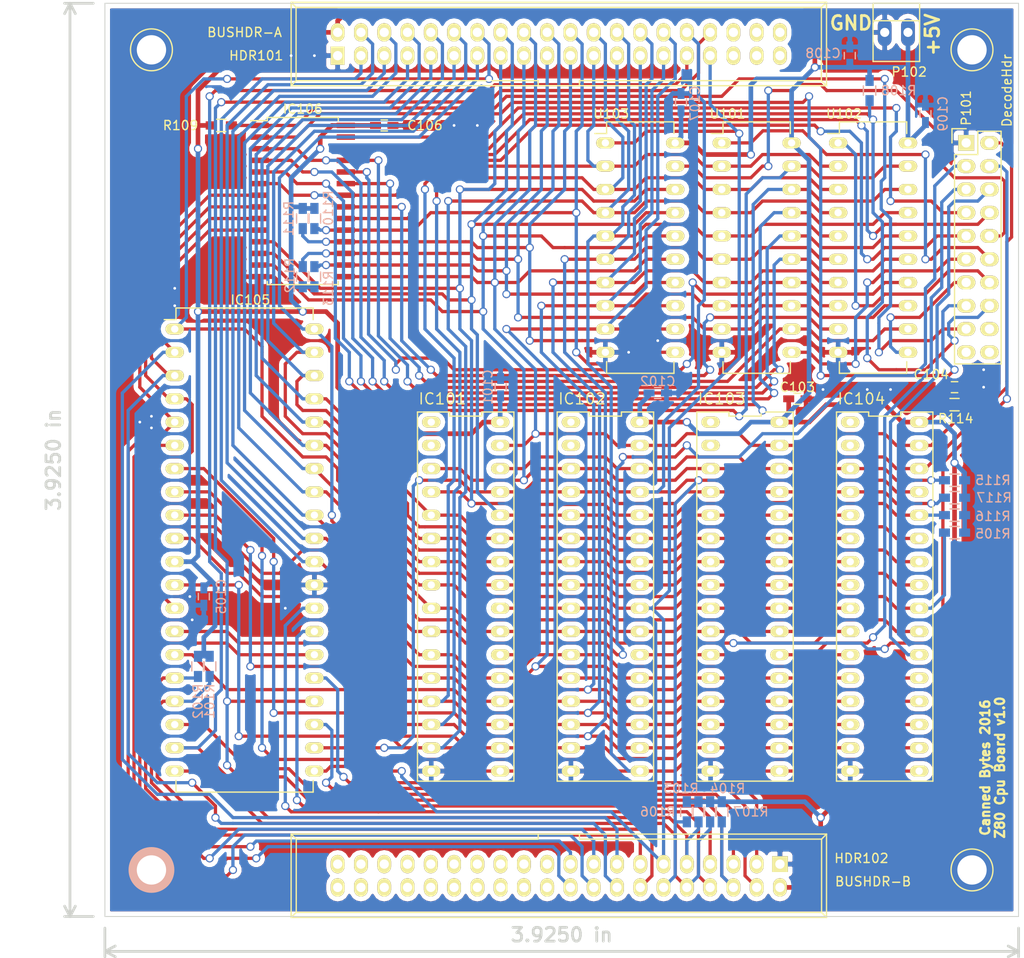
<source format=kicad_pcb>
(kicad_pcb (version 4) (host pcbnew 4.0.2-stable)
  (title_block (title "Z80 Cpu Board") (rev v1.0) (company "Canned Bytes"))
  (layers (0 F.Cu signal) (31 B.Cu signal) (34 B.Paste user) (35 F.Paste user) (36 B.SilkS user) (37 F.SilkS user) (38 B.Mask user) (39 F.Mask user) (44 Edge.Cuts user))
  (net 0 "")
  (net 1 /!BUSACK)
  (net 2 /!BUSREQ)
  (net 3 /!CPU_HALT)
  (net 4 /!CPU_INT)
  (net 5 /!CPU_M1)
  (net 6 /!CPU_RESET)
  (net 7 /!CPU_WAIT)
  (net 8 /!IOREQ)
  (net 9 /!MBE0)
  (net 10 /!MBE1)
  (net 11 /!MBE2)
  (net 12 /!MBE3)
  (net 13 /!MEMREQ)
  (net 14 /!NMI)
  (net 15 /!RD)
  (net 16 /!REFRESH)
  (net 17 /!WR)
  (net 18 /A0)
  (net 19 /A1)
  (net 20 /A10)
  (net 21 /A11)
  (net 22 /A12)
  (net 23 /A13)
  (net 24 /A14)
  (net 25 /A15)
  (net 26 /A2)
  (net 27 /A3)
  (net 28 /A4)
  (net 29 /A5)
  (net 30 /A6)
  (net 31 /A7)
  (net 32 /A8)
  (net 33 /A9)
  (net 34 /CPU_ME)
  (net 35 /D0)
  (net 36 /D1)
  (net 37 /D2)
  (net 38 /D3)
  (net 39 /D4)
  (net 40 /D5)
  (net 41 /D6)
  (net 42 /D7)
  (net 43 /MA12)
  (net 44 /MA13)
  (net 45 /MA14)
  (net 46 /MA15)
  (net 47 GND)
  (net 48 VCC)
  (net 49 /!CPU_CLK)
  (net 50 /MA17)
  (net 51 /MA19)
  (net 52 "Net-(IC106-Pad3)")
  (net 53 "Net-(IC106-Pad4)")
  (net 54 "Net-(IC106-Pad5)")
  (net 55 "Net-(IC106-Pad6)")
  (net 56 /MA16)
  (net 57 /MA18)
  (net 58 "Net-(IC106-Pad21)")
  (net 59 "Net-(IC106-Pad23)")
  (net 60 "Net-(IC106-Pad24)")
  (net 61 "Net-(IC106-Pad25)")
  (net 62 /SysCtrlTableSel)
  (net 63 /MemRdTableSel)
  (net 64 /!MemMapWE)
  (net 65 /!MemMapOE)
  (net 66 /SpareTableSel)
  (net 67 /!MemMapEn)
  (net 68 /!MapTableData)
  (net 69 /MapTableLd)
  (net 70 /!MapTableOE)
  (net 71 /IOMapTableLd)
  (net 72 /!IOMapTableOE)
  (module .pretty:VIA-0.6mm (layer F.Cu) (at 56.515 90.17)
    (fp_text reference "" hide)
    (fp_text value "" hide)
    (pad ~ thru_hole circle (at 0 0) (size 0.6 0.6) (drill 0.3) (layers *.Cu *.Mask) (net 47 GND))
  )
  (module .pretty:VIA-0.6mm (layer F.Cu) (at 57.785 90.805)
    (fp_text reference "" hide)
    (fp_text value "" hide)
    (pad ~ thru_hole circle (at 0 0) (size 0.6 0.6) (drill 0.3) (layers *.Cu *.Mask) (net 47 GND))
  )
  (module .pretty:VIA-0.6mm (layer F.Cu) (at 57.785 89.535)
    (fp_text reference "" hide)
    (fp_text value "" hide)
    (pad ~ thru_hole circle (at 0 0) (size 0.6 0.6) (drill 0.3) (layers *.Cu *.Mask) (net 47 GND))
  )
  (module .pretty:VIA-0.6mm (layer F.Cu) (at 61.976 109.22)
    (fp_text reference "" hide)
    (fp_text value "" hide)
    (pad ~ thru_hole circle (at 0 0) (size 0.6 0.6) (drill 0.3) (layers *.Cu *.Mask) (net 47 GND))
  )
  (module .pretty:VIA-0.6mm (layer F.Cu) (at 148.59 86.36)
    (fp_text reference "" hide)
    (fp_text value "" hide)
    (pad ~ thru_hole circle (at 0 0) (size 0.6 0.6) (drill 0.3) (layers *.Cu *.Mask) (net 47 GND))
  )
  (module .pretty:VIA-0.6mm (layer F.Cu) (at 148.59 84.455)
    (fp_text reference "" hide)
    (fp_text value "" hide)
    (pad ~ thru_hole circle (at 0 0) (size 0.6 0.6) (drill 0.3) (layers *.Cu *.Mask) (net 47 GND))
  )
  (module .pretty:VIA-0.6mm (layer F.Cu) (at 138.43 86.614)
    (fp_text reference "" hide)
    (fp_text value "" hide)
    (pad ~ thru_hole circle (at 0 0) (size 0.6 0.6) (drill 0.3) (layers *.Cu *.Mask) (net 47 GND))
  )
  (module .pretty:VIA-0.6mm (layer F.Cu) (at 135.89 86.614)
    (fp_text reference "" hide)
    (fp_text value "" hide)
    (pad ~ thru_hole circle (at 0 0) (size 0.6 0.6) (drill 0.3) (layers *.Cu *.Mask) (net 47 GND))
  )
  (module .pretty:VIA-0.6mm (layer F.Cu) (at 113.03 81.28)
    (fp_text reference "" hide)
    (fp_text value "" hide)
    (pad ~ thru_hole circle (at 0 0) (size 0.6 0.6) (drill 0.3) (layers *.Cu *.Mask) (net 47 GND))
  )
  (module .pretty:VIA-0.6mm (layer F.Cu) (at 109.855 82.55)
    (fp_text reference "" hide)
    (fp_text value "" hide)
    (pad ~ thru_hole circle (at 0 0) (size 0.6 0.6) (drill 0.3) (layers *.Cu *.Mask) (net 47 GND))
  )
  (module .pretty:VIA-0.6mm (layer F.Cu) (at 90.805 57.785)
    (fp_text reference "" hide)
    (fp_text value "" hide)
    (pad ~ thru_hole circle (at 0 0) (size 0.6 0.6) (drill 0.3) (layers *.Cu *.Mask) (net 47 GND))
  )
  (module .pretty:VIA-0.6mm (layer F.Cu) (at 93.345 57.785)
    (fp_text reference "" hide)
    (fp_text value "" hide)
    (pad ~ thru_hole circle (at 0 0) (size 0.6 0.6) (drill 0.3) (layers *.Cu *.Mask) (net 47 GND))
  )
  (module .pretty:VIA-0.6mm (layer F.Cu) (at 62.23 111.76)
    (fp_text reference "" hide)
    (fp_text value "" hide)
    (pad ~ thru_hole circle (at 0 0) (size 0.6 0.6) (drill 0.3) (layers *.Cu *.Mask) (net 47 GND))
  )
  (module .pretty:VIA-0.6mm (layer F.Cu) (at 72.39 110.49)
    (fp_text reference "" hide)
    (fp_text value "" hide)
    (pad ~ thru_hole circle (at 0 0) (size 0.6 0.6) (drill 0.3) (layers *.Cu *.Mask) (net 47 GND))
  )
  (module .pretty:VIA-0.6mm (layer F.Cu) (at 60.325 75.565)
    (fp_text reference "" hide)
    (fp_text value "" hide)
    (pad ~ thru_hole circle (at 0 0) (size 0.6 0.6) (drill 0.3) (layers *.Cu *.Mask) (net 47 GND))
  )
  (module .pretty:VIA-0.6mm (layer F.Cu) (at 60.325 77.47)
    (fp_text reference "" hide)
    (fp_text value "" hide)
    (pad ~ thru_hole circle (at 0 0) (size 0.6 0.6) (drill 0.3) (layers *.Cu *.Mask) (net 47 GND))
  )
  (module .pretty:VIA-0.6mm (layer F.Cu) (at 131.064 86.614)
    (fp_text reference "" hide)
    (fp_text value "" hide)
    (pad ~ thru_hole circle (at 0 0) (size 0.6 0.6) (drill 0.3) (layers *.Cu *.Mask) (net 47 GND))
  )
  (module .pretty:VIA-0.6mm (layer F.Cu) (at 73.025 50.165)
    (fp_text reference "" hide)
    (fp_text value "" hide)
    (pad ~ thru_hole circle (at 0 0) (size 0.6 0.6) (drill 0.3) (layers *.Cu *.Mask) (net 47 GND))
  )
  (module .pretty:VIA-0.6mm (layer F.Cu) (at 75.565 50.165)
    (fp_text reference "" hide)
    (fp_text value "" hide)
    (pad ~ thru_hole circle (at 0 0) (size 0.6 0.6) (drill 0.3) (layers *.Cu *.Mask) (net 47 GND))
  )
  (module Capacitors_SMD:C_0603_HandSoldering (layer B.Cu) (at 95.885 86.36 90)
    (fp_text reference C101 (at 0 -1.397 90) (layer B.SilkS) (effects (justify mirror)))
    (fp_text value 100nF hide)
    (pad 1 smd rect (at -0.95 0 90) (size 1.2 0.75) (layers B.Cu B.Paste B.Mask) (net 48 VCC))
    (pad 2 smd rect (at 0.95 0 90) (size 1.2 0.75) (layers B.Cu B.Paste B.Mask) (net 47 GND))
  )
  (module Capacitors_SMD:C_0603_HandSoldering (layer B.Cu) (at 113.03 86.995)
    (fp_text reference C102 (at 0 -1.27) (layer B.SilkS) (effects (justify mirror)))
    (fp_text value 100nF hide)
    (pad 1 smd rect (at -0.95 0) (size 1.2 0.75) (layers B.Cu B.Paste B.Mask) (net 48 VCC))
    (pad 2 smd rect (at 0.95 0) (size 1.2 0.75) (layers B.Cu B.Paste B.Mask) (net 47 GND))
  )
  (module Capacitors_SMD:C_0603_HandSoldering (layer F.Cu) (at 128.27 87.63)
    (fp_text reference C103 (at 0 -1.27) (layer F.SilkS))
    (fp_text value 100nF hide)
    (pad 1 smd rect (at -0.95 0) (size 1.2 0.75) (layers F.Cu F.Paste F.Mask) (net 48 VCC))
    (pad 2 smd rect (at 0.95 0) (size 1.2 0.75) (layers F.Cu F.Paste F.Mask) (net 47 GND))
  )
  (module Capacitors_SMD:C_0603_HandSoldering (layer F.Cu) (at 145.415 86.36)
    (fp_text reference C104 (at -2.54 -1.397) (layer F.SilkS))
    (fp_text value 100nF hide)
    (pad 1 smd rect (at -0.95 0) (size 1.2 0.75) (layers F.Cu F.Paste F.Mask) (net 48 VCC))
    (pad 2 smd rect (at 0.95 0) (size 1.2 0.75) (layers F.Cu F.Paste F.Mask) (net 47 GND))
  )
  (module Capacitors_SMD:C_0603_HandSoldering (layer B.Cu) (at 63.5 109.22 270)
    (fp_text reference C105 (at 0 -1.905 270) (layer B.SilkS) (effects (justify mirror)))
    (fp_text value 100nF hide)
    (pad 1 smd rect (at -0.95 0 270) (size 1.2 0.75) (layers B.Cu B.Paste B.Mask) (net 48 VCC))
    (pad 2 smd rect (at 0.95 0 270) (size 1.2 0.75) (layers B.Cu B.Paste B.Mask) (net 47 GND))
  )
  (module Capacitors_SMD:C_0603_HandSoldering (layer F.Cu) (at 83.185 57.785)
    (fp_text reference C106 (at 4.445 0) (layer F.SilkS))
    (fp_text value 100nF hide)
    (pad 1 smd rect (at -0.95 0) (size 1.2 0.75) (layers F.Cu F.Paste F.Mask) (net 48 VCC))
    (pad 2 smd rect (at 0.95 0) (size 1.2 0.75) (layers F.Cu F.Paste F.Mask) (net 47 GND))
  )
  (module Capacitors_SMD:C_0603_HandSoldering (layer B.Cu) (at 115.57 55.245 90)
    (fp_text reference C107 (at -0.127 1.524 90) (layer B.SilkS) (effects (justify mirror)))
    (fp_text value 100nF hide)
    (pad 1 smd rect (at -0.95 0 90) (size 1.2 0.75) (layers B.Cu B.Paste B.Mask) (net 48 VCC))
    (pad 2 smd rect (at 0.95 0 90) (size 1.2 0.75) (layers B.Cu B.Paste B.Mask) (net 47 GND))
  )
  (module Capacitors_SMD:C_0603_HandSoldering (layer B.Cu) (at 133.985 50.165 90)
    (fp_text reference C108 (at 0.254 -2.921 180) (layer B.SilkS) (effects (justify mirror)))
    (fp_text value 100nF hide)
    (pad 1 smd rect (at -0.95 0 90) (size 1.2 0.75) (layers B.Cu B.Paste B.Mask) (net 48 VCC))
    (pad 2 smd rect (at 0.95 0 90) (size 1.2 0.75) (layers B.Cu B.Paste B.Mask) (net 47 GND))
  )
  (module Capacitors_SMD:C_0603_HandSoldering (layer B.Cu) (at 142.24 56.515 90)
    (fp_text reference C109 (at 0 1.9 90) (layer B.SilkS) (effects (justify mirror)))
    (fp_text value 100nF hide)
    (pad 1 smd rect (at -0.95 0 90) (size 1.2 0.75) (layers B.Cu B.Paste B.Mask) (net 48 VCC))
    (pad 2 smd rect (at 0.95 0 90) (size 1.2 0.75) (layers B.Cu B.Paste B.Mask) (net 47 GND))
  )
  (module Footprints:DIP-32_0_ELL (layer F.Cu) (at 92.075 109.22 270)
    (fp_text reference IC101 (at -21.59 2.54 360) (layer F.SilkS) (effects (font (size 1.2 1.2))))
    (fp_text value UM61512A hide)
    (pad 32 thru_hole oval (at -19.05 -3.76 270) (size 1.2 2) (drill 0.8) (layers *.Cu *.Mask F.SilkS) (net 48 VCC))
    (pad 1 thru_hole oval (at -19.05 3.76 270) (size 1.2 2) (drill 0.8) (layers *.Cu *.Mask F.SilkS))
    (pad 31 thru_hole oval (at -16.51 -3.76 270) (size 1.2 2) (drill 0.8) (layers *.Cu *.Mask F.SilkS) (net 46 /MA15))
    (pad 2 thru_hole oval (at -16.51 3.76 270) (size 1.2 2) (drill 0.8) (layers *.Cu *.Mask F.SilkS))
    (pad 30 thru_hole oval (at -13.97 -3.76 270) (size 1.2 2) (drill 0.8) (layers *.Cu *.Mask F.SilkS) (net 34 /CPU_ME))
    (pad 3 thru_hole oval (at -13.97 3.76 270) (size 1.2 2) (drill 0.8) (layers *.Cu *.Mask F.SilkS) (net 45 /MA14))
    (pad 29 thru_hole oval (at -11.43 -3.76 270) (size 1.2 2) (drill 0.8) (layers *.Cu *.Mask F.SilkS) (net 17 /!WR))
    (pad 4 thru_hole oval (at -11.43 3.76 270) (size 1.2 2) (drill 0.8) (layers *.Cu *.Mask F.SilkS) (net 43 /MA12))
    (pad 28 thru_hole oval (at -8.89 -3.76 270) (size 1.2 2) (drill 0.8) (layers *.Cu *.Mask F.SilkS) (net 44 /MA13))
    (pad 5 thru_hole oval (at -8.89 3.76 270) (size 1.2 2) (drill 0.8) (layers *.Cu *.Mask F.SilkS) (net 31 /A7))
    (pad 27 thru_hole oval (at -6.35 -3.76 270) (size 1.2 2) (drill 0.8) (layers *.Cu *.Mask F.SilkS) (net 32 /A8))
    (pad 6 thru_hole oval (at -6.35 3.76 270) (size 1.2 2) (drill 0.8) (layers *.Cu *.Mask F.SilkS) (net 30 /A6))
    (pad 26 thru_hole oval (at -3.81 -3.76 270) (size 1.2 2) (drill 0.8) (layers *.Cu *.Mask F.SilkS) (net 33 /A9))
    (pad 7 thru_hole oval (at -3.81 3.76 270) (size 1.2 2) (drill 0.8) (layers *.Cu *.Mask F.SilkS) (net 29 /A5))
    (pad 25 thru_hole oval (at -1.27 -3.76 270) (size 1.2 2) (drill 0.8) (layers *.Cu *.Mask F.SilkS) (net 21 /A11))
    (pad 8 thru_hole oval (at -1.27 3.76 270) (size 1.2 2) (drill 0.8) (layers *.Cu *.Mask F.SilkS) (net 28 /A4))
    (pad 24 thru_hole oval (at 1.27 -3.76 270) (size 1.2 2) (drill 0.8) (layers *.Cu *.Mask F.SilkS) (net 15 /!RD))
    (pad 9 thru_hole oval (at 1.27 3.76 270) (size 1.2 2) (drill 0.8) (layers *.Cu *.Mask F.SilkS) (net 27 /A3))
    (pad 23 thru_hole oval (at 3.81 -3.76 270) (size 1.2 2) (drill 0.8) (layers *.Cu *.Mask F.SilkS) (net 20 /A10))
    (pad 10 thru_hole oval (at 3.81 3.76 270) (size 1.2 2) (drill 0.8) (layers *.Cu *.Mask F.SilkS) (net 26 /A2))
    (pad 22 thru_hole oval (at 6.35 -3.76 270) (size 1.2 2) (drill 0.8) (layers *.Cu *.Mask F.SilkS) (net 9 /!MBE0))
    (pad 11 thru_hole oval (at 6.35 3.76 270) (size 1.2 2) (drill 0.8) (layers *.Cu *.Mask F.SilkS) (net 19 /A1))
    (pad 21 thru_hole oval (at 8.89 -3.76 270) (size 1.2 2) (drill 0.8) (layers *.Cu *.Mask F.SilkS) (net 42 /D7))
    (pad 12 thru_hole oval (at 8.89 3.76 270) (size 1.2 2) (drill 0.8) (layers *.Cu *.Mask F.SilkS) (net 18 /A0))
    (pad 20 thru_hole oval (at 11.43 -3.76 270) (size 1.2 2) (drill 0.8) (layers *.Cu *.Mask F.SilkS) (net 41 /D6))
    (pad 13 thru_hole oval (at 11.43 3.76 270) (size 1.2 2) (drill 0.8) (layers *.Cu *.Mask F.SilkS) (net 35 /D0))
    (pad 19 thru_hole oval (at 13.97 -3.76 270) (size 1.2 2) (drill 0.8) (layers *.Cu *.Mask F.SilkS) (net 40 /D5))
    (pad 14 thru_hole oval (at 13.97 3.76 270) (size 1.2 2) (drill 0.8) (layers *.Cu *.Mask F.SilkS) (net 36 /D1))
    (pad 18 thru_hole oval (at 16.51 -3.76 270) (size 1.2 2) (drill 0.8) (layers *.Cu *.Mask F.SilkS) (net 39 /D4))
    (pad 15 thru_hole oval (at 16.51 3.76 270) (size 1.2 2) (drill 0.8) (layers *.Cu *.Mask F.SilkS) (net 37 /D2))
    (pad 17 thru_hole oval (at 19.05 -3.76 270) (size 1.2 2) (drill 0.8) (layers *.Cu *.Mask F.SilkS) (net 38 /D3))
    (pad 16 thru_hole oval (at 19.05 3.76 270) (size 1.2 2) (drill 0.8) (layers *.Cu *.Mask F.SilkS) (net 47 GND))
  )
  (module Footprints:DIP-32_0_ELL (layer F.Cu) (at 107.315 109.22 270)
    (fp_text reference IC102 (at -21.59 2.54 360) (layer F.SilkS) (effects (font (size 1.2 1.2))))
    (fp_text value UM61512A hide)
    (pad 32 thru_hole oval (at -19.05 -3.76 270) (size 1.2 2) (drill 0.8) (layers *.Cu *.Mask F.SilkS) (net 48 VCC))
    (pad 1 thru_hole oval (at -19.05 3.76 270) (size 1.2 2) (drill 0.8) (layers *.Cu *.Mask F.SilkS))
    (pad 31 thru_hole oval (at -16.51 -3.76 270) (size 1.2 2) (drill 0.8) (layers *.Cu *.Mask F.SilkS) (net 46 /MA15))
    (pad 2 thru_hole oval (at -16.51 3.76 270) (size 1.2 2) (drill 0.8) (layers *.Cu *.Mask F.SilkS))
    (pad 30 thru_hole oval (at -13.97 -3.76 270) (size 1.2 2) (drill 0.8) (layers *.Cu *.Mask F.SilkS) (net 34 /CPU_ME))
    (pad 3 thru_hole oval (at -13.97 3.76 270) (size 1.2 2) (drill 0.8) (layers *.Cu *.Mask F.SilkS) (net 45 /MA14))
    (pad 29 thru_hole oval (at -11.43 -3.76 270) (size 1.2 2) (drill 0.8) (layers *.Cu *.Mask F.SilkS) (net 17 /!WR))
    (pad 4 thru_hole oval (at -11.43 3.76 270) (size 1.2 2) (drill 0.8) (layers *.Cu *.Mask F.SilkS) (net 43 /MA12))
    (pad 28 thru_hole oval (at -8.89 -3.76 270) (size 1.2 2) (drill 0.8) (layers *.Cu *.Mask F.SilkS) (net 44 /MA13))
    (pad 5 thru_hole oval (at -8.89 3.76 270) (size 1.2 2) (drill 0.8) (layers *.Cu *.Mask F.SilkS) (net 31 /A7))
    (pad 27 thru_hole oval (at -6.35 -3.76 270) (size 1.2 2) (drill 0.8) (layers *.Cu *.Mask F.SilkS) (net 32 /A8))
    (pad 6 thru_hole oval (at -6.35 3.76 270) (size 1.2 2) (drill 0.8) (layers *.Cu *.Mask F.SilkS) (net 30 /A6))
    (pad 26 thru_hole oval (at -3.81 -3.76 270) (size 1.2 2) (drill 0.8) (layers *.Cu *.Mask F.SilkS) (net 33 /A9))
    (pad 7 thru_hole oval (at -3.81 3.76 270) (size 1.2 2) (drill 0.8) (layers *.Cu *.Mask F.SilkS) (net 29 /A5))
    (pad 25 thru_hole oval (at -1.27 -3.76 270) (size 1.2 2) (drill 0.8) (layers *.Cu *.Mask F.SilkS) (net 21 /A11))
    (pad 8 thru_hole oval (at -1.27 3.76 270) (size 1.2 2) (drill 0.8) (layers *.Cu *.Mask F.SilkS) (net 28 /A4))
    (pad 24 thru_hole oval (at 1.27 -3.76 270) (size 1.2 2) (drill 0.8) (layers *.Cu *.Mask F.SilkS) (net 15 /!RD))
    (pad 9 thru_hole oval (at 1.27 3.76 270) (size 1.2 2) (drill 0.8) (layers *.Cu *.Mask F.SilkS) (net 27 /A3))
    (pad 23 thru_hole oval (at 3.81 -3.76 270) (size 1.2 2) (drill 0.8) (layers *.Cu *.Mask F.SilkS) (net 20 /A10))
    (pad 10 thru_hole oval (at 3.81 3.76 270) (size 1.2 2) (drill 0.8) (layers *.Cu *.Mask F.SilkS) (net 26 /A2))
    (pad 22 thru_hole oval (at 6.35 -3.76 270) (size 1.2 2) (drill 0.8) (layers *.Cu *.Mask F.SilkS) (net 10 /!MBE1))
    (pad 11 thru_hole oval (at 6.35 3.76 270) (size 1.2 2) (drill 0.8) (layers *.Cu *.Mask F.SilkS) (net 19 /A1))
    (pad 21 thru_hole oval (at 8.89 -3.76 270) (size 1.2 2) (drill 0.8) (layers *.Cu *.Mask F.SilkS) (net 42 /D7))
    (pad 12 thru_hole oval (at 8.89 3.76 270) (size 1.2 2) (drill 0.8) (layers *.Cu *.Mask F.SilkS) (net 18 /A0))
    (pad 20 thru_hole oval (at 11.43 -3.76 270) (size 1.2 2) (drill 0.8) (layers *.Cu *.Mask F.SilkS) (net 41 /D6))
    (pad 13 thru_hole oval (at 11.43 3.76 270) (size 1.2 2) (drill 0.8) (layers *.Cu *.Mask F.SilkS) (net 35 /D0))
    (pad 19 thru_hole oval (at 13.97 -3.76 270) (size 1.2 2) (drill 0.8) (layers *.Cu *.Mask F.SilkS) (net 40 /D5))
    (pad 14 thru_hole oval (at 13.97 3.76 270) (size 1.2 2) (drill 0.8) (layers *.Cu *.Mask F.SilkS) (net 36 /D1))
    (pad 18 thru_hole oval (at 16.51 -3.76 270) (size 1.2 2) (drill 0.8) (layers *.Cu *.Mask F.SilkS) (net 39 /D4))
    (pad 15 thru_hole oval (at 16.51 3.76 270) (size 1.2 2) (drill 0.8) (layers *.Cu *.Mask F.SilkS) (net 37 /D2))
    (pad 17 thru_hole oval (at 19.05 -3.76 270) (size 1.2 2) (drill 0.8) (layers *.Cu *.Mask F.SilkS) (net 38 /D3))
    (pad 16 thru_hole oval (at 19.05 3.76 270) (size 1.2 2) (drill 0.8) (layers *.Cu *.Mask F.SilkS) (net 47 GND))
  )
  (module Footprints:DIP-32_0_ELL (layer F.Cu) (at 122.555 109.22 270)
    (fp_text reference IC103 (at -21.59 2.54 360) (layer F.SilkS) (effects (font (size 1.2 1.2))))
    (fp_text value UM61512A hide)
    (pad 32 thru_hole oval (at -19.05 -3.76 270) (size 1.2 2) (drill 0.8) (layers *.Cu *.Mask F.SilkS) (net 48 VCC))
    (pad 1 thru_hole oval (at -19.05 3.76 270) (size 1.2 2) (drill 0.8) (layers *.Cu *.Mask F.SilkS))
    (pad 31 thru_hole oval (at -16.51 -3.76 270) (size 1.2 2) (drill 0.8) (layers *.Cu *.Mask F.SilkS) (net 46 /MA15))
    (pad 2 thru_hole oval (at -16.51 3.76 270) (size 1.2 2) (drill 0.8) (layers *.Cu *.Mask F.SilkS))
    (pad 30 thru_hole oval (at -13.97 -3.76 270) (size 1.2 2) (drill 0.8) (layers *.Cu *.Mask F.SilkS) (net 34 /CPU_ME))
    (pad 3 thru_hole oval (at -13.97 3.76 270) (size 1.2 2) (drill 0.8) (layers *.Cu *.Mask F.SilkS) (net 45 /MA14))
    (pad 29 thru_hole oval (at -11.43 -3.76 270) (size 1.2 2) (drill 0.8) (layers *.Cu *.Mask F.SilkS) (net 17 /!WR))
    (pad 4 thru_hole oval (at -11.43 3.76 270) (size 1.2 2) (drill 0.8) (layers *.Cu *.Mask F.SilkS) (net 43 /MA12))
    (pad 28 thru_hole oval (at -8.89 -3.76 270) (size 1.2 2) (drill 0.8) (layers *.Cu *.Mask F.SilkS) (net 44 /MA13))
    (pad 5 thru_hole oval (at -8.89 3.76 270) (size 1.2 2) (drill 0.8) (layers *.Cu *.Mask F.SilkS) (net 31 /A7))
    (pad 27 thru_hole oval (at -6.35 -3.76 270) (size 1.2 2) (drill 0.8) (layers *.Cu *.Mask F.SilkS) (net 32 /A8))
    (pad 6 thru_hole oval (at -6.35 3.76 270) (size 1.2 2) (drill 0.8) (layers *.Cu *.Mask F.SilkS) (net 30 /A6))
    (pad 26 thru_hole oval (at -3.81 -3.76 270) (size 1.2 2) (drill 0.8) (layers *.Cu *.Mask F.SilkS) (net 33 /A9))
    (pad 7 thru_hole oval (at -3.81 3.76 270) (size 1.2 2) (drill 0.8) (layers *.Cu *.Mask F.SilkS) (net 29 /A5))
    (pad 25 thru_hole oval (at -1.27 -3.76 270) (size 1.2 2) (drill 0.8) (layers *.Cu *.Mask F.SilkS) (net 21 /A11))
    (pad 8 thru_hole oval (at -1.27 3.76 270) (size 1.2 2) (drill 0.8) (layers *.Cu *.Mask F.SilkS) (net 28 /A4))
    (pad 24 thru_hole oval (at 1.27 -3.76 270) (size 1.2 2) (drill 0.8) (layers *.Cu *.Mask F.SilkS) (net 15 /!RD))
    (pad 9 thru_hole oval (at 1.27 3.76 270) (size 1.2 2) (drill 0.8) (layers *.Cu *.Mask F.SilkS) (net 27 /A3))
    (pad 23 thru_hole oval (at 3.81 -3.76 270) (size 1.2 2) (drill 0.8) (layers *.Cu *.Mask F.SilkS) (net 20 /A10))
    (pad 10 thru_hole oval (at 3.81 3.76 270) (size 1.2 2) (drill 0.8) (layers *.Cu *.Mask F.SilkS) (net 26 /A2))
    (pad 22 thru_hole oval (at 6.35 -3.76 270) (size 1.2 2) (drill 0.8) (layers *.Cu *.Mask F.SilkS) (net 11 /!MBE2))
    (pad 11 thru_hole oval (at 6.35 3.76 270) (size 1.2 2) (drill 0.8) (layers *.Cu *.Mask F.SilkS) (net 19 /A1))
    (pad 21 thru_hole oval (at 8.89 -3.76 270) (size 1.2 2) (drill 0.8) (layers *.Cu *.Mask F.SilkS) (net 42 /D7))
    (pad 12 thru_hole oval (at 8.89 3.76 270) (size 1.2 2) (drill 0.8) (layers *.Cu *.Mask F.SilkS) (net 18 /A0))
    (pad 20 thru_hole oval (at 11.43 -3.76 270) (size 1.2 2) (drill 0.8) (layers *.Cu *.Mask F.SilkS) (net 41 /D6))
    (pad 13 thru_hole oval (at 11.43 3.76 270) (size 1.2 2) (drill 0.8) (layers *.Cu *.Mask F.SilkS) (net 35 /D0))
    (pad 19 thru_hole oval (at 13.97 -3.76 270) (size 1.2 2) (drill 0.8) (layers *.Cu *.Mask F.SilkS) (net 40 /D5))
    (pad 14 thru_hole oval (at 13.97 3.76 270) (size 1.2 2) (drill 0.8) (layers *.Cu *.Mask F.SilkS) (net 36 /D1))
    (pad 18 thru_hole oval (at 16.51 -3.76 270) (size 1.2 2) (drill 0.8) (layers *.Cu *.Mask F.SilkS) (net 39 /D4))
    (pad 15 thru_hole oval (at 16.51 3.76 270) (size 1.2 2) (drill 0.8) (layers *.Cu *.Mask F.SilkS) (net 37 /D2))
    (pad 17 thru_hole oval (at 19.05 -3.76 270) (size 1.2 2) (drill 0.8) (layers *.Cu *.Mask F.SilkS) (net 38 /D3))
    (pad 16 thru_hole oval (at 19.05 3.76 270) (size 1.2 2) (drill 0.8) (layers *.Cu *.Mask F.SilkS) (net 47 GND))
  )
  (module Footprints:DIP-32_0_ELL (layer F.Cu) (at 137.795 109.22 270)
    (fp_text reference IC104 (at -21.59 2.54 360) (layer F.SilkS) (effects (font (size 1.2 1.2))))
    (fp_text value UM61512A hide)
    (pad 32 thru_hole oval (at -19.05 -3.76 270) (size 1.2 2) (drill 0.8) (layers *.Cu *.Mask F.SilkS) (net 48 VCC))
    (pad 1 thru_hole oval (at -19.05 3.76 270) (size 1.2 2) (drill 0.8) (layers *.Cu *.Mask F.SilkS))
    (pad 31 thru_hole oval (at -16.51 -3.76 270) (size 1.2 2) (drill 0.8) (layers *.Cu *.Mask F.SilkS) (net 46 /MA15))
    (pad 2 thru_hole oval (at -16.51 3.76 270) (size 1.2 2) (drill 0.8) (layers *.Cu *.Mask F.SilkS))
    (pad 30 thru_hole oval (at -13.97 -3.76 270) (size 1.2 2) (drill 0.8) (layers *.Cu *.Mask F.SilkS) (net 34 /CPU_ME))
    (pad 3 thru_hole oval (at -13.97 3.76 270) (size 1.2 2) (drill 0.8) (layers *.Cu *.Mask F.SilkS) (net 45 /MA14))
    (pad 29 thru_hole oval (at -11.43 -3.76 270) (size 1.2 2) (drill 0.8) (layers *.Cu *.Mask F.SilkS) (net 17 /!WR))
    (pad 4 thru_hole oval (at -11.43 3.76 270) (size 1.2 2) (drill 0.8) (layers *.Cu *.Mask F.SilkS) (net 43 /MA12))
    (pad 28 thru_hole oval (at -8.89 -3.76 270) (size 1.2 2) (drill 0.8) (layers *.Cu *.Mask F.SilkS) (net 44 /MA13))
    (pad 5 thru_hole oval (at -8.89 3.76 270) (size 1.2 2) (drill 0.8) (layers *.Cu *.Mask F.SilkS) (net 31 /A7))
    (pad 27 thru_hole oval (at -6.35 -3.76 270) (size 1.2 2) (drill 0.8) (layers *.Cu *.Mask F.SilkS) (net 32 /A8))
    (pad 6 thru_hole oval (at -6.35 3.76 270) (size 1.2 2) (drill 0.8) (layers *.Cu *.Mask F.SilkS) (net 30 /A6))
    (pad 26 thru_hole oval (at -3.81 -3.76 270) (size 1.2 2) (drill 0.8) (layers *.Cu *.Mask F.SilkS) (net 33 /A9))
    (pad 7 thru_hole oval (at -3.81 3.76 270) (size 1.2 2) (drill 0.8) (layers *.Cu *.Mask F.SilkS) (net 29 /A5))
    (pad 25 thru_hole oval (at -1.27 -3.76 270) (size 1.2 2) (drill 0.8) (layers *.Cu *.Mask F.SilkS) (net 21 /A11))
    (pad 8 thru_hole oval (at -1.27 3.76 270) (size 1.2 2) (drill 0.8) (layers *.Cu *.Mask F.SilkS) (net 28 /A4))
    (pad 24 thru_hole oval (at 1.27 -3.76 270) (size 1.2 2) (drill 0.8) (layers *.Cu *.Mask F.SilkS) (net 15 /!RD))
    (pad 9 thru_hole oval (at 1.27 3.76 270) (size 1.2 2) (drill 0.8) (layers *.Cu *.Mask F.SilkS) (net 27 /A3))
    (pad 23 thru_hole oval (at 3.81 -3.76 270) (size 1.2 2) (drill 0.8) (layers *.Cu *.Mask F.SilkS) (net 20 /A10))
    (pad 10 thru_hole oval (at 3.81 3.76 270) (size 1.2 2) (drill 0.8) (layers *.Cu *.Mask F.SilkS) (net 26 /A2))
    (pad 22 thru_hole oval (at 6.35 -3.76 270) (size 1.2 2) (drill 0.8) (layers *.Cu *.Mask F.SilkS) (net 12 /!MBE3))
    (pad 11 thru_hole oval (at 6.35 3.76 270) (size 1.2 2) (drill 0.8) (layers *.Cu *.Mask F.SilkS) (net 19 /A1))
    (pad 21 thru_hole oval (at 8.89 -3.76 270) (size 1.2 2) (drill 0.8) (layers *.Cu *.Mask F.SilkS) (net 42 /D7))
    (pad 12 thru_hole oval (at 8.89 3.76 270) (size 1.2 2) (drill 0.8) (layers *.Cu *.Mask F.SilkS) (net 18 /A0))
    (pad 20 thru_hole oval (at 11.43 -3.76 270) (size 1.2 2) (drill 0.8) (layers *.Cu *.Mask F.SilkS) (net 41 /D6))
    (pad 13 thru_hole oval (at 11.43 3.76 270) (size 1.2 2) (drill 0.8) (layers *.Cu *.Mask F.SilkS) (net 35 /D0))
    (pad 19 thru_hole oval (at 13.97 -3.76 270) (size 1.2 2) (drill 0.8) (layers *.Cu *.Mask F.SilkS) (net 40 /D5))
    (pad 14 thru_hole oval (at 13.97 3.76 270) (size 1.2 2) (drill 0.8) (layers *.Cu *.Mask F.SilkS) (net 36 /D1))
    (pad 18 thru_hole oval (at 16.51 -3.76 270) (size 1.2 2) (drill 0.8) (layers *.Cu *.Mask F.SilkS) (net 39 /D4))
    (pad 15 thru_hole oval (at 16.51 3.76 270) (size 1.2 2) (drill 0.8) (layers *.Cu *.Mask F.SilkS) (net 37 /D2))
    (pad 17 thru_hole oval (at 19.05 -3.76 270) (size 1.2 2) (drill 0.8) (layers *.Cu *.Mask F.SilkS) (net 38 /D3))
    (pad 16 thru_hole oval (at 19.05 3.76 270) (size 1.2 2) (drill 0.8) (layers *.Cu *.Mask F.SilkS) (net 47 GND))
  )
  (module Housings_DIP:DIP-40_W15.24mm_LongPads (layer F.Cu) (at 60.325 80.01)
    (fp_text reference IC105 (at 8.255 -3.175) (layer F.SilkS))
    (fp_text value Z80CPU hide)
    (pad 1 thru_hole oval (at 0 0) (size 2 1.2) (drill 0.8) (layers *.Cu *.Mask F.SilkS) (net 21 /A11))
    (pad 2 thru_hole oval (at 0 2.54) (size 2 1.2) (drill 0.8) (layers *.Cu *.Mask F.SilkS) (net 22 /A12))
    (pad 3 thru_hole oval (at 0 5.08) (size 2 1.2) (drill 0.8) (layers *.Cu *.Mask F.SilkS) (net 23 /A13))
    (pad 4 thru_hole oval (at 0 7.62) (size 2 1.2) (drill 0.8) (layers *.Cu *.Mask F.SilkS) (net 24 /A14))
    (pad 5 thru_hole oval (at 0 10.16) (size 2 1.2) (drill 0.8) (layers *.Cu *.Mask F.SilkS) (net 25 /A15))
    (pad 6 thru_hole oval (at 0 12.7) (size 2 1.2) (drill 0.8) (layers *.Cu *.Mask F.SilkS) (net 49 /!CPU_CLK))
    (pad 7 thru_hole oval (at 0 15.24) (size 2 1.2) (drill 0.8) (layers *.Cu *.Mask F.SilkS) (net 39 /D4))
    (pad 8 thru_hole oval (at 0 17.78) (size 2 1.2) (drill 0.8) (layers *.Cu *.Mask F.SilkS) (net 38 /D3))
    (pad 9 thru_hole oval (at 0 20.32) (size 2 1.2) (drill 0.8) (layers *.Cu *.Mask F.SilkS) (net 40 /D5))
    (pad 10 thru_hole oval (at 0 22.86) (size 2 1.2) (drill 0.8) (layers *.Cu *.Mask F.SilkS) (net 41 /D6))
    (pad 11 thru_hole oval (at 0 25.4) (size 2 1.2) (drill 0.8) (layers *.Cu *.Mask F.SilkS) (net 48 VCC))
    (pad 12 thru_hole oval (at 0 27.94) (size 2 1.2) (drill 0.8) (layers *.Cu *.Mask F.SilkS) (net 37 /D2))
    (pad 13 thru_hole oval (at 0 30.48) (size 2 1.2) (drill 0.8) (layers *.Cu *.Mask F.SilkS) (net 42 /D7))
    (pad 14 thru_hole oval (at 0 33.02) (size 2 1.2) (drill 0.8) (layers *.Cu *.Mask F.SilkS) (net 35 /D0))
    (pad 15 thru_hole oval (at 0 35.56) (size 2 1.2) (drill 0.8) (layers *.Cu *.Mask F.SilkS) (net 36 /D1))
    (pad 16 thru_hole oval (at 0 38.1) (size 2 1.2) (drill 0.8) (layers *.Cu *.Mask F.SilkS) (net 4 /!CPU_INT))
    (pad 17 thru_hole oval (at 0 40.64) (size 2 1.2) (drill 0.8) (layers *.Cu *.Mask F.SilkS) (net 14 /!NMI))
    (pad 18 thru_hole oval (at 0 43.18) (size 2 1.2) (drill 0.8) (layers *.Cu *.Mask F.SilkS) (net 3 /!CPU_HALT))
    (pad 19 thru_hole oval (at 0 45.72) (size 2 1.2) (drill 0.8) (layers *.Cu *.Mask F.SilkS) (net 13 /!MEMREQ))
    (pad 20 thru_hole oval (at 0 48.26) (size 2 1.2) (drill 0.8) (layers *.Cu *.Mask F.SilkS) (net 8 /!IOREQ))
    (pad 21 thru_hole oval (at 15.24 48.26) (size 2 1.2) (drill 0.8) (layers *.Cu *.Mask F.SilkS) (net 15 /!RD))
    (pad 22 thru_hole oval (at 15.24 45.72) (size 2 1.2) (drill 0.8) (layers *.Cu *.Mask F.SilkS) (net 17 /!WR))
    (pad 23 thru_hole oval (at 15.24 43.18) (size 2 1.2) (drill 0.8) (layers *.Cu *.Mask F.SilkS) (net 1 /!BUSACK))
    (pad 24 thru_hole oval (at 15.24 40.64) (size 2 1.2) (drill 0.8) (layers *.Cu *.Mask F.SilkS) (net 7 /!CPU_WAIT))
    (pad 25 thru_hole oval (at 15.24 38.1) (size 2 1.2) (drill 0.8) (layers *.Cu *.Mask F.SilkS) (net 2 /!BUSREQ))
    (pad 26 thru_hole oval (at 15.24 35.56) (size 2 1.2) (drill 0.8) (layers *.Cu *.Mask F.SilkS) (net 6 /!CPU_RESET))
    (pad 27 thru_hole oval (at 15.24 33.02) (size 2 1.2) (drill 0.8) (layers *.Cu *.Mask F.SilkS) (net 5 /!CPU_M1))
    (pad 28 thru_hole oval (at 15.24 30.48) (size 2 1.2) (drill 0.8) (layers *.Cu *.Mask F.SilkS) (net 16 /!REFRESH))
    (pad 29 thru_hole oval (at 15.24 27.94) (size 2 1.2) (drill 0.8) (layers *.Cu *.Mask F.SilkS) (net 47 GND))
    (pad 30 thru_hole oval (at 15.24 25.4) (size 2 1.2) (drill 0.8) (layers *.Cu *.Mask F.SilkS) (net 18 /A0))
    (pad 31 thru_hole oval (at 15.24 22.86) (size 2 1.2) (drill 0.8) (layers *.Cu *.Mask F.SilkS) (net 19 /A1))
    (pad 32 thru_hole oval (at 15.24 20.32) (size 2 1.2) (drill 0.8) (layers *.Cu *.Mask F.SilkS) (net 26 /A2))
    (pad 33 thru_hole oval (at 15.24 17.78) (size 2 1.2) (drill 0.8) (layers *.Cu *.Mask F.SilkS) (net 27 /A3))
    (pad 34 thru_hole oval (at 15.24 15.24) (size 2 1.2) (drill 0.8) (layers *.Cu *.Mask F.SilkS) (net 28 /A4))
    (pad 35 thru_hole oval (at 15.24 12.7) (size 2 1.2) (drill 0.8) (layers *.Cu *.Mask F.SilkS) (net 29 /A5))
    (pad 36 thru_hole oval (at 15.24 10.16) (size 2 1.2) (drill 0.8) (layers *.Cu *.Mask F.SilkS) (net 30 /A6))
    (pad 37 thru_hole oval (at 15.24 7.62) (size 2 1.2) (drill 0.8) (layers *.Cu *.Mask F.SilkS) (net 31 /A7))
    (pad 38 thru_hole oval (at 15.24 5.08) (size 2 1.2) (drill 0.8) (layers *.Cu *.Mask F.SilkS) (net 32 /A8))
    (pad 39 thru_hole oval (at 15.24 2.54) (size 2 1.2) (drill 0.8) (layers *.Cu *.Mask F.SilkS) (net 33 /A9))
    (pad 40 thru_hole oval (at 15.24 0) (size 2 1.2) (drill 0.8) (layers *.Cu *.Mask F.SilkS) (net 20 /A10))
  )
  (module Housings_SOIC:SOIC-28_7.5x17.9mm_Pitch1.27mm (layer F.Cu) (at 74.295 66.04)
    (fp_text reference IC106 (at 0 -10.05) (layer F.SilkS))
    (fp_text value GLT725608 hide)
    (pad 1 smd rect (at -4.7 -8.255) (size 2 0.6) (layers F.Cu F.Paste F.Mask) (net 62 /SysCtrlTableSel))
    (pad 2 smd rect (at -4.7 -6.985) (size 2 0.6) (layers F.Cu F.Paste F.Mask) (net 63 /MemRdTableSel))
    (pad 3 smd rect (at -4.7 -5.715) (size 2 0.6) (layers F.Cu F.Paste F.Mask) (net 52 "Net-(IC106-Pad3)"))
    (pad 4 smd rect (at -4.7 -4.445) (size 2 0.6) (layers F.Cu F.Paste F.Mask) (net 53 "Net-(IC106-Pad4)"))
    (pad 5 smd rect (at -4.7 -3.175) (size 2 0.6) (layers F.Cu F.Paste F.Mask) (net 54 "Net-(IC106-Pad5)"))
    (pad 6 smd rect (at -4.7 -1.905) (size 2 0.6) (layers F.Cu F.Paste F.Mask) (net 55 "Net-(IC106-Pad6)"))
    (pad 7 smd rect (at -4.7 -0.635) (size 2 0.6) (layers F.Cu F.Paste F.Mask) (net 25 /A15))
    (pad 8 smd rect (at -4.7 0.635) (size 2 0.6) (layers F.Cu F.Paste F.Mask) (net 24 /A14))
    (pad 9 smd rect (at -4.7 1.905) (size 2 0.6) (layers F.Cu F.Paste F.Mask) (net 23 /A13))
    (pad 10 smd rect (at -4.7 3.175) (size 2 0.6) (layers F.Cu F.Paste F.Mask) (net 22 /A12))
    (pad 11 smd rect (at -4.7 4.445) (size 2 0.6) (layers F.Cu F.Paste F.Mask) (net 43 /MA12))
    (pad 12 smd rect (at -4.7 5.715) (size 2 0.6) (layers F.Cu F.Paste F.Mask) (net 44 /MA13))
    (pad 13 smd rect (at -4.7 6.985) (size 2 0.6) (layers F.Cu F.Paste F.Mask) (net 45 /MA14))
    (pad 14 smd rect (at -4.7 8.255) (size 2 0.6) (layers F.Cu F.Paste F.Mask) (net 47 GND))
    (pad 15 smd rect (at 4.7 8.255) (size 2 0.6) (layers F.Cu F.Paste F.Mask) (net 46 /MA15))
    (pad 16 smd rect (at 4.7 6.985) (size 2 0.6) (layers F.Cu F.Paste F.Mask) (net 56 /MA16))
    (pad 17 smd rect (at 4.7 5.715) (size 2 0.6) (layers F.Cu F.Paste F.Mask) (net 50 /MA17))
    (pad 18 smd rect (at 4.7 4.445) (size 2 0.6) (layers F.Cu F.Paste F.Mask) (net 57 /MA18))
    (pad 19 smd rect (at 4.7 3.175) (size 2 0.6) (layers F.Cu F.Paste F.Mask) (net 51 /MA19))
    (pad 20 smd rect (at 4.7 1.905) (size 2 0.6) (layers F.Cu F.Paste F.Mask) (net 64 /!MemMapWE))
    (pad 21 smd rect (at 4.7 0.635) (size 2 0.6) (layers F.Cu F.Paste F.Mask) (net 58 "Net-(IC106-Pad21)"))
    (pad 22 smd rect (at 4.7 -0.635) (size 2 0.6) (layers F.Cu F.Paste F.Mask) (net 65 /!MemMapOE))
    (pad 23 smd rect (at 4.7 -1.905) (size 2 0.6) (layers F.Cu F.Paste F.Mask) (net 59 "Net-(IC106-Pad23)"))
    (pad 24 smd rect (at 4.7 -3.175) (size 2 0.6) (layers F.Cu F.Paste F.Mask) (net 60 "Net-(IC106-Pad24)"))
    (pad 25 smd rect (at 4.7 -4.445) (size 2 0.6) (layers F.Cu F.Paste F.Mask) (net 61 "Net-(IC106-Pad25)"))
    (pad 26 smd rect (at 4.7 -5.715) (size 2 0.6) (layers F.Cu F.Paste F.Mask) (net 66 /SpareTableSel))
    (pad 27 smd rect (at 4.7 -6.985) (size 2 0.6) (layers F.Cu F.Paste F.Mask) (net 67 /!MemMapEn))
    (pad 28 smd rect (at 4.7 -8.255) (size 2 0.6) (layers F.Cu F.Paste F.Mask) (net 48 VCC))
  )
  (module Resistors_SMD:R_0603_HandSoldering (layer B.Cu) (at 64.135 116.84 270)
    (fp_text reference R101 (at 3.81 0 270) (layer B.SilkS) (effects (justify mirror)))
    (fp_text value 10k hide)
    (pad 1 smd rect (at -1.1 0 270) (size 1.2 0.9) (layers B.Cu B.Paste B.Mask) (net 48 VCC))
    (pad 2 smd rect (at 1.1 0 270) (size 1.2 0.9) (layers B.Cu B.Paste B.Mask) (net 14 /!NMI))
  )
  (module Resistors_SMD:R_0603_HandSoldering (layer B.Cu) (at 62.865 116.84 270)
    (fp_text reference R102 (at 3.81 0 270) (layer B.SilkS) (effects (justify mirror)))
    (fp_text value 10k hide)
    (pad 1 smd rect (at -1.1 0 270) (size 1.2 0.9) (layers B.Cu B.Paste B.Mask) (net 48 VCC))
    (pad 2 smd rect (at 1.1 0 270) (size 1.2 0.9) (layers B.Cu B.Paste B.Mask) (net 4 /!CPU_INT))
  )
  (module Resistors_SMD:R_0603_HandSoldering (layer B.Cu) (at 117.475 132.715 270)
    (fp_text reference R103 (at -2.54 1.905 360) (layer B.SilkS) (effects (justify mirror)))
    (fp_text value 10k hide)
    (pad 1 smd rect (at -1.1 0 270) (size 1.2 0.9) (layers B.Cu B.Paste B.Mask) (net 48 VCC))
    (pad 2 smd rect (at 1.1 0 270) (size 1.2 0.9) (layers B.Cu B.Paste B.Mask) (net 13 /!MEMREQ))
  )
  (module Resistors_SMD:R_0603_HandSoldering (layer B.Cu) (at 118.745 132.715 270)
    (fp_text reference R104 (at -2.54 -1.905 360) (layer B.SilkS) (effects (justify mirror)))
    (fp_text value 10k hide)
    (pad 1 smd rect (at -1.1 0 270) (size 1.2 0.9) (layers B.Cu B.Paste B.Mask) (net 48 VCC))
    (pad 2 smd rect (at 1.1 0 270) (size 1.2 0.9) (layers B.Cu B.Paste B.Mask) (net 8 /!IOREQ))
  )
  (module Resistors_SMD:R_0603_HandSoldering (layer B.Cu) (at 145.415 102.235 180)
    (fp_text reference R105 (at -4.191 -0.127 180) (layer B.SilkS) (effects (justify mirror)))
    (fp_text value 10k hide)
    (pad 1 smd rect (at -1.1 0 180) (size 1.2 0.9) (layers B.Cu B.Paste B.Mask) (net 48 VCC))
    (pad 2 smd rect (at 1.1 0 180) (size 1.2 0.9) (layers B.Cu B.Paste B.Mask) (net 15 /!RD))
  )
  (module Resistors_SMD:R_0603_HandSoldering (layer B.Cu) (at 116.205 132.715 270)
    (fp_text reference R106 (at 0 3.175 540) (layer B.SilkS) (effects (justify mirror)))
    (fp_text value 10k hide)
    (pad 1 smd rect (at -1.1 0 270) (size 1.2 0.9) (layers B.Cu B.Paste B.Mask) (net 48 VCC))
    (pad 2 smd rect (at 1.1 0 270) (size 1.2 0.9) (layers B.Cu B.Paste B.Mask) (net 17 /!WR))
  )
  (module Resistors_SMD:R_0603_HandSoldering (layer B.Cu) (at 120.015 132.715 270)
    (fp_text reference R107 (at 0 -3.175 360) (layer B.SilkS) (effects (justify mirror)))
    (fp_text value 10k hide)
    (pad 1 smd rect (at -1.1 0 270) (size 1.2 0.9) (layers B.Cu B.Paste B.Mask) (net 48 VCC))
    (pad 2 smd rect (at 1.1 0 270) (size 1.2 0.9) (layers B.Cu B.Paste B.Mask) (net 7 /!CPU_WAIT))
  )
  (module Resistors_SMD:R_0603_HandSoldering (layer B.Cu) (at 136.144 53.975 90)
    (fp_text reference R108 (at 0 3.175 360) (layer B.SilkS) (effects (justify mirror)))
    (fp_text value 10k hide)
    (pad 1 smd rect (at -1.1 0 90) (size 1.2 0.9) (layers B.Cu B.Paste B.Mask) (net 66 /SpareTableSel))
    (pad 2 smd rect (at 1.1 0 90) (size 1.2 0.9) (layers B.Cu B.Paste B.Mask) (net 48 VCC))
  )
  (module Resistors_SMD:R_0603_HandSoldering (layer F.Cu) (at 65.405 57.785 180)
    (fp_text reference R109 (at 4.445 0 180) (layer F.SilkS))
    (fp_text value 10k hide)
    (pad 1 smd rect (at -1.1 0 180) (size 1.2 0.9) (layers F.Cu F.Paste F.Mask) (net 62 /SysCtrlTableSel))
    (pad 2 smd rect (at 1.1 0 180) (size 1.2 0.9) (layers F.Cu F.Paste F.Mask) (net 48 VCC))
  )
  (module Resistors_SMD:R_0603_HandSoldering (layer B.Cu) (at 75.565 67.945 270)
    (fp_text reference R110 (at -1.143 -1.524 450) (layer B.SilkS) (effects (justify mirror)))
    (fp_text value 10k hide)
    (pad 1 smd rect (at -1.1 0 270) (size 1.2 0.9) (layers B.Cu B.Paste B.Mask) (net 48 VCC))
    (pad 2 smd rect (at 1.1 0 270) (size 1.2 0.9) (layers B.Cu B.Paste B.Mask) (net 51 /MA19))
  )
  (module Resistors_SMD:R_0603_HandSoldering (layer B.Cu) (at 74.295 67.945 270)
    (fp_text reference R111 (at 0 1.524 450) (layer B.SilkS) (effects (justify mirror)))
    (fp_text value 10k hide)
    (pad 1 smd rect (at -1.1 0 270) (size 1.2 0.9) (layers B.Cu B.Paste B.Mask) (net 48 VCC))
    (pad 2 smd rect (at 1.1 0 270) (size 1.2 0.9) (layers B.Cu B.Paste B.Mask) (net 57 /MA18))
  )
  (module Resistors_SMD:R_0603_HandSoldering (layer B.Cu) (at 74.295 74.295 90)
    (fp_text reference R112 (at 0.127 -1.397 90) (layer B.SilkS) (effects (justify mirror)))
    (fp_text value 10k hide)
    (pad 1 smd rect (at -1.1 0 90) (size 1.2 0.9) (layers B.Cu B.Paste B.Mask) (net 48 VCC))
    (pad 2 smd rect (at 1.1 0 90) (size 1.2 0.9) (layers B.Cu B.Paste B.Mask) (net 50 /MA17))
  )
  (module Resistors_SMD:R_0603_HandSoldering (layer B.Cu) (at 75.565 74.295 90)
    (fp_text reference R113 (at -1.27 1.524 90) (layer B.SilkS) (effects (justify mirror)))
    (fp_text value 10k hide)
    (pad 1 smd rect (at -1.1 0 90) (size 1.2 0.9) (layers B.Cu B.Paste B.Mask) (net 48 VCC))
    (pad 2 smd rect (at 1.1 0 90) (size 1.2 0.9) (layers B.Cu B.Paste B.Mask) (net 56 /MA16))
  )
  (module Resistors_SMD:R_0603_HandSoldering (layer F.Cu) (at 145.415 88.265)
    (fp_text reference R114 (at 0.127 1.524) (layer F.SilkS))
    (fp_text value 10k hide)
    (pad 1 smd rect (at -1.1 0) (size 1.2 0.9) (layers F.Cu F.Paste F.Mask) (net 48 VCC))
    (pad 2 smd rect (at 1.1 0) (size 1.2 0.9) (layers F.Cu F.Paste F.Mask) (net 46 /MA15))
  )
  (module Resistors_SMD:R_0603_HandSoldering (layer B.Cu) (at 145.415 96.52 180)
    (fp_text reference R115 (at -4.191 0 180) (layer B.SilkS) (effects (justify mirror)))
    (fp_text value 10k hide)
    (pad 1 smd rect (at -1.1 0 180) (size 1.2 0.9) (layers B.Cu B.Paste B.Mask) (net 48 VCC))
    (pad 2 smd rect (at 1.1 0 180) (size 1.2 0.9) (layers B.Cu B.Paste B.Mask) (net 45 /MA14))
  )
  (module Resistors_SMD:R_0603_HandSoldering (layer B.Cu) (at 145.415 100.33 180)
    (fp_text reference R116 (at -4.191 -0.127 180) (layer B.SilkS) (effects (justify mirror)))
    (fp_text value 10k hide)
    (pad 1 smd rect (at -1.1 0 180) (size 1.2 0.9) (layers B.Cu B.Paste B.Mask) (net 48 VCC))
    (pad 2 smd rect (at 1.1 0 180) (size 1.2 0.9) (layers B.Cu B.Paste B.Mask) (net 44 /MA13))
  )
  (module Resistors_SMD:R_0603_HandSoldering (layer B.Cu) (at 145.415 98.425 180)
    (fp_text reference R117 (at -4.318 0 180) (layer B.SilkS) (effects (justify mirror)))
    (fp_text value 10k hide)
    (pad 1 smd rect (at -1.1 0 180) (size 1.2 0.9) (layers B.Cu B.Paste B.Mask) (net 48 VCC))
    (pad 2 smd rect (at 1.1 0 180) (size 1.2 0.9) (layers B.Cu B.Paste B.Mask) (net 43 /MA12))
  )
  (module Housings_DIP:DIP-20_W7.62mm_LongPads (layer F.Cu) (at 120.015 59.69)
    (fp_text reference U101 (at 0.635 -3.175) (layer F.SilkS))
    (fp_text value 74F573 hide)
    (pad 1 thru_hole oval (at 0 0) (size 2 1.2) (drill 0.8) (layers *.Cu *.Mask F.SilkS) (net 70 /!MapTableOE))
    (pad 2 thru_hole oval (at 0 2.54) (size 2 1.2) (drill 0.8) (layers *.Cu *.Mask F.SilkS) (net 35 /D0))
    (pad 3 thru_hole oval (at 0 5.08) (size 2 1.2) (drill 0.8) (layers *.Cu *.Mask F.SilkS) (net 36 /D1))
    (pad 4 thru_hole oval (at 0 7.62) (size 2 1.2) (drill 0.8) (layers *.Cu *.Mask F.SilkS) (net 37 /D2))
    (pad 5 thru_hole oval (at 0 10.16) (size 2 1.2) (drill 0.8) (layers *.Cu *.Mask F.SilkS) (net 38 /D3))
    (pad 6 thru_hole oval (at 0 12.7) (size 2 1.2) (drill 0.8) (layers *.Cu *.Mask F.SilkS) (net 39 /D4))
    (pad 7 thru_hole oval (at 0 15.24) (size 2 1.2) (drill 0.8) (layers *.Cu *.Mask F.SilkS) (net 40 /D5))
    (pad 8 thru_hole oval (at 0 17.78) (size 2 1.2) (drill 0.8) (layers *.Cu *.Mask F.SilkS) (net 41 /D6))
    (pad 9 thru_hole oval (at 0 20.32) (size 2 1.2) (drill 0.8) (layers *.Cu *.Mask F.SilkS) (net 42 /D7))
    (pad 10 thru_hole oval (at 0 22.86) (size 2 1.2) (drill 0.8) (layers *.Cu *.Mask F.SilkS) (net 47 GND))
    (pad 11 thru_hole oval (at 7.62 22.86) (size 2 1.2) (drill 0.8) (layers *.Cu *.Mask F.SilkS) (net 69 /MapTableLd))
    (pad 12 thru_hole oval (at 7.62 20.32) (size 2 1.2) (drill 0.8) (layers *.Cu *.Mask F.SilkS) (net 59 "Net-(IC106-Pad23)"))
    (pad 13 thru_hole oval (at 7.62 17.78) (size 2 1.2) (drill 0.8) (layers *.Cu *.Mask F.SilkS) (net 58 "Net-(IC106-Pad21)"))
    (pad 14 thru_hole oval (at 7.62 15.24) (size 2 1.2) (drill 0.8) (layers *.Cu *.Mask F.SilkS) (net 60 "Net-(IC106-Pad24)"))
    (pad 15 thru_hole oval (at 7.62 12.7) (size 2 1.2) (drill 0.8) (layers *.Cu *.Mask F.SilkS) (net 61 "Net-(IC106-Pad25)"))
    (pad 16 thru_hole oval (at 7.62 10.16) (size 2 1.2) (drill 0.8) (layers *.Cu *.Mask F.SilkS) (net 52 "Net-(IC106-Pad3)"))
    (pad 17 thru_hole oval (at 7.62 7.62) (size 2 1.2) (drill 0.8) (layers *.Cu *.Mask F.SilkS) (net 53 "Net-(IC106-Pad4)"))
    (pad 18 thru_hole oval (at 7.62 5.08) (size 2 1.2) (drill 0.8) (layers *.Cu *.Mask F.SilkS) (net 54 "Net-(IC106-Pad5)"))
    (pad 19 thru_hole oval (at 7.62 2.54) (size 2 1.2) (drill 0.8) (layers *.Cu *.Mask F.SilkS) (net 55 "Net-(IC106-Pad6)"))
    (pad 20 thru_hole oval (at 7.62 0) (size 2 1.2) (drill 0.8) (layers *.Cu *.Mask F.SilkS) (net 48 VCC))
  )
  (module Housings_DIP:DIP-20_W7.62mm_LongPads (layer F.Cu) (at 132.715 59.69)
    (fp_text reference U102 (at 0.635 -3.175) (layer F.SilkS))
    (fp_text value 74F573 hide)
    (pad 1 thru_hole oval (at 0 0) (size 2 1.2) (drill 0.8) (layers *.Cu *.Mask F.SilkS) (net 72 /!IOMapTableOE))
    (pad 2 thru_hole oval (at 0 2.54) (size 2 1.2) (drill 0.8) (layers *.Cu *.Mask F.SilkS) (net 35 /D0))
    (pad 3 thru_hole oval (at 0 5.08) (size 2 1.2) (drill 0.8) (layers *.Cu *.Mask F.SilkS) (net 36 /D1))
    (pad 4 thru_hole oval (at 0 7.62) (size 2 1.2) (drill 0.8) (layers *.Cu *.Mask F.SilkS) (net 37 /D2))
    (pad 5 thru_hole oval (at 0 10.16) (size 2 1.2) (drill 0.8) (layers *.Cu *.Mask F.SilkS) (net 38 /D3))
    (pad 6 thru_hole oval (at 0 12.7) (size 2 1.2) (drill 0.8) (layers *.Cu *.Mask F.SilkS) (net 39 /D4))
    (pad 7 thru_hole oval (at 0 15.24) (size 2 1.2) (drill 0.8) (layers *.Cu *.Mask F.SilkS) (net 40 /D5))
    (pad 8 thru_hole oval (at 0 17.78) (size 2 1.2) (drill 0.8) (layers *.Cu *.Mask F.SilkS) (net 41 /D6))
    (pad 9 thru_hole oval (at 0 20.32) (size 2 1.2) (drill 0.8) (layers *.Cu *.Mask F.SilkS) (net 42 /D7))
    (pad 10 thru_hole oval (at 0 22.86) (size 2 1.2) (drill 0.8) (layers *.Cu *.Mask F.SilkS) (net 47 GND))
    (pad 11 thru_hole oval (at 7.62 22.86) (size 2 1.2) (drill 0.8) (layers *.Cu *.Mask F.SilkS) (net 71 /IOMapTableLd))
    (pad 12 thru_hole oval (at 7.62 20.32) (size 2 1.2) (drill 0.8) (layers *.Cu *.Mask F.SilkS) (net 59 "Net-(IC106-Pad23)"))
    (pad 13 thru_hole oval (at 7.62 17.78) (size 2 1.2) (drill 0.8) (layers *.Cu *.Mask F.SilkS) (net 58 "Net-(IC106-Pad21)"))
    (pad 14 thru_hole oval (at 7.62 15.24) (size 2 1.2) (drill 0.8) (layers *.Cu *.Mask F.SilkS) (net 60 "Net-(IC106-Pad24)"))
    (pad 15 thru_hole oval (at 7.62 12.7) (size 2 1.2) (drill 0.8) (layers *.Cu *.Mask F.SilkS) (net 61 "Net-(IC106-Pad25)"))
    (pad 16 thru_hole oval (at 7.62 10.16) (size 2 1.2) (drill 0.8) (layers *.Cu *.Mask F.SilkS) (net 52 "Net-(IC106-Pad3)"))
    (pad 17 thru_hole oval (at 7.62 7.62) (size 2 1.2) (drill 0.8) (layers *.Cu *.Mask F.SilkS) (net 53 "Net-(IC106-Pad4)"))
    (pad 18 thru_hole oval (at 7.62 5.08) (size 2 1.2) (drill 0.8) (layers *.Cu *.Mask F.SilkS) (net 54 "Net-(IC106-Pad5)"))
    (pad 19 thru_hole oval (at 7.62 2.54) (size 2 1.2) (drill 0.8) (layers *.Cu *.Mask F.SilkS) (net 55 "Net-(IC106-Pad6)"))
    (pad 20 thru_hole oval (at 7.62 0) (size 2 1.2) (drill 0.8) (layers *.Cu *.Mask F.SilkS) (net 48 VCC))
  )
  (module Housings_DIP:DIP-20_W7.62mm_LongPads (layer F.Cu) (at 107.315 59.69)
    (fp_text reference U103 (at 0.635 -3.175) (layer F.SilkS))
    (fp_text value 74HC245 hide)
    (pad 1 thru_hole oval (at 0 0) (size 2 1.2) (drill 0.8) (layers *.Cu *.Mask F.SilkS) (net 15 /!RD))
    (pad 2 thru_hole oval (at 0 2.54) (size 2 1.2) (drill 0.8) (layers *.Cu *.Mask F.SilkS) (net 35 /D0))
    (pad 3 thru_hole oval (at 0 5.08) (size 2 1.2) (drill 0.8) (layers *.Cu *.Mask F.SilkS) (net 36 /D1))
    (pad 4 thru_hole oval (at 0 7.62) (size 2 1.2) (drill 0.8) (layers *.Cu *.Mask F.SilkS) (net 37 /D2))
    (pad 5 thru_hole oval (at 0 10.16) (size 2 1.2) (drill 0.8) (layers *.Cu *.Mask F.SilkS) (net 38 /D3))
    (pad 6 thru_hole oval (at 0 12.7) (size 2 1.2) (drill 0.8) (layers *.Cu *.Mask F.SilkS) (net 39 /D4))
    (pad 7 thru_hole oval (at 0 15.24) (size 2 1.2) (drill 0.8) (layers *.Cu *.Mask F.SilkS) (net 40 /D5))
    (pad 8 thru_hole oval (at 0 17.78) (size 2 1.2) (drill 0.8) (layers *.Cu *.Mask F.SilkS) (net 41 /D6))
    (pad 9 thru_hole oval (at 0 20.32) (size 2 1.2) (drill 0.8) (layers *.Cu *.Mask F.SilkS) (net 42 /D7))
    (pad 10 thru_hole oval (at 0 22.86) (size 2 1.2) (drill 0.8) (layers *.Cu *.Mask F.SilkS) (net 47 GND))
    (pad 11 thru_hole oval (at 7.62 22.86) (size 2 1.2) (drill 0.8) (layers *.Cu *.Mask F.SilkS) (net 51 /MA19))
    (pad 12 thru_hole oval (at 7.62 20.32) (size 2 1.2) (drill 0.8) (layers *.Cu *.Mask F.SilkS) (net 57 /MA18))
    (pad 13 thru_hole oval (at 7.62 17.78) (size 2 1.2) (drill 0.8) (layers *.Cu *.Mask F.SilkS) (net 50 /MA17))
    (pad 14 thru_hole oval (at 7.62 15.24) (size 2 1.2) (drill 0.8) (layers *.Cu *.Mask F.SilkS) (net 56 /MA16))
    (pad 15 thru_hole oval (at 7.62 12.7) (size 2 1.2) (drill 0.8) (layers *.Cu *.Mask F.SilkS) (net 46 /MA15))
    (pad 16 thru_hole oval (at 7.62 10.16) (size 2 1.2) (drill 0.8) (layers *.Cu *.Mask F.SilkS) (net 45 /MA14))
    (pad 17 thru_hole oval (at 7.62 7.62) (size 2 1.2) (drill 0.8) (layers *.Cu *.Mask F.SilkS) (net 44 /MA13))
    (pad 18 thru_hole oval (at 7.62 5.08) (size 2 1.2) (drill 0.8) (layers *.Cu *.Mask F.SilkS) (net 43 /MA12))
    (pad 19 thru_hole oval (at 7.62 2.54) (size 2 1.2) (drill 0.8) (layers *.Cu *.Mask F.SilkS) (net 68 /!MapTableData))
    (pad 20 thru_hole oval (at 7.62 0) (size 2 1.2) (drill 0.8) (layers *.Cu *.Mask F.SilkS) (net 48 VCC))
  )
  (module Connect:IDC_Header_Straight_40pins (layer F.Cu) (at 78.105 50.165)
    (fp_text reference HDR101 (at -8.89 0) (layer F.SilkS))
    (fp_text value BUSHDR-A (at -10.16 -2.54) (layer F.SilkS))
    (pad 1 thru_hole rect (at 0 0) (size 1.5 2) (drill 1.016) (layers *.Cu *.Mask F.SilkS) (net 47 GND))
    (pad 2 thru_hole oval (at 0 -2.54) (size 1.5 2) (drill 1.016) (layers *.Cu *.Mask F.SilkS) (net 48 VCC))
    (pad 3 thru_hole oval (at 2.54 0) (size 1.5 2) (drill 1.016) (layers *.Cu *.Mask F.SilkS) (net 18 /A0))
    (pad 4 thru_hole oval (at 2.54 -2.54) (size 1.5 2) (drill 1.016) (layers *.Cu *.Mask F.SilkS) (net 19 /A1))
    (pad 5 thru_hole oval (at 5.08 0) (size 1.5 2) (drill 1.016) (layers *.Cu *.Mask F.SilkS) (net 26 /A2))
    (pad 6 thru_hole oval (at 5.08 -2.54) (size 1.5 2) (drill 1.016) (layers *.Cu *.Mask F.SilkS) (net 27 /A3))
    (pad 7 thru_hole oval (at 7.62 0) (size 1.5 2) (drill 1.016) (layers *.Cu *.Mask F.SilkS) (net 28 /A4))
    (pad 8 thru_hole oval (at 7.62 -2.54) (size 1.5 2) (drill 1.016) (layers *.Cu *.Mask F.SilkS) (net 29 /A5))
    (pad 9 thru_hole oval (at 10.16 0) (size 1.5 2) (drill 1.016) (layers *.Cu *.Mask F.SilkS) (net 30 /A6))
    (pad 10 thru_hole oval (at 10.16 -2.54) (size 1.5 2) (drill 1.016) (layers *.Cu *.Mask F.SilkS) (net 31 /A7))
    (pad 11 thru_hole oval (at 12.7 0) (size 1.5 2) (drill 1.016) (layers *.Cu *.Mask F.SilkS) (net 32 /A8))
    (pad 12 thru_hole oval (at 12.7 -2.54) (size 1.5 2) (drill 1.016) (layers *.Cu *.Mask F.SilkS) (net 33 /A9))
    (pad 13 thru_hole oval (at 15.24 0) (size 1.5 2) (drill 1.016) (layers *.Cu *.Mask F.SilkS) (net 20 /A10))
    (pad 14 thru_hole oval (at 15.24 -2.54) (size 1.5 2) (drill 1.016) (layers *.Cu *.Mask F.SilkS) (net 21 /A11))
    (pad 15 thru_hole oval (at 17.78 0) (size 1.5 2) (drill 1.016) (layers *.Cu *.Mask F.SilkS) (net 43 /MA12))
    (pad 16 thru_hole oval (at 17.78 -2.54) (size 1.5 2) (drill 1.016) (layers *.Cu *.Mask F.SilkS) (net 44 /MA13))
    (pad 17 thru_hole oval (at 20.32 0) (size 1.5 2) (drill 1.016) (layers *.Cu *.Mask F.SilkS) (net 45 /MA14))
    (pad 18 thru_hole oval (at 20.32 -2.54) (size 1.5 2) (drill 1.016) (layers *.Cu *.Mask F.SilkS) (net 46 /MA15))
    (pad 19 thru_hole oval (at 22.86 0) (size 1.5 2) (drill 1.016) (layers *.Cu *.Mask F.SilkS) (net 56 /MA16))
    (pad 20 thru_hole oval (at 22.86 -2.54) (size 1.5 2) (drill 1.016) (layers *.Cu *.Mask F.SilkS) (net 50 /MA17))
    (pad 21 thru_hole oval (at 25.4 0) (size 1.5 2) (drill 1.016) (layers *.Cu *.Mask F.SilkS) (net 57 /MA18))
    (pad 22 thru_hole oval (at 25.4 -2.54) (size 1.5 2) (drill 1.016) (layers *.Cu *.Mask F.SilkS) (net 51 /MA19))
    (pad 23 thru_hole oval (at 27.94 0) (size 1.5 2) (drill 1.016) (layers *.Cu *.Mask F.SilkS) (net 35 /D0))
    (pad 24 thru_hole oval (at 27.94 -2.54) (size 1.5 2) (drill 1.016) (layers *.Cu *.Mask F.SilkS) (net 36 /D1))
    (pad 25 thru_hole oval (at 30.48 0) (size 1.5 2) (drill 1.016) (layers *.Cu *.Mask F.SilkS) (net 37 /D2))
    (pad 26 thru_hole oval (at 30.48 -2.54) (size 1.5 2) (drill 1.016) (layers *.Cu *.Mask F.SilkS) (net 38 /D3))
    (pad 27 thru_hole oval (at 33.02 0) (size 1.5 2) (drill 1.016) (layers *.Cu *.Mask F.SilkS) (net 39 /D4))
    (pad 28 thru_hole oval (at 33.02 -2.54) (size 1.5 2) (drill 1.016) (layers *.Cu *.Mask F.SilkS) (net 40 /D5))
    (pad 29 thru_hole oval (at 35.56 0) (size 1.5 2) (drill 1.016) (layers *.Cu *.Mask F.SilkS) (net 41 /D6))
    (pad 30 thru_hole oval (at 35.56 -2.54) (size 1.5 2) (drill 1.016) (layers *.Cu *.Mask F.SilkS) (net 42 /D7))
    (pad 31 thru_hole oval (at 38.1 0) (size 1.5 2) (drill 1.016) (layers *.Cu *.Mask F.SilkS) (net 13 /!MEMREQ))
    (pad 32 thru_hole oval (at 38.1 -2.54) (size 1.5 2) (drill 1.016) (layers *.Cu *.Mask F.SilkS) (net 17 /!WR))
    (pad 33 thru_hole oval (at 40.64 0) (size 1.5 2) (drill 1.016) (layers *.Cu *.Mask F.SilkS) (net 15 /!RD))
    (pad 34 thru_hole oval (at 40.64 -2.54) (size 1.5 2) (drill 1.016) (layers *.Cu *.Mask F.SilkS) (net 7 /!CPU_WAIT))
    (pad 35 thru_hole oval (at 43.18 0) (size 1.5 2) (drill 1.016) (layers *.Cu *.Mask F.SilkS))
    (pad 36 thru_hole oval (at 43.18 -2.54) (size 1.5 2) (drill 1.016) (layers *.Cu *.Mask F.SilkS))
    (pad 37 thru_hole oval (at 45.72 0) (size 1.5 2) (drill 1.016) (layers *.Cu *.Mask F.SilkS))
    (pad 38 thru_hole oval (at 45.72 -2.54) (size 1.5 2) (drill 1.016) (layers *.Cu *.Mask F.SilkS))
    (pad 39 thru_hole oval (at 48.26 0) (size 1.5 2) (drill 1.016) (layers *.Cu *.Mask F.SilkS))
    (pad 40 thru_hole oval (at 48.26 -2.54) (size 1.5 2) (drill 1.016) (layers *.Cu *.Mask F.SilkS))
  )
  (module Connect:IDC_Header_Straight_40pins (layer F.Cu) (at 126.365 138.43 180)
    (fp_text reference HDR102 (at -8.89 0.635 180) (layer F.SilkS))
    (fp_text value BUSHDR-B (at -10.16 -1.905 180) (layer F.SilkS))
    (pad 1 thru_hole rect (at 0 0 180) (size 1.7272 1.7272) (drill 1.016) (layers *.Cu *.Mask F.SilkS) (net 47 GND))
    (pad 2 thru_hole oval (at 0 -2.54 180) (size 1.5 2) (drill 1.016) (layers *.Cu *.Mask F.SilkS) (net 48 VCC))
    (pad 3 thru_hole oval (at 2.54 0 180) (size 1.5 2) (drill 1.016) (layers *.Cu *.Mask F.SilkS) (net 2 /!BUSREQ))
    (pad 4 thru_hole oval (at 2.54 -2.54 180) (size 1.5 2) (drill 1.016) (layers *.Cu *.Mask F.SilkS) (net 1 /!BUSACK))
    (pad 5 thru_hole oval (at 5.08 0 180) (size 1.5 2) (drill 1.016) (layers *.Cu *.Mask F.SilkS) (net 3 /!CPU_HALT))
    (pad 6 thru_hole oval (at 5.08 -2.54 180) (size 1.5 2) (drill 1.016) (layers *.Cu *.Mask F.SilkS) (net 7 /!CPU_WAIT))
    (pad 7 thru_hole oval (at 7.62 0 180) (size 1.5 2) (drill 1.016) (layers *.Cu *.Mask F.SilkS) (net 5 /!CPU_M1))
    (pad 8 thru_hole oval (at 7.62 -2.54 180) (size 1.5 2) (drill 1.016) (layers *.Cu *.Mask F.SilkS) (net 16 /!REFRESH))
    (pad 9 thru_hole oval (at 10.16 0 180) (size 1.5 2) (drill 1.016) (layers *.Cu *.Mask F.SilkS) (net 13 /!MEMREQ))
    (pad 10 thru_hole oval (at 10.16 -2.54 180) (size 1.5 2) (drill 1.016) (layers *.Cu *.Mask F.SilkS) (net 8 /!IOREQ))
    (pad 11 thru_hole oval (at 12.7 0 180) (size 1.5 2) (drill 1.016) (layers *.Cu *.Mask F.SilkS) (net 15 /!RD))
    (pad 12 thru_hole oval (at 12.7 -2.54 180) (size 1.5 2) (drill 1.016) (layers *.Cu *.Mask F.SilkS) (net 17 /!WR))
    (pad 13 thru_hole oval (at 15.24 0 180) (size 1.5 2) (drill 1.016) (layers *.Cu *.Mask F.SilkS) (net 4 /!CPU_INT))
    (pad 14 thru_hole oval (at 15.24 -2.54 180) (size 1.5 2) (drill 1.016) (layers *.Cu *.Mask F.SilkS) (net 14 /!NMI))
    (pad 15 thru_hole oval (at 17.78 0 180) (size 1.5 2) (drill 1.016) (layers *.Cu *.Mask F.SilkS) (net 22 /A12))
    (pad 16 thru_hole oval (at 17.78 -2.54 180) (size 1.5 2) (drill 1.016) (layers *.Cu *.Mask F.SilkS) (net 23 /A13))
    (pad 17 thru_hole oval (at 20.32 0 180) (size 1.5 2) (drill 1.016) (layers *.Cu *.Mask F.SilkS) (net 24 /A14))
    (pad 18 thru_hole oval (at 20.32 -2.54 180) (size 1.5 2) (drill 1.016) (layers *.Cu *.Mask F.SilkS) (net 25 /A15))
    (pad 19 thru_hole oval (at 22.86 0 180) (size 1.5 2) (drill 1.016) (layers *.Cu *.Mask F.SilkS) (net 6 /!CPU_RESET))
    (pad 20 thru_hole oval (at 22.86 -2.54 180) (size 1.5 2) (drill 1.016) (layers *.Cu *.Mask F.SilkS) (net 49 /!CPU_CLK))
    (pad 21 thru_hole oval (at 25.4 0 180) (size 1.5 2) (drill 1.016) (layers *.Cu *.Mask F.SilkS))
    (pad 22 thru_hole oval (at 25.4 -2.54 180) (size 1.5 2) (drill 1.016) (layers *.Cu *.Mask F.SilkS))
    (pad 23 thru_hole oval (at 27.94 0 180) (size 1.5 2) (drill 1.016) (layers *.Cu *.Mask F.SilkS))
    (pad 24 thru_hole oval (at 27.94 -2.54 180) (size 1.5 2) (drill 1.016) (layers *.Cu *.Mask F.SilkS))
    (pad 25 thru_hole oval (at 30.48 0 180) (size 1.5 2) (drill 1.016) (layers *.Cu *.Mask F.SilkS))
    (pad 26 thru_hole oval (at 30.48 -2.54 180) (size 1.5 2) (drill 1.016) (layers *.Cu *.Mask F.SilkS))
    (pad 27 thru_hole oval (at 33.02 0 180) (size 1.5 2) (drill 1.016) (layers *.Cu *.Mask F.SilkS))
    (pad 28 thru_hole oval (at 33.02 -2.54 180) (size 1.5 2) (drill 1.016) (layers *.Cu *.Mask F.SilkS))
    (pad 29 thru_hole oval (at 35.56 0 180) (size 1.5 2) (drill 1.016) (layers *.Cu *.Mask F.SilkS))
    (pad 30 thru_hole oval (at 35.56 -2.54 180) (size 1.5 2) (drill 1.016) (layers *.Cu *.Mask F.SilkS))
    (pad 31 thru_hole oval (at 38.1 0 180) (size 1.5 2) (drill 1.016) (layers *.Cu *.Mask F.SilkS))
    (pad 32 thru_hole oval (at 38.1 -2.54 180) (size 1.5 2) (drill 1.016) (layers *.Cu *.Mask F.SilkS))
    (pad 33 thru_hole oval (at 40.64 0 180) (size 1.5 2) (drill 1.016) (layers *.Cu *.Mask F.SilkS))
    (pad 34 thru_hole oval (at 40.64 -2.54 180) (size 1.5 2) (drill 1.016) (layers *.Cu *.Mask F.SilkS))
    (pad 35 thru_hole oval (at 43.18 0 180) (size 1.5 2) (drill 1.016) (layers *.Cu *.Mask F.SilkS))
    (pad 36 thru_hole oval (at 43.18 -2.54 180) (size 1.5 2) (drill 1.016) (layers *.Cu *.Mask F.SilkS))
    (pad 37 thru_hole oval (at 45.72 0 180) (size 1.5 2) (drill 1.016) (layers *.Cu *.Mask F.SilkS))
    (pad 38 thru_hole oval (at 45.72 -2.54 180) (size 1.5 2) (drill 1.016) (layers *.Cu *.Mask F.SilkS))
    (pad 39 thru_hole oval (at 48.26 0 180) (size 1.5 2) (drill 1.016) (layers *.Cu *.Mask F.SilkS))
    (pad 40 thru_hole oval (at 48.26 -2.54 180) (size 1.5 2) (drill 1.016) (layers *.Cu *.Mask F.SilkS))
  )
  (module Connect:1pin (layer F.Cu) (at 57.785 49.53)
    (fp_text reference REF** hide)
    (fp_text value 1pin hide)
    (pad 1 thru_hole circle (at 0 0) (size 5 5) (drill 3.2) (layers *.Cu *.Mask) (net 47 GND))
  )
  (module Connect:1pin (layer F.Cu) (at 57.785 139.065)
    (fp_text reference REF** hide)
    (fp_text value 1pin hide)
    (pad 1 thru_hole circle (at 0 0) (size 5 5) (drill 3.2) (layers *.Cu B.SilkS F.Mask) (net 47 GND))
  )
  (module Connect:1pin (layer F.Cu) (at 147.32 139.065)
    (fp_text reference REF** hide)
    (fp_text value 1pin hide)
    (pad 1 thru_hole circle (at 0 0) (size 5 5) (drill 3.2) (layers *.Cu *.Mask) (net 47 GND))
  )
  (module Connect:1pin (layer F.Cu) (at 147.32 49.53)
    (fp_text reference REF** hide)
    (fp_text value 1pin hide)
    (pad 1 thru_hole circle (at 0 0) (size 5 5) (drill 3.2) (layers *.Cu *.Mask) (net 47 GND))
  )
  (module Pin_Headers:Pin_Header_Straight_2x10 (layer F.Cu) (at 146.685 59.69)
    (fp_text reference P101 (at 0 -3.81 90) (layer F.SilkS))
    (fp_text value DecodeHdr (at 4.445 -5.715 90) (layer F.SilkS))
    (pad 1 thru_hole rect (at 0 0) (size 1.7272 1.7272) (drill 1.016) (layers *.Cu *.Mask F.SilkS) (net 47 GND))
    (pad 2 thru_hole oval (at 2.54 0) (size 2 1.5) (drill 1.016) (layers *.Cu *.Mask F.SilkS) (net 34 /CPU_ME))
    (pad 3 thru_hole oval (at 0 2.54) (size 2 1.5) (drill 1.016) (layers *.Cu *.Mask F.SilkS) (net 9 /!MBE0))
    (pad 4 thru_hole oval (at 2.54 2.54) (size 2 1.5) (drill 1.016) (layers *.Cu *.Mask F.SilkS) (net 10 /!MBE1))
    (pad 5 thru_hole oval (at 0 5.08) (size 2 1.5) (drill 1.016) (layers *.Cu *.Mask F.SilkS) (net 11 /!MBE2))
    (pad 6 thru_hole oval (at 2.54 5.08) (size 2 1.5) (drill 1.016) (layers *.Cu *.Mask F.SilkS) (net 12 /!MBE3))
    (pad 7 thru_hole oval (at 0 7.62) (size 2 1.5) (drill 1.016) (layers *.Cu *.Mask F.SilkS) (net 67 /!MemMapEn))
    (pad 8 thru_hole oval (at 2.54 7.62) (size 2 1.5) (drill 1.016) (layers *.Cu *.Mask F.SilkS) (net 65 /!MemMapOE))
    (pad 9 thru_hole oval (at 0 10.16) (size 2 1.5) (drill 1.016) (layers *.Cu *.Mask F.SilkS) (net 64 /!MemMapWE))
    (pad 10 thru_hole oval (at 2.54 10.16) (size 2 1.5) (drill 1.016) (layers *.Cu *.Mask F.SilkS) (net 68 /!MapTableData))
    (pad 11 thru_hole oval (at 0 12.7) (size 2 1.5) (drill 1.016) (layers *.Cu *.Mask F.SilkS) (net 69 /MapTableLd))
    (pad 12 thru_hole oval (at 2.54 12.7) (size 2 1.5) (drill 1.016) (layers *.Cu *.Mask F.SilkS) (net 70 /!MapTableOE))
    (pad 13 thru_hole oval (at 0 15.24) (size 2 1.5) (drill 1.016) (layers *.Cu *.Mask F.SilkS) (net 71 /IOMapTableLd))
    (pad 14 thru_hole oval (at 2.54 15.24) (size 2 1.5) (drill 1.016) (layers *.Cu *.Mask F.SilkS) (net 72 /!IOMapTableOE))
    (pad 15 thru_hole oval (at 0 17.78) (size 2 1.5) (drill 1.016) (layers *.Cu *.Mask F.SilkS) (net 63 /MemRdTableSel))
    (pad 16 thru_hole oval (at 2.54 17.78) (size 2 1.5) (drill 1.016) (layers *.Cu *.Mask F.SilkS) (net 66 /SpareTableSel))
    (pad 17 thru_hole oval (at 0 20.32) (size 2 1.5) (drill 1.016) (layers *.Cu *.Mask F.SilkS) (net 62 /SysCtrlTableSel))
    (pad 18 thru_hole oval (at 2.54 20.32) (size 2 1.5) (drill 1.016) (layers *.Cu *.Mask F.SilkS))
    (pad 19 thru_hole oval (at 0 22.86) (size 2 1.5) (drill 1.016) (layers *.Cu *.Mask F.SilkS))
    (pad 20 thru_hole oval (at 2.54 22.86) (size 2 1.5) (drill 1.016) (layers *.Cu *.Mask F.SilkS))
  )
  (module Connect:PINHEAD1-2 (layer F.Cu) (at 139.065 47.625)
    (fp_text reference P102 (at 1.397 4.318) (layer F.SilkS))
    (fp_text value CONN_01X02 hide)
    (pad 1 thru_hole oval (at -1.27 0) (size 1.50622 3.01498) (drill 0.99822) (layers *.Cu *.Mask) (net 47 GND))
    (pad 2 thru_hole oval (at 1.27 0) (size 1.50622 3.01498) (drill 0.99822) (layers *.Cu *.Mask) (net 48 VCC))
  )
  (gr_text "Canned Bytes 2016\nZ80 Cpu Board v1.0\n\n" (at 150.368 127.889 90) (layer F.SilkS) (effects (font (size 1 1) (thickness 0.25))))
  (gr_text GND (at 134.112 46.609) (layer F.SilkS) (effects (font (size 1.5 1.5) (thickness 0.3))))
  (gr_text +5V (at 143.002 47.879 90) (layer F.SilkS) (effects (font (size 1.5 1.5) (thickness 0.3))))
  (gr_line (start 152.4 144.145) (end 52.705 144.145) (angle 90) (layer Edge.Cuts) (width 0.1))
  (gr_line (start 152.4 44.45) (end 152.4 144.145) (angle 90) (layer Edge.Cuts) (width 0.1))
  (gr_line (start 52.705 44.45) (end 152.4 44.45) (angle 90) (layer Edge.Cuts) (width 0.1))
  (gr_line (start 52.705 144.145) (end 52.705 44.45) (angle 90) (layer Edge.Cuts) (width 0.1))
  (dimension 99.695 (width 0.3) (layer Edge.Cuts) (gr_text "99,695 mm" (at 102.5525 149.304999) (layer Edge.Cuts) (effects (font (size 1.5 1.5) (thickness 0.3)))) (feature1 (pts (xy 152.4 145.415) (xy 152.4 150.654999))) (feature2 (pts (xy 52.705 145.415) (xy 52.705 150.654999))) (crossbar (pts (xy 52.705 147.954999) (xy 152.4 147.954999))) (arrow1a (pts (xy 152.4 147.954999) (xy 151.273497 148.541419))) (arrow1b (pts (xy 152.4 147.954999) (xy 151.273497 147.368579))) (arrow2a (pts (xy 52.705 147.954999) (xy 53.831503 148.541419))) (arrow2b (pts (xy 52.705 147.954999) (xy 53.831503 147.368579))))
  (dimension 99.695 (width 0.3) (layer Edge.Cuts) (gr_text "99,695 mm" (at 47.545001 94.2975 270) (layer Edge.Cuts) (effects (font (size 1.5 1.5) (thickness 0.3)))) (feature1 (pts (xy 51.435 144.145) (xy 46.195001 144.145))) (feature2 (pts (xy 51.435 44.45) (xy 46.195001 44.45))) (crossbar (pts (xy 48.895001 44.45) (xy 48.895001 144.145))) (arrow1a (pts (xy 48.895001 144.145) (xy 48.308581 143.018497))) (arrow1b (pts (xy 48.895001 144.145) (xy 49.481421 143.018497))) (arrow2a (pts (xy 48.895001 44.45) (xy 48.308581 45.576503))) (arrow2b (pts (xy 48.895001 44.45) (xy 49.481421 45.576503))))
  (segment (start 77.47 123.825) (end 77.47 128.905) (width 0.3556) (layer B.Cu) (net 1))
  (segment (start 76.835 123.19) (end 77.47 123.825) (width 0.3556) (layer B.Cu) (net 1))
  (segment (start 78.105 130.175) (end 80.01 130.175) (width 0.3556) (layer F.Cu) (net 1))
  (segment (start 122.555 132.08) (end 120.624993 130.149993) (width 0.3556) (layer F.Cu) (net 1))
  (segment (start 122.555 139.7) (end 122.555 132.08) (width 0.3556) (layer F.Cu) (net 1))
  (segment (start 123.825 140.97) (end 122.555 139.7) (width 0.3556) (layer F.Cu) (net 1))
  (segment (start 120.624993 130.149993) (end 80.01 130.175) (width 0.3556) (layer F.Cu) (net 1))
  (segment (start 76.835 123.19) (end 75.565 123.19) (width 0.3556) (layer B.Cu) (net 1))
  (segment (start 77.47 130.175) (end 78.105 130.175) (width 0.3556) (layer F.Cu) (net 1))
  (segment (start 76.835 129.54) (end 77.47 130.175) (width 0.3556) (layer F.Cu) (net 1))
  (via (at 76.835 129.54) (size 0.889) (drill 0.635) (layers F.Cu B.Cu) (net 1))
  (segment (start 77.47 128.905) (end 76.835 129.54) (width 0.3556) (layer B.Cu) (net 1))
  (segment (start 79.400398 129.54) (end 79.375 129.54) (width 0.3556) (layer F.Cu) (net 2))
  (segment (start 78.105 119.38) (end 78.105 128.27) (width 0.3556) (layer B.Cu) (net 2))
  (segment (start 78.105 128.27) (end 78.74 128.905) (width 0.3556) (layer B.Cu) (net 2))
  (via (at 78.74 128.905) (size 0.889) (drill 0.635) (layers F.Cu B.Cu) (net 2))
  (segment (start 76.835 118.11) (end 75.565 118.11) (width 0.3556) (layer B.Cu) (net 2))
  (segment (start 76.835 118.11) (end 78.105 119.38) (width 0.3556) (layer B.Cu) (net 2))
  (segment (start 79.375 129.54) (end 78.74 128.905) (width 0.3556) (layer F.Cu) (net 2))
  (segment (start 81.28 129.54) (end 79.400398 129.54) (width 0.3556) (layer F.Cu) (net 2))
  (segment (start 79.400398 129.54) (end 79.400398 129.54) (width 0.3556) (layer F.Cu) (net 2))
  (segment (start 123.825 131.445) (end 121.92 129.54) (width 0.3556) (layer F.Cu) (net 2))
  (segment (start 121.92 129.54) (end 81.28 129.54) (width 0.3556) (layer F.Cu) (net 2))
  (segment (start 123.825 131.445) (end 123.825 138.43) (width 0.3556) (layer F.Cu) (net 2))
  (segment (start 63.5 123.19) (end 68.326 128.016) (width 0.3556) (layer F.Cu) (net 3))
  (segment (start 121.285 132.715) (end 119.38 130.81) (width 0.3556) (layer F.Cu) (net 3))
  (segment (start 121.285 138.43) (end 121.285 132.715) (width 0.3556) (layer F.Cu) (net 3))
  (segment (start 63.5 123.19) (end 60.325 123.19) (width 0.3556) (layer F.Cu) (net 3))
  (segment (start 75.565 130.81) (end 119.38 130.81) (width 0.3556) (layer F.Cu) (net 3))
  (segment (start 72.771 128.016) (end 75.565 130.81) (width 0.3556) (layer F.Cu) (net 3))
  (segment (start 68.326 128.016) (end 72.771 128.016) (width 0.3556) (layer F.Cu) (net 3))
  (segment (start 60.325 118.11) (end 61.595 118.11) (width 0.3556) (layer B.Cu) (net 4))
  (segment (start 61.595 118.11) (end 62.695 118.11) (width 0.3556) (layer B.Cu) (net 4))
  (segment (start 62.695 118.11) (end 62.865 117.94) (width 0.3556) (layer B.Cu) (net 4))
  (segment (start 57.785 129.54) (end 57.785 119.38) (width 0.3556) (layer F.Cu) (net 4))
  (segment (start 57.785 119.38) (end 59.055 118.11) (width 0.3556) (layer F.Cu) (net 4))
  (segment (start 60.325 118.11) (end 59.055 118.11) (width 0.3556) (layer F.Cu) (net 4))
  (segment (start 111.125 135.89) (end 111.125 138.43) (width 0.3556) (layer F.Cu) (net 4))
  (segment (start 63.5 135.255) (end 57.785 129.54) (width 0.3556) (layer F.Cu) (net 4))
  (segment (start 110.49 135.255) (end 63.5 135.255) (width 0.3556) (layer F.Cu) (net 4))
  (segment (start 111.125 135.89) (end 110.49 135.255) (width 0.3556) (layer F.Cu) (net 4))
  (segment (start 75.565 113.03) (end 74.295 113.03) (width 0.3556) (layer B.Cu) (net 5))
  (segment (start 73.66 131.445) (end 74.295 132.08) (width 0.3556) (layer F.Cu) (net 5))
  (via (at 73.66 131.445) (size 0.889) (drill 0.635) (layers F.Cu B.Cu) (net 5))
  (segment (start 73.66 113.665) (end 73.66 131.445) (width 0.3556) (layer B.Cu) (net 5))
  (segment (start 74.295 113.03) (end 73.66 113.665) (width 0.3556) (layer B.Cu) (net 5))
  (segment (start 81.915 132.08) (end 74.295 132.08) (width 0.3556) (layer F.Cu) (net 5))
  (segment (start 117.475 132.08) (end 81.915 132.08) (width 0.3556) (layer F.Cu) (net 5))
  (segment (start 118.745 138.43) (end 118.745 133.35) (width 0.3556) (layer F.Cu) (net 5))
  (segment (start 118.745 133.35) (end 117.475 132.08) (width 0.3556) (layer F.Cu) (net 5))
  (segment (start 57.15 115.57) (end 58.42 114.3) (width 0.3556) (layer F.Cu) (net 6))
  (segment (start 67.31 115.57) (end 75.565 115.57) (width 0.3556) (layer F.Cu) (net 6))
  (segment (start 66.04 114.3) (end 58.42 114.3) (width 0.3556) (layer F.Cu) (net 6))
  (segment (start 67.31 115.57) (end 66.04 114.3) (width 0.3556) (layer F.Cu) (net 6))
  (segment (start 57.15 130.175) (end 57.15 115.57) (width 0.3556) (layer F.Cu) (net 6))
  (segment (start 103.505 138.43) (end 103.505 137.134602) (width 0.3556) (layer B.Cu) (net 6))
  (segment (start 102.285796 135.915398) (end 69.215 135.915398) (width 0.3556) (layer B.Cu) (net 6))
  (segment (start 103.505 137.134602) (end 102.285796 135.915398) (width 0.3556) (layer B.Cu) (net 6))
  (segment (start 68.605398 136.525) (end 68.58 136.525) (width 0.3556) (layer B.Cu) (net 6))
  (via (at 68.58 136.525) (size 0.889) (drill 0.635) (layers F.Cu B.Cu) (net 6))
  (segment (start 68.58 136.525) (end 63.5 136.525) (width 0.3556) (layer F.Cu) (net 6))
  (segment (start 63.5 136.525) (end 57.15 130.175) (width 0.3556) (layer F.Cu) (net 6))
  (segment (start 69.215 135.915398) (end 68.605398 136.525) (width 0.3556) (layer B.Cu) (net 6))
  (segment (start 118.745 47.625) (end 117.475 48.895) (width 0.3556) (layer F.Cu) (net 7))
  (segment (start 117.475 52.07) (end 115.57 53.975) (width 0.3556) (layer F.Cu) (net 7))
  (segment (start 117.475 48.895) (end 117.475 52.07) (width 0.3556) (layer F.Cu) (net 7))
  (segment (start 115.57 53.975) (end 115.57 54.000398) (width 0.3556) (layer F.Cu) (net 7))
  (segment (start 115.57 54.000398) (end 115.57 53.975) (width 0.3556) (layer F.Cu) (net 7))
  (segment (start 64.77 55.88) (end 64.77 104.14) (width 0.3556) (layer B.Cu) (net 7))
  (segment (start 66.04 105.41) (end 64.77 104.14) (width 0.3556) (layer B.Cu) (net 7))
  (segment (start 66.04 120.65) (end 66.04 105.41) (width 0.3556) (layer B.Cu) (net 7))
  (segment (start 94.640398 55.219602) (end 65.405 55.245) (width 0.3556) (layer F.Cu) (net 7))
  (segment (start 95.885 53.975) (end 94.640398 55.219602) (width 0.3556) (layer F.Cu) (net 7))
  (segment (start 114.935 53.975) (end 95.885 53.975) (width 0.3556) (layer F.Cu) (net 7))
  (segment (start 114.935 53.975) (end 115.57 53.975) (width 0.3556) (layer F.Cu) (net 7))
  (via (at 65.405 55.245) (size 0.889) (drill 0.635) (layers F.Cu B.Cu) (net 7))
  (segment (start 64.77 55.88) (end 65.405 55.245) (width 0.3556) (layer B.Cu) (net 7))
  (segment (start 74.93 131.445) (end 72.39 128.905) (width 0.3556) (layer F.Cu) (net 7))
  (segment (start 76.2 131.445) (end 74.93 131.445) (width 0.3556) (layer F.Cu) (net 7))
  (segment (start 76.2 131.445) (end 80.645 131.445) (width 0.3556) (layer F.Cu) (net 7))
  (segment (start 120.015 135.255) (end 120.015 133.35) (width 0.3556) (layer F.Cu) (net 7))
  (segment (start 120.015 139.7) (end 120.015 135.255) (width 0.3556) (layer F.Cu) (net 7))
  (segment (start 121.285 140.97) (end 120.015 139.7) (width 0.3556) (layer F.Cu) (net 7))
  (segment (start 118.11 131.445) (end 80.645 131.445) (width 0.3556) (layer F.Cu) (net 7))
  (segment (start 120.015 133.35) (end 118.11 131.445) (width 0.3556) (layer F.Cu) (net 7))
  (segment (start 66.04 127.635) (end 66.04 120.65) (width 0.3556) (layer B.Cu) (net 7))
  (via (at 66.04 127.635) (size 0.889) (drill 0.635) (layers F.Cu B.Cu) (net 7))
  (segment (start 67.31 128.905) (end 66.04 127.635) (width 0.3556) (layer F.Cu) (net 7))
  (segment (start 72.39 128.905) (end 67.31 128.905) (width 0.3556) (layer F.Cu) (net 7))
  (segment (start 121.285 140.97) (end 120.015 139.7) (width 0.3556) (layer B.Cu) (net 7))
  (segment (start 120.015 139.7) (end 120.015 133.815) (width 0.3556) (layer B.Cu) (net 7))
  (segment (start 75.565 120.65) (end 66.04 120.65) (width 0.3556) (layer F.Cu) (net 7))
  (via (at 66.04 120.65) (size 0.889) (drill 0.635) (layers F.Cu B.Cu) (net 7))
  (segment (start 116.205 140.97) (end 117.475 139.7) (width 0.3556) (layer B.Cu) (net 8))
  (segment (start 118.745 134.62) (end 118.745 133.815) (width 0.3556) (layer B.Cu) (net 8))
  (segment (start 117.475 135.89) (end 118.745 134.62) (width 0.3556) (layer B.Cu) (net 8))
  (segment (start 117.475 136.525) (end 117.475 135.89) (width 0.3556) (layer B.Cu) (net 8))
  (segment (start 117.475 139.7) (end 117.475 136.525) (width 0.3556) (layer B.Cu) (net 8))
  (segment (start 114.935 135.255) (end 113.665 133.985) (width 0.3556) (layer F.Cu) (net 8))
  (segment (start 114.935 139.7) (end 114.935 135.255) (width 0.3556) (layer F.Cu) (net 8))
  (segment (start 116.205 140.97) (end 114.935 139.7) (width 0.3556) (layer F.Cu) (net 8))
  (segment (start 64.135 128.27) (end 60.325 128.27) (width 0.3556) (layer F.Cu) (net 8))
  (segment (start 69.85 133.985) (end 64.135 128.27) (width 0.3556) (layer F.Cu) (net 8))
  (segment (start 113.665 133.985) (end 69.85 133.985) (width 0.3556) (layer F.Cu) (net 8))
  (segment (start 128.27 91.44) (end 124.46 91.44) (width 0.3556) (layer B.Cu) (net 9))
  (segment (start 109.22 114.960398) (end 108.585 114.325398) (width 0.3556) (layer B.Cu) (net 9))
  (segment (start 108.585 114.325398) (end 108.585 95.25) (width 0.3556) (layer B.Cu) (net 9))
  (segment (start 108.585 95.25) (end 109.22 94.615) (width 0.3556) (layer B.Cu) (net 9))
  (segment (start 109.22 94.615) (end 109.22 93.98) (width 0.3556) (layer B.Cu) (net 9))
  (segment (start 107.315 114.3) (end 108.585 115.57) (width 0.3556) (layer F.Cu) (net 9))
  (segment (start 108.585 115.57) (end 109.22 115.57) (width 0.3556) (layer F.Cu) (net 9))
  (segment (start 95.835 115.57) (end 98.425 115.57) (width 0.3556) (layer F.Cu) (net 9))
  (segment (start 145.415 62.23) (end 146.685 62.23) (width 0.3556) (layer B.Cu) (net 9))
  (segment (start 142.24 75.565) (end 143.256 74.549) (width 0.3556) (layer B.Cu) (net 9))
  (segment (start 143.256 74.549) (end 143.256 64.389) (width 0.3556) (layer B.Cu) (net 9))
  (segment (start 143.256 64.389) (end 145.415 62.23) (width 0.3556) (layer B.Cu) (net 9))
  (segment (start 114.935 93.98) (end 116.205 92.71) (width 0.3556) (layer F.Cu) (net 9))
  (via (at 109.22 93.98) (size 0.889) (drill 0.635) (layers F.Cu B.Cu) (net 9))
  (segment (start 109.22 93.98) (end 114.935 93.98) (width 0.3556) (layer F.Cu) (net 9))
  (segment (start 140.97 85.09) (end 142.24 83.82) (width 0.3556) (layer B.Cu) (net 9))
  (segment (start 134.62 85.09) (end 140.97 85.09) (width 0.3556) (layer B.Cu) (net 9))
  (segment (start 128.27 91.44) (end 134.62 85.09) (width 0.3556) (layer B.Cu) (net 9))
  (via (at 116.205 92.71) (size 0.889) (drill 0.635) (layers F.Cu B.Cu) (net 9))
  (segment (start 142.24 83.82) (end 142.24 75.565) (width 0.3556) (layer B.Cu) (net 9))
  (via (at 109.22 115.57) (size 0.889) (drill 0.635) (layers F.Cu B.Cu) (net 9))
  (segment (start 99.695 114.3) (end 107.315 114.3) (width 0.3556) (layer F.Cu) (net 9))
  (segment (start 98.425 115.57) (end 99.695 114.3) (width 0.3556) (layer F.Cu) (net 9))
  (segment (start 109.22 115.57) (end 109.22 114.960398) (width 0.3556) (layer B.Cu) (net 9))
  (segment (start 117.475 93.98) (end 116.205 92.71) (width 0.3556) (layer B.Cu) (net 9))
  (segment (start 121.92 93.98) (end 117.475 93.98) (width 0.3556) (layer B.Cu) (net 9))
  (segment (start 124.46 91.44) (end 121.92 93.98) (width 0.3556) (layer B.Cu) (net 9))
  (via (at 137.795 114.935) (size 0.889) (drill 0.635) (layers F.Cu B.Cu) (net 10))
  (segment (start 149.225 62.23) (end 150.495 62.23) (width 0.3556) (layer B.Cu) (net 10))
  (segment (start 151.13 62.865) (end 151.13 85.725) (width 0.3556) (layer B.Cu) (net 10))
  (segment (start 150.495 62.23) (end 151.13 62.865) (width 0.3556) (layer B.Cu) (net 10))
  (segment (start 135.255 114.3) (end 135.89 114.935) (width 0.3556) (layer B.Cu) (net 10))
  (segment (start 135.89 114.935) (end 137.795 114.935) (width 0.3556) (layer B.Cu) (net 10))
  (segment (start 114.935 115.57) (end 111.075 115.57) (width 0.3556) (layer F.Cu) (net 10))
  (segment (start 121.285 114.3) (end 128.905 114.3) (width 0.3556) (layer B.Cu) (net 10))
  (via (at 121.285 114.3) (size 0.889) (drill 0.635) (layers F.Cu B.Cu) (net 10))
  (segment (start 116.205 114.3) (end 121.285 114.3) (width 0.3556) (layer F.Cu) (net 10))
  (segment (start 114.935 115.57) (end 116.205 114.3) (width 0.3556) (layer F.Cu) (net 10))
  (segment (start 128.905 114.3) (end 135.255 114.3) (width 0.3556) (layer B.Cu) (net 10))
  (segment (start 151.13 87.63) (end 151.13 85.725) (width 0.3556) (layer B.Cu) (net 10))
  (via (at 151.13 87.63) (size 0.889) (drill 0.635) (layers F.Cu B.Cu) (net 10))
  (segment (start 144.145 94.615) (end 151.13 87.63) (width 0.3556) (layer F.Cu) (net 10))
  (segment (start 144.145 113.03) (end 144.145 94.615) (width 0.3556) (layer F.Cu) (net 10))
  (segment (start 142.875 114.3) (end 144.145 113.03) (width 0.3556) (layer F.Cu) (net 10))
  (segment (start 138.43 114.3) (end 142.875 114.3) (width 0.3556) (layer F.Cu) (net 10))
  (segment (start 137.795 114.935) (end 138.43 114.3) (width 0.3556) (layer F.Cu) (net 10))
  (segment (start 142.875 84.455) (end 142.875 76.607892) (width 0.3556) (layer B.Cu) (net 11))
  (segment (start 130.175 115.57) (end 131.445 114.3) (width 0.3556) (layer F.Cu) (net 11))
  (segment (start 131.445 114.3) (end 135.89 114.3) (width 0.3556) (layer F.Cu) (net 11))
  (segment (start 135.89 114.3) (end 136.525 113.665) (width 0.3556) (layer F.Cu) (net 11))
  (via (at 136.525 113.665) (size 0.889) (drill 0.635) (layers F.Cu B.Cu) (net 11))
  (segment (start 136.525 113.665) (end 137.795 112.395) (width 0.3556) (layer B.Cu) (net 11))
  (segment (start 137.795 112.395) (end 137.795 89.535) (width 0.3556) (layer B.Cu) (net 11))
  (segment (start 137.795 89.535) (end 142.875 84.455) (width 0.3556) (layer B.Cu) (net 11))
  (segment (start 126.315 115.57) (end 130.175 115.57) (width 0.3556) (layer F.Cu) (net 11))
  (segment (start 144.018 66.167) (end 145.415 64.77) (width 0.3556) (layer B.Cu) (net 11))
  (segment (start 144.018 75.464892) (end 144.018 66.167) (width 0.3556) (layer B.Cu) (net 11))
  (segment (start 142.875 76.607892) (end 144.018 75.464892) (width 0.3556) (layer B.Cu) (net 11))
  (segment (start 146.685 64.77) (end 145.415 64.77) (width 0.3556) (layer B.Cu) (net 11))
  (segment (start 143.51 85.09) (end 143.51 77.47) (width 0.3556) (layer B.Cu) (net 12))
  (segment (start 140.335 115.57) (end 138.43 113.665) (width 0.3556) (layer B.Cu) (net 12))
  (segment (start 138.43 113.665) (end 138.43 90.17) (width 0.3556) (layer B.Cu) (net 12))
  (segment (start 138.43 90.17) (end 143.51 85.09) (width 0.3556) (layer B.Cu) (net 12))
  (segment (start 141.555 115.57) (end 140.335 115.57) (width 0.3556) (layer B.Cu) (net 12))
  (segment (start 144.78 66.675) (end 145.415 66.04) (width 0.3556) (layer B.Cu) (net 12))
  (segment (start 144.78 76.2) (end 144.78 66.675) (width 0.3556) (layer B.Cu) (net 12))
  (segment (start 143.51 77.47) (end 144.78 76.2) (width 0.3556) (layer B.Cu) (net 12))
  (segment (start 149.225 64.77) (end 147.955 66.04) (width 0.3556) (layer B.Cu) (net 12))
  (segment (start 147.955 66.04) (end 145.415 66.04) (width 0.3556) (layer B.Cu) (net 12))
  (segment (start 116.205 50.165) (end 116.205 52.07) (width 0.3556) (layer F.Cu) (net 13))
  (segment (start 116.205 52.07) (end 114.935 53.34) (width 0.3556) (layer F.Cu) (net 13))
  (segment (start 64.77 53.975) (end 64.135 54.61) (width 0.3556) (layer F.Cu) (net 13))
  (via (at 64.135 54.61) (size 0.889) (drill 0.635) (layers F.Cu B.Cu) (net 13))
  (segment (start 65.405 106.68) (end 64.135 105.41) (width 0.3556) (layer B.Cu) (net 13))
  (segment (start 64.135 105.41) (end 64.135 54.61) (width 0.3556) (layer B.Cu) (net 13))
  (segment (start 62.865 125.73) (end 64.77 123.825) (width 0.3556) (layer B.Cu) (net 13))
  (segment (start 60.325 125.73) (end 61.595 125.73) (width 0.3556) (layer B.Cu) (net 13))
  (segment (start 61.595 125.73) (end 62.865 125.73) (width 0.3556) (layer B.Cu) (net 13))
  (segment (start 64.77 120.015) (end 64.77 123.825) (width 0.3556) (layer B.Cu) (net 13))
  (segment (start 65.405 119.38) (end 64.77 120.015) (width 0.3556) (layer B.Cu) (net 13))
  (segment (start 65.405 119.38) (end 65.405 106.68) (width 0.3556) (layer B.Cu) (net 13))
  (segment (start 94.615 53.975) (end 95.25 53.34) (width 0.3556) (layer F.Cu) (net 13))
  (segment (start 95.25 53.34) (end 114.935 53.34) (width 0.3556) (layer F.Cu) (net 13))
  (segment (start 94.615 53.975) (end 64.77 53.975) (width 0.3556) (layer F.Cu) (net 13))
  (segment (start 116.205 138.43) (end 116.205 135.89) (width 0.3556) (layer B.Cu) (net 13))
  (segment (start 117.475 134.62) (end 117.475 133.815) (width 0.3556) (layer B.Cu) (net 13))
  (segment (start 116.205 135.89) (end 117.475 134.62) (width 0.3556) (layer B.Cu) (net 13))
  (segment (start 116.205 135.255) (end 114.3 133.35) (width 0.3556) (layer F.Cu) (net 13))
  (segment (start 116.205 138.43) (end 116.205 135.255) (width 0.3556) (layer F.Cu) (net 13))
  (segment (start 62.865 125.73) (end 60.325 125.73) (width 0.3556) (layer F.Cu) (net 13))
  (segment (start 70.485 133.35) (end 62.865 125.73) (width 0.3556) (layer F.Cu) (net 13))
  (segment (start 114.3 133.35) (end 70.485 133.35) (width 0.3556) (layer F.Cu) (net 13))
  (segment (start 60.325 120.65) (end 62.23 120.65) (width 0.3556) (layer B.Cu) (net 14))
  (segment (start 64.135 118.745) (end 64.135 117.94) (width 0.3556) (layer B.Cu) (net 14))
  (segment (start 62.23 120.65) (end 64.135 118.745) (width 0.3556) (layer B.Cu) (net 14))
  (segment (start 58.42 128.905) (end 64.135 134.62) (width 0.3556) (layer F.Cu) (net 14))
  (segment (start 58.42 128.905) (end 58.42 121.285) (width 0.3556) (layer F.Cu) (net 14))
  (segment (start 58.42 121.285) (end 59.055 120.65) (width 0.3556) (layer F.Cu) (net 14))
  (segment (start 60.325 120.65) (end 59.055 120.65) (width 0.3556) (layer F.Cu) (net 14))
  (segment (start 112.395 135.89) (end 111.125 134.62) (width 0.3556) (layer F.Cu) (net 14))
  (segment (start 112.395 139.7) (end 112.395 135.89) (width 0.3556) (layer F.Cu) (net 14))
  (segment (start 112.395 139.7) (end 111.125 140.97) (width 0.3556) (layer F.Cu) (net 14))
  (segment (start 111.125 134.62) (end 64.135 134.62) (width 0.3556) (layer F.Cu) (net 14))
  (segment (start 85.09 128.905) (end 85.09 128.27) (width 0.3556) (layer B.Cu) (net 15))
  (segment (start 113.665 138.43) (end 107.95 132.715) (width 0.3556) (layer B.Cu) (net 15))
  (segment (start 88.9 132.715) (end 107.95 132.715) (width 0.3556) (layer B.Cu) (net 15))
  (segment (start 85.09 128.905) (end 88.9 132.715) (width 0.3556) (layer B.Cu) (net 15))
  (segment (start 79.502 127.762) (end 80.01 128.27) (width 0.3556) (layer F.Cu) (net 15))
  (segment (start 76.835 128.27) (end 77.343 127.762) (width 0.3556) (layer F.Cu) (net 15))
  (segment (start 77.343 127.762) (end 79.502 127.762) (width 0.3556) (layer F.Cu) (net 15))
  (segment (start 76.835 128.27) (end 75.565 128.27) (width 0.3556) (layer F.Cu) (net 15))
  (via (at 85.09 128.27) (size 0.889) (drill 0.635) (layers F.Cu B.Cu) (net 15))
  (segment (start 80.01 128.27) (end 85.09 128.27) (width 0.3556) (layer F.Cu) (net 15))
  (segment (start 118.745 55.499) (end 121.92 58.674) (width 0.3556) (layer B.Cu) (net 15))
  (segment (start 118.745 50.165) (end 118.745 55.499) (width 0.3556) (layer B.Cu) (net 15))
  (segment (start 121.666 58.42) (end 121.92 58.674) (width 0.3556) (layer F.Cu) (net 15))
  (via (at 121.92 58.674) (size 0.889) (drill 0.635) (layers F.Cu B.Cu) (net 15))
  (segment (start 110.49 59.69) (end 111.76 58.42) (width 0.3556) (layer F.Cu) (net 15))
  (segment (start 110.49 59.69) (end 107.315 59.69) (width 0.3556) (layer F.Cu) (net 15))
  (segment (start 116.205 58.42) (end 121.285 58.42) (width 0.3556) (layer F.Cu) (net 15))
  (segment (start 111.76 58.42) (end 116.205 58.42) (width 0.3556) (layer F.Cu) (net 15))
  (segment (start 121.285 58.42) (end 121.666 58.42) (width 0.3556) (layer F.Cu) (net 15))
  (segment (start 121.92 59.055) (end 121.92 83.185) (width 0.3556) (layer B.Cu) (net 15))
  (segment (start 114.3 108.585) (end 114.3 90.805) (width 0.3556) (layer B.Cu) (net 15))
  (segment (start 114.3 90.805) (end 121.92 83.185) (width 0.3556) (layer B.Cu) (net 15))
  (segment (start 114.3 108.585) (end 112.395 110.49) (width 0.3556) (layer B.Cu) (net 15))
  (segment (start 111.075 110.49) (end 112.395 110.49) (width 0.3556) (layer B.Cu) (net 15))
  (segment (start 113.665 111.76) (end 112.395 110.49) (width 0.3556) (layer B.Cu) (net 15))
  (segment (start 113.665 132.715) (end 113.665 111.76) (width 0.3556) (layer B.Cu) (net 15))
  (segment (start 141.555 110.49) (end 142.875 110.49) (width 0.3556) (layer B.Cu) (net 15))
  (segment (start 144.315 109.05) (end 144.315 102.235) (width 0.3556) (layer B.Cu) (net 15))
  (segment (start 142.875 110.49) (end 144.315 109.05) (width 0.3556) (layer B.Cu) (net 15))
  (segment (start 113.665 132.715) (end 113.665 132.740398) (width 0.3556) (layer B.Cu) (net 15))
  (segment (start 75.565 128.27) (end 76.2 128.27) (width 0.3556) (layer B.Cu) (net 15))
  (segment (start 113.665 138.43) (end 113.665 132.715) (width 0.3556) (layer B.Cu) (net 15))
  (segment (start 116.205 109.22) (end 121.92 109.22) (width 0.3556) (layer F.Cu) (net 15))
  (segment (start 114.935 110.49) (end 116.205 109.22) (width 0.3556) (layer F.Cu) (net 15))
  (segment (start 121.92 109.22) (end 123.19 110.49) (width 0.3556) (layer F.Cu) (net 15))
  (segment (start 126.315 110.49) (end 123.19 110.49) (width 0.3556) (layer F.Cu) (net 15))
  (segment (start 114.935 110.49) (end 111.075 110.49) (width 0.3556) (layer F.Cu) (net 15))
  (segment (start 126.315 110.49) (end 130.175 110.49) (width 0.3556) (layer F.Cu) (net 15))
  (segment (start 139.065 110.49) (end 141.555 110.49) (width 0.3556) (layer F.Cu) (net 15))
  (segment (start 137.795 109.22) (end 139.065 110.49) (width 0.3556) (layer F.Cu) (net 15))
  (segment (start 131.445 109.22) (end 137.795 109.22) (width 0.3556) (layer F.Cu) (net 15))
  (segment (start 130.175 110.49) (end 131.445 109.22) (width 0.3556) (layer F.Cu) (net 15))
  (segment (start 95.835 110.49) (end 98.425 110.49) (width 0.3556) (layer F.Cu) (net 15))
  (segment (start 98.425 110.49) (end 99.695 109.22) (width 0.3556) (layer F.Cu) (net 15))
  (segment (start 99.695 109.22) (end 107.315 109.22) (width 0.3556) (layer F.Cu) (net 15))
  (segment (start 107.315 109.22) (end 108.585 110.49) (width 0.3556) (layer F.Cu) (net 15))
  (segment (start 108.585 110.49) (end 111.075 110.49) (width 0.3556) (layer F.Cu) (net 15))
  (segment (start 73.025 132.715) (end 72.39 132.08) (width 0.3556) (layer F.Cu) (net 16))
  (segment (start 74.295 110.49) (end 72.39 112.395) (width 0.3556) (layer B.Cu) (net 16))
  (segment (start 72.39 112.395) (end 72.39 132.08) (width 0.3556) (layer B.Cu) (net 16))
  (segment (start 74.295 110.49) (end 75.565 110.49) (width 0.3556) (layer B.Cu) (net 16))
  (via (at 72.39 132.08) (size 0.889) (drill 0.635) (layers F.Cu B.Cu) (net 16))
  (segment (start 82.55 132.715) (end 73.025 132.715) (width 0.3556) (layer F.Cu) (net 16))
  (segment (start 116.205 132.715) (end 82.55 132.715) (width 0.3556) (layer F.Cu) (net 16))
  (segment (start 118.745 140.97) (end 117.475 139.7) (width 0.3556) (layer F.Cu) (net 16))
  (segment (start 117.475 139.7) (end 117.475 133.985) (width 0.3556) (layer F.Cu) (net 16))
  (segment (start 117.475 133.985) (end 116.205 132.715) (width 0.3556) (layer F.Cu) (net 16))
  (segment (start 117.475 77.47) (end 118.11 76.835) (width 0.3556) (layer B.Cu) (net 17))
  (segment (start 117.475 77.47) (end 117.475 86.36) (width 0.3556) (layer B.Cu) (net 17))
  (segment (start 116.205 47.625) (end 117.475 48.895) (width 0.3556) (layer B.Cu) (net 17))
  (segment (start 113.665 97.155) (end 113.03 97.79) (width 0.3556) (layer B.Cu) (net 17))
  (segment (start 113.665 90.17) (end 113.665 97.155) (width 0.3556) (layer B.Cu) (net 17))
  (segment (start 117.475 86.36) (end 113.665 90.17) (width 0.3556) (layer B.Cu) (net 17))
  (segment (start 117.475 54.61) (end 117.475 48.895) (width 0.3556) (layer B.Cu) (net 17))
  (segment (start 118.11 55.245) (end 117.475 54.61) (width 0.3556) (layer B.Cu) (net 17))
  (segment (start 118.11 76.835) (end 118.11 55.245) (width 0.3556) (layer B.Cu) (net 17))
  (segment (start 83.185 125.73) (end 85.09 125.73) (width 0.3556) (layer B.Cu) (net 17))
  (via (at 83.185 125.73) (size 0.889) (drill 0.635) (layers F.Cu B.Cu) (net 17))
  (segment (start 75.565 125.73) (end 83.185 125.73) (width 0.3556) (layer F.Cu) (net 17))
  (segment (start 92.71 97.79) (end 95.835 97.79) (width 0.3556) (layer F.Cu) (net 17))
  (segment (start 91.44 96.52) (end 92.71 97.79) (width 0.3556) (layer F.Cu) (net 17))
  (segment (start 86.995 96.52) (end 91.44 96.52) (width 0.3556) (layer F.Cu) (net 17))
  (via (at 86.995 96.52) (size 0.889) (drill 0.635) (layers F.Cu B.Cu) (net 17))
  (segment (start 86.36 97.155) (end 86.995 96.52) (width 0.3556) (layer B.Cu) (net 17))
  (segment (start 86.36 124.46) (end 86.36 97.155) (width 0.3556) (layer B.Cu) (net 17))
  (segment (start 85.09 125.73) (end 86.36 124.46) (width 0.3556) (layer B.Cu) (net 17))
  (segment (start 116.205 133.815) (end 114.935 133.815) (width 0.3556) (layer B.Cu) (net 17))
  (segment (start 114.935 133.815) (end 114.935 133.985) (width 0.3556) (layer B.Cu) (net 17))
  (segment (start 113.03 97.79) (end 111.075 97.79) (width 0.3556) (layer B.Cu) (net 17))
  (segment (start 114.935 139.7) (end 114.935 133.985) (width 0.3556) (layer B.Cu) (net 17))
  (segment (start 114.935 133.985) (end 114.935 99.06) (width 0.3556) (layer B.Cu) (net 17))
  (segment (start 113.665 140.97) (end 114.935 139.7) (width 0.3556) (layer B.Cu) (net 17))
  (via (at 117.475 96.52) (size 0.889) (drill 0.635) (layers F.Cu B.Cu) (net 17))
  (segment (start 114.935 99.06) (end 117.475 96.52) (width 0.3556) (layer B.Cu) (net 17))
  (segment (start 116.205 96.52) (end 117.475 96.52) (width 0.3556) (layer F.Cu) (net 17))
  (segment (start 117.475 96.52) (end 121.92 96.52) (width 0.3556) (layer F.Cu) (net 17))
  (segment (start 126.315 97.79) (end 123.19 97.79) (width 0.3556) (layer F.Cu) (net 17))
  (segment (start 121.92 96.52) (end 123.19 97.79) (width 0.3556) (layer F.Cu) (net 17))
  (segment (start 114.935 97.79) (end 116.205 96.52) (width 0.3556) (layer F.Cu) (net 17))
  (segment (start 114.935 97.79) (end 111.075 97.79) (width 0.3556) (layer F.Cu) (net 17))
  (segment (start 126.315 97.79) (end 130.175 97.79) (width 0.3556) (layer F.Cu) (net 17))
  (segment (start 139.065 97.79) (end 141.555 97.79) (width 0.3556) (layer F.Cu) (net 17))
  (segment (start 137.795 96.52) (end 139.065 97.79) (width 0.3556) (layer F.Cu) (net 17))
  (segment (start 131.445 96.52) (end 137.795 96.52) (width 0.3556) (layer F.Cu) (net 17))
  (segment (start 130.175 97.79) (end 131.445 96.52) (width 0.3556) (layer F.Cu) (net 17))
  (segment (start 95.835 97.79) (end 98.425 97.79) (width 0.3556) (layer F.Cu) (net 17))
  (segment (start 98.425 97.79) (end 99.695 96.52) (width 0.3556) (layer F.Cu) (net 17))
  (segment (start 99.695 96.52) (end 107.315 96.52) (width 0.3556) (layer F.Cu) (net 17))
  (segment (start 107.315 96.52) (end 108.585 97.79) (width 0.3556) (layer F.Cu) (net 17))
  (segment (start 108.585 97.79) (end 111.075 97.79) (width 0.3556) (layer F.Cu) (net 17))
  (segment (start 65.405 96.52) (end 65.405 57.15) (width 0.3556) (layer B.Cu) (net 18))
  (segment (start 80.645 52.07) (end 80.01 52.705) (width 0.3556) (layer B.Cu) (net 18))
  (segment (start 80.645 50.165) (end 80.645 52.07) (width 0.3556) (layer B.Cu) (net 18))
  (segment (start 80.01 52.705) (end 69.85 52.705) (width 0.3556) (layer B.Cu) (net 18))
  (segment (start 69.85 52.705) (end 65.405 57.15) (width 0.3556) (layer B.Cu) (net 18))
  (segment (start 74.295 105.41) (end 65.405 96.52) (width 0.3556) (layer B.Cu) (net 18))
  (segment (start 74.295 105.41) (end 75.565 105.41) (width 0.3556) (layer B.Cu) (net 18))
  (segment (start 75.565 105.41) (end 74.93 105.41) (width 0.3556) (layer B.Cu) (net 18))
  (segment (start 88.315 118.11) (end 85.725 118.11) (width 0.3556) (layer F.Cu) (net 18))
  (segment (start 76.2 105.41) (end 75.565 105.41) (width 0.3556) (layer F.Cu) (net 18))
  (segment (start 81.28 110.49) (end 76.2 105.41) (width 0.3556) (layer F.Cu) (net 18))
  (segment (start 81.28 113.665) (end 81.28 110.49) (width 0.3556) (layer F.Cu) (net 18))
  (segment (start 85.725 118.11) (end 81.28 113.665) (width 0.3556) (layer F.Cu) (net 18))
  (segment (start 75.565 105.41) (end 75.615 105.41) (width 0.3556) (layer B.Cu) (net 18))
  (segment (start 118.795 118.11) (end 116.205 118.11) (width 0.3556) (layer F.Cu) (net 18))
  (segment (start 107.315 118.11) (end 108.585 119.38) (width 0.3556) (layer F.Cu) (net 18))
  (segment (start 108.585 119.38) (end 114.935 119.38) (width 0.3556) (layer F.Cu) (net 18))
  (segment (start 114.935 119.38) (end 116.205 118.11) (width 0.3556) (layer F.Cu) (net 18))
  (segment (start 107.315 118.11) (end 103.555 118.11) (width 0.3556) (layer F.Cu) (net 18))
  (segment (start 118.795 118.11) (end 123.19 118.11) (width 0.3556) (layer F.Cu) (net 18))
  (segment (start 131.445 118.11) (end 134.035 118.11) (width 0.3556) (layer F.Cu) (net 18))
  (segment (start 130.175 119.38) (end 131.445 118.11) (width 0.3556) (layer F.Cu) (net 18))
  (segment (start 124.46 119.38) (end 130.175 119.38) (width 0.3556) (layer F.Cu) (net 18))
  (segment (start 123.19 118.11) (end 124.46 119.38) (width 0.3556) (layer F.Cu) (net 18))
  (segment (start 88.315 118.11) (end 90.805 118.11) (width 0.3556) (layer F.Cu) (net 18))
  (segment (start 90.805 118.11) (end 92.075 119.38) (width 0.3556) (layer F.Cu) (net 18))
  (segment (start 92.075 119.38) (end 98.425 119.38) (width 0.3556) (layer F.Cu) (net 18))
  (segment (start 98.425 119.38) (end 99.695 118.11) (width 0.3556) (layer F.Cu) (net 18))
  (segment (start 99.695 118.11) (end 103.555 118.11) (width 0.3556) (layer F.Cu) (net 18))
  (segment (start 75.565 102.87) (end 74.295 102.87) (width 0.3556) (layer B.Cu) (net 19))
  (segment (start 74.295 102.87) (end 66.04 94.615) (width 0.3556) (layer B.Cu) (net 19))
  (segment (start 66.04 57.785) (end 70.485 53.34) (width 0.3556) (layer B.Cu) (net 19))
  (segment (start 66.04 57.785) (end 66.04 94.615) (width 0.3556) (layer B.Cu) (net 19))
  (segment (start 81.915 48.895) (end 81.915 52.07) (width 0.3556) (layer B.Cu) (net 19))
  (segment (start 81.915 52.07) (end 80.645 53.34) (width 0.3556) (layer B.Cu) (net 19))
  (segment (start 80.645 53.34) (end 70.485 53.34) (width 0.3556) (layer B.Cu) (net 19))
  (segment (start 81.915 48.895) (end 80.645 47.625) (width 0.3556) (layer B.Cu) (net 19))
  (segment (start 86.995 115.57) (end 83.82 112.395) (width 0.3556) (layer F.Cu) (net 19))
  (segment (start 88.315 115.57) (end 86.995 115.57) (width 0.3556) (layer F.Cu) (net 19))
  (segment (start 76.835 102.87) (end 75.565 102.87) (width 0.3556) (layer F.Cu) (net 19))
  (segment (start 83.82 109.855) (end 76.835 102.87) (width 0.3556) (layer F.Cu) (net 19))
  (segment (start 83.82 112.395) (end 83.82 109.855) (width 0.3556) (layer F.Cu) (net 19))
  (segment (start 75.565 102.87) (end 75.615 102.87) (width 0.3556) (layer B.Cu) (net 19))
  (segment (start 118.795 115.57) (end 116.205 115.57) (width 0.3556) (layer F.Cu) (net 19))
  (segment (start 107.315 115.57) (end 108.585 116.84) (width 0.3556) (layer F.Cu) (net 19))
  (segment (start 108.585 116.84) (end 114.935 116.84) (width 0.3556) (layer F.Cu) (net 19))
  (segment (start 114.935 116.84) (end 116.205 115.57) (width 0.3556) (layer F.Cu) (net 19))
  (segment (start 107.315 115.57) (end 103.555 115.57) (width 0.3556) (layer F.Cu) (net 19))
  (segment (start 118.795 115.57) (end 123.19 115.57) (width 0.3556) (layer F.Cu) (net 19))
  (segment (start 131.445 115.57) (end 134.035 115.57) (width 0.3556) (layer F.Cu) (net 19))
  (segment (start 130.175 116.84) (end 131.445 115.57) (width 0.3556) (layer F.Cu) (net 19))
  (segment (start 124.46 116.84) (end 130.175 116.84) (width 0.3556) (layer F.Cu) (net 19))
  (segment (start 123.19 115.57) (end 124.46 116.84) (width 0.3556) (layer F.Cu) (net 19))
  (segment (start 88.315 115.57) (end 90.805 115.57) (width 0.3556) (layer F.Cu) (net 19))
  (segment (start 90.805 115.57) (end 92.075 116.84) (width 0.3556) (layer F.Cu) (net 19))
  (segment (start 92.075 116.84) (end 98.425 116.84) (width 0.3556) (layer F.Cu) (net 19))
  (segment (start 98.425 116.84) (end 99.695 115.57) (width 0.3556) (layer F.Cu) (net 19))
  (segment (start 99.695 115.57) (end 103.555 115.57) (width 0.3556) (layer F.Cu) (net 19))
  (segment (start 77.47 100.965) (end 77.47 100.33) (width 0.3556) (layer F.Cu) (net 20))
  (segment (start 92.075 113.03) (end 90.805 111.76) (width 0.3556) (layer F.Cu) (net 20))
  (segment (start 90.805 111.76) (end 86.995 111.76) (width 0.3556) (layer F.Cu) (net 20))
  (segment (start 86.995 111.76) (end 86.36 111.125) (width 0.3556) (layer F.Cu) (net 20))
  (segment (start 86.36 111.125) (end 86.36 109.855) (width 0.3556) (layer F.Cu) (net 20))
  (segment (start 86.36 109.855) (end 77.47 100.965) (width 0.3556) (layer F.Cu) (net 20))
  (segment (start 95.835 113.03) (end 92.075 113.03) (width 0.3556) (layer F.Cu) (net 20))
  (segment (start 77.47 100.33) (end 77.47 81.915) (width 0.3556) (layer B.Cu) (net 20))
  (via (at 77.47 100.33) (size 0.889) (drill 0.635) (layers F.Cu B.Cu) (net 20))
  (segment (start 77.47 81.915) (end 75.565 80.01) (width 0.3556) (layer B.Cu) (net 20))
  (segment (start 76.2 59.055) (end 71.755 63.5) (width 0.3556) (layer B.Cu) (net 20))
  (segment (start 93.345 50.165) (end 93.345 52.705) (width 0.3556) (layer B.Cu) (net 20))
  (segment (start 93.345 52.705) (end 86.995 59.055) (width 0.3556) (layer B.Cu) (net 20))
  (segment (start 86.995 59.055) (end 76.2 59.055) (width 0.3556) (layer B.Cu) (net 20))
  (segment (start 74.295 80.01) (end 75.565 80.01) (width 0.3556) (layer B.Cu) (net 20))
  (segment (start 71.755 77.47) (end 71.755 63.5) (width 0.3556) (layer B.Cu) (net 20))
  (segment (start 71.755 77.47) (end 74.295 80.01) (width 0.3556) (layer B.Cu) (net 20))
  (segment (start 116.205 111.76) (end 121.92 111.76) (width 0.3556) (layer F.Cu) (net 20))
  (segment (start 114.935 113.03) (end 116.205 111.76) (width 0.3556) (layer F.Cu) (net 20))
  (segment (start 121.92 111.76) (end 123.19 113.03) (width 0.3556) (layer F.Cu) (net 20))
  (segment (start 126.315 113.03) (end 123.19 113.03) (width 0.3556) (layer F.Cu) (net 20))
  (segment (start 114.935 113.03) (end 111.075 113.03) (width 0.3556) (layer F.Cu) (net 20))
  (segment (start 126.315 113.03) (end 130.175 113.03) (width 0.3556) (layer F.Cu) (net 20))
  (segment (start 139.065 113.03) (end 141.555 113.03) (width 0.3556) (layer F.Cu) (net 20))
  (segment (start 137.795 111.76) (end 139.065 113.03) (width 0.3556) (layer F.Cu) (net 20))
  (segment (start 131.445 111.76) (end 137.795 111.76) (width 0.3556) (layer F.Cu) (net 20))
  (segment (start 130.175 113.03) (end 131.445 111.76) (width 0.3556) (layer F.Cu) (net 20))
  (segment (start 95.835 113.03) (end 98.425 113.03) (width 0.3556) (layer F.Cu) (net 20))
  (segment (start 98.425 113.03) (end 99.695 111.76) (width 0.3556) (layer F.Cu) (net 20))
  (segment (start 99.695 111.76) (end 107.315 111.76) (width 0.3556) (layer F.Cu) (net 20))
  (segment (start 107.315 111.76) (end 108.585 113.03) (width 0.3556) (layer F.Cu) (net 20))
  (segment (start 108.585 113.03) (end 111.075 113.03) (width 0.3556) (layer F.Cu) (net 20))
  (segment (start 66.04 52.705) (end 63.5 52.705) (width 0.3556) (layer B.Cu) (net 21))
  (segment (start 94.615 48.895) (end 94.615 52.705) (width 0.3556) (layer B.Cu) (net 21))
  (segment (start 93.345 47.625) (end 94.615 48.895) (width 0.3556) (layer B.Cu) (net 21))
  (segment (start 94.615 52.705) (end 66.04 52.705) (width 0.3556) (layer F.Cu) (net 21))
  (via (at 94.615 52.705) (size 0.889) (drill 0.635) (layers F.Cu B.Cu) (net 21))
  (via (at 66.04 52.705) (size 0.889) (drill 0.635) (layers F.Cu B.Cu) (net 21))
  (segment (start 63.5 52.705) (end 61.595 54.61) (width 0.3556) (layer B.Cu) (net 21))
  (segment (start 61.595 78.74) (end 60.325 80.01) (width 0.3556) (layer B.Cu) (net 21))
  (segment (start 61.595 54.61) (end 61.595 78.74) (width 0.3556) (layer B.Cu) (net 21))
  (segment (start 69.85 81.915) (end 69.85 81.915) (width 0.3556) (layer F.Cu) (net 21))
  (segment (start 81.28 100.965) (end 81.28 99.695) (width 0.3556) (layer F.Cu) (net 21))
  (segment (start 81.28 99.695) (end 78.105 96.52) (width 0.3556) (layer F.Cu) (net 21))
  (segment (start 69.85 82.55) (end 69.85 81.915) (width 0.3556) (layer F.Cu) (net 21))
  (segment (start 74.295 93.98) (end 69.85 89.535) (width 0.3556) (layer F.Cu) (net 21))
  (segment (start 69.85 89.535) (end 69.85 82.55) (width 0.3556) (layer F.Cu) (net 21))
  (segment (start 95.835 107.95) (end 92.71 107.95) (width 0.3556) (layer F.Cu) (net 21))
  (segment (start 78.105 95.25) (end 76.835 93.98) (width 0.3556) (layer F.Cu) (net 21))
  (segment (start 78.105 96.52) (end 78.105 95.25) (width 0.3556) (layer F.Cu) (net 21))
  (segment (start 86.995 106.68) (end 81.28 100.965) (width 0.3556) (layer F.Cu) (net 21))
  (segment (start 91.44 106.68) (end 86.995 106.68) (width 0.3556) (layer F.Cu) (net 21))
  (segment (start 92.71 107.95) (end 91.44 106.68) (width 0.3556) (layer F.Cu) (net 21))
  (segment (start 76.835 93.98) (end 74.295 93.98) (width 0.3556) (layer F.Cu) (net 21))
  (segment (start 67.945 80.01) (end 65.405 80.01) (width 0.3556) (layer F.Cu) (net 21))
  (segment (start 65.405 80.01) (end 60.325 80.01) (width 0.3556) (layer F.Cu) (net 21))
  (segment (start 69.85 81.915) (end 67.945 80.01) (width 0.3556) (layer F.Cu) (net 21))
  (segment (start 116.205 106.68) (end 121.92 106.68) (width 0.3556) (layer F.Cu) (net 21))
  (segment (start 114.935 107.95) (end 116.205 106.68) (width 0.3556) (layer F.Cu) (net 21))
  (segment (start 121.92 106.68) (end 123.19 107.95) (width 0.3556) (layer F.Cu) (net 21))
  (segment (start 126.315 107.95) (end 123.19 107.95) (width 0.3556) (layer F.Cu) (net 21))
  (segment (start 114.935 107.95) (end 111.075 107.95) (width 0.3556) (layer F.Cu) (net 21))
  (segment (start 126.315 107.95) (end 130.175 107.95) (width 0.3556) (layer F.Cu) (net 21))
  (segment (start 139.065 107.95) (end 141.555 107.95) (width 0.3556) (layer F.Cu) (net 21))
  (segment (start 137.795 106.68) (end 139.065 107.95) (width 0.3556) (layer F.Cu) (net 21))
  (segment (start 131.445 106.68) (end 137.795 106.68) (width 0.3556) (layer F.Cu) (net 21))
  (segment (start 130.175 107.95) (end 131.445 106.68) (width 0.3556) (layer F.Cu) (net 21))
  (segment (start 95.835 107.95) (end 98.425 107.95) (width 0.3556) (layer F.Cu) (net 21))
  (segment (start 98.425 107.95) (end 99.695 106.68) (width 0.3556) (layer F.Cu) (net 21))
  (segment (start 99.695 106.68) (end 107.315 106.68) (width 0.3556) (layer F.Cu) (net 21))
  (segment (start 107.315 106.68) (end 108.585 107.95) (width 0.3556) (layer F.Cu) (net 21))
  (segment (start 108.585 107.95) (end 111.075 107.95) (width 0.3556) (layer F.Cu) (net 21))
  (segment (start 60.325 82.55) (end 59.055 82.55) (width 0.3556) (layer B.Cu) (net 22))
  (segment (start 59.055 82.55) (end 54.61 86.995) (width 0.3556) (layer B.Cu) (net 22))
  (segment (start 54.61 86.995) (end 54.61 127) (width 0.3556) (layer B.Cu) (net 22))
  (segment (start 54.61 127) (end 58.42 130.81) (width 0.3556) (layer B.Cu) (net 22))
  (segment (start 64.135 130.81) (end 58.42 130.81) (width 0.3556) (layer B.Cu) (net 22))
  (segment (start 108.585 134.62) (end 107.315 133.35) (width 0.3556) (layer B.Cu) (net 22))
  (segment (start 107.315 133.35) (end 66.675 133.35) (width 0.3556) (layer B.Cu) (net 22))
  (segment (start 108.585 134.62) (end 108.585 138.43) (width 0.3556) (layer B.Cu) (net 22))
  (segment (start 66.675 133.35) (end 64.135 130.81) (width 0.3556) (layer B.Cu) (net 22))
  (segment (start 69.595 69.215) (end 64.135 69.215) (width 0.3556) (layer F.Cu) (net 22))
  (segment (start 58.42 74.93) (end 64.135 69.215) (width 0.3556) (layer F.Cu) (net 22))
  (segment (start 58.42 80.645) (end 58.42 74.93) (width 0.3556) (layer F.Cu) (net 22))
  (segment (start 58.42 80.645) (end 60.325 82.55) (width 0.3556) (layer F.Cu) (net 22))
  (segment (start 64.77 133.35) (end 64.77 132.08) (width 0.3556) (layer F.Cu) (net 23))
  (segment (start 66.675 133.985) (end 65.405 133.985) (width 0.3556) (layer B.Cu) (net 23))
  (segment (start 107.315 139.7) (end 107.315 135.255) (width 0.3556) (layer B.Cu) (net 23))
  (segment (start 107.315 135.255) (end 106.045 133.985) (width 0.3556) (layer B.Cu) (net 23))
  (segment (start 106.045 133.985) (end 66.675 133.985) (width 0.3556) (layer B.Cu) (net 23))
  (segment (start 108.585 140.97) (end 107.315 139.7) (width 0.3556) (layer B.Cu) (net 23))
  (segment (start 55.245 126.365) (end 58.42 129.54) (width 0.3556) (layer B.Cu) (net 23))
  (segment (start 58.42 129.54) (end 62.23 129.54) (width 0.3556) (layer B.Cu) (net 23))
  (via (at 62.23 129.54) (size 0.889) (drill 0.635) (layers F.Cu B.Cu) (net 23))
  (via (at 64.77 133.35) (size 0.889) (drill 0.635) (layers F.Cu B.Cu) (net 23))
  (segment (start 65.405 133.985) (end 64.77 133.35) (width 0.3556) (layer B.Cu) (net 23))
  (segment (start 55.245 126.365) (end 55.245 88.9) (width 0.3556) (layer B.Cu) (net 23))
  (segment (start 59.055 85.09) (end 55.245 88.9) (width 0.3556) (layer B.Cu) (net 23))
  (segment (start 59.055 85.09) (end 60.325 85.09) (width 0.3556) (layer B.Cu) (net 23))
  (segment (start 64.77 132.08) (end 62.23 129.54) (width 0.3556) (layer F.Cu) (net 23))
  (segment (start 69.595 67.945) (end 64.135 67.945) (width 0.3556) (layer F.Cu) (net 23))
  (segment (start 57.785 83.185) (end 57.785 74.295) (width 0.3556) (layer F.Cu) (net 23))
  (segment (start 57.785 74.295) (end 64.135 67.945) (width 0.3556) (layer F.Cu) (net 23))
  (segment (start 57.785 83.185) (end 59.69 85.09) (width 0.3556) (layer F.Cu) (net 23))
  (segment (start 60.325 85.09) (end 59.69 85.09) (width 0.3556) (layer F.Cu) (net 23))
  (segment (start 69.595 66.675) (end 64.135 66.675) (width 0.3556) (layer F.Cu) (net 24))
  (segment (start 57.15 85.09) (end 57.15 73.66) (width 0.3556) (layer F.Cu) (net 24))
  (segment (start 57.15 73.66) (end 64.135 66.675) (width 0.3556) (layer F.Cu) (net 24))
  (segment (start 57.15 85.09) (end 59.69 87.63) (width 0.3556) (layer F.Cu) (net 24))
  (segment (start 63.5 137.795) (end 64.135 137.795) (width 0.3556) (layer F.Cu) (net 24))
  (segment (start 106.045 135.89) (end 104.775 134.62) (width 0.3556) (layer B.Cu) (net 24))
  (segment (start 104.775 134.62) (end 67.31 134.62) (width 0.3556) (layer B.Cu) (net 24))
  (segment (start 106.045 135.89) (end 106.045 138.43) (width 0.3556) (layer B.Cu) (net 24))
  (segment (start 64.135 137.795) (end 67.31 134.62) (width 0.3556) (layer B.Cu) (net 24))
  (via (at 64.135 137.795) (size 0.889) (drill 0.635) (layers F.Cu B.Cu) (net 24))
  (segment (start 60.325 87.63) (end 61.595 87.63) (width 0.3556) (layer F.Cu) (net 24))
  (segment (start 63.5 137.795) (end 63.5 137.795) (width 0.3556) (layer F.Cu) (net 24))
  (segment (start 56.515 130.81) (end 63.5 137.795) (width 0.3556) (layer F.Cu) (net 24))
  (segment (start 56.515 95.25) (end 56.515 130.81) (width 0.3556) (layer F.Cu) (net 24))
  (segment (start 57.785 93.98) (end 56.515 95.25) (width 0.3556) (layer F.Cu) (net 24))
  (segment (start 61.595 93.98) (end 57.785 93.98) (width 0.3556) (layer F.Cu) (net 24))
  (segment (start 62.23 93.345) (end 61.595 93.98) (width 0.3556) (layer F.Cu) (net 24))
  (segment (start 62.23 88.265) (end 62.23 93.345) (width 0.3556) (layer F.Cu) (net 24))
  (segment (start 61.595 87.63) (end 62.23 88.265) (width 0.3556) (layer F.Cu) (net 24))
  (segment (start 60.325 87.63) (end 59.69 87.63) (width 0.3556) (layer F.Cu) (net 24))
  (segment (start 60.325 90.17) (end 58.42 92.075) (width 0.3556) (layer F.Cu) (net 25))
  (segment (start 104.775 139.7) (end 104.775 136.525) (width 0.3556) (layer B.Cu) (net 25))
  (segment (start 104.775 136.525) (end 103.505 135.255) (width 0.3556) (layer B.Cu) (net 25))
  (segment (start 103.505 135.255) (end 67.945 135.255) (width 0.3556) (layer B.Cu) (net 25))
  (segment (start 104.775 139.7) (end 106.045 140.97) (width 0.3556) (layer B.Cu) (net 25))
  (segment (start 55.245 93.345) (end 55.245 132.08) (width 0.3556) (layer F.Cu) (net 25))
  (segment (start 55.245 132.08) (end 62.865 139.7) (width 0.3556) (layer F.Cu) (net 25))
  (segment (start 66.675 136.525) (end 67.945 135.255) (width 0.3556) (layer B.Cu) (net 25))
  (segment (start 66.675 139.065) (end 66.675 136.525) (width 0.3556) (layer B.Cu) (net 25))
  (via (at 66.675 139.065) (size 0.889) (drill 0.635) (layers F.Cu B.Cu) (net 25))
  (segment (start 66.04 139.7) (end 66.675 139.065) (width 0.3556) (layer F.Cu) (net 25))
  (segment (start 62.865 139.7) (end 66.04 139.7) (width 0.3556) (layer F.Cu) (net 25))
  (segment (start 56.515 92.075) (end 55.245 93.345) (width 0.3556) (layer F.Cu) (net 25))
  (segment (start 57.15 92.075) (end 56.515 92.075) (width 0.3556) (layer F.Cu) (net 25))
  (segment (start 58.42 92.075) (end 57.15 92.075) (width 0.3556) (layer F.Cu) (net 25))
  (segment (start 60.325 90.17) (end 56.515 86.36) (width 0.3556) (layer F.Cu) (net 25))
  (segment (start 69.595 65.405) (end 64.135 65.405) (width 0.3556) (layer F.Cu) (net 25))
  (segment (start 56.515 73.025) (end 56.515 86.36) (width 0.3556) (layer F.Cu) (net 25))
  (segment (start 56.515 73.025) (end 64.135 65.405) (width 0.3556) (layer F.Cu) (net 25))
  (segment (start 75.565 100.33) (end 74.295 100.33) (width 0.3556) (layer B.Cu) (net 26))
  (segment (start 74.295 100.33) (end 66.675 92.71) (width 0.3556) (layer B.Cu) (net 26))
  (segment (start 66.675 58.42) (end 71.12 53.975) (width 0.3556) (layer B.Cu) (net 26))
  (segment (start 66.675 92.71) (end 66.675 58.42) (width 0.3556) (layer B.Cu) (net 26))
  (segment (start 83.185 52.07) (end 81.28 53.975) (width 0.3556) (layer B.Cu) (net 26))
  (segment (start 81.28 53.975) (end 71.12 53.975) (width 0.3556) (layer B.Cu) (net 26))
  (segment (start 83.185 52.07) (end 83.185 50.165) (width 0.3556) (layer B.Cu) (net 26))
  (segment (start 75.565 100.33) (end 74.93 100.33) (width 0.3556) (layer B.Cu) (net 26))
  (segment (start 88.315 113.03) (end 86.36 113.03) (width 0.3556) (layer F.Cu) (net 26))
  (segment (start 75.565 100.33) (end 75.565 100.33) (width 0.3556) (layer F.Cu) (net 26))
  (segment (start 85.09 109.855) (end 75.565 100.33) (width 0.3556) (layer F.Cu) (net 26))
  (segment (start 85.09 111.76) (end 85.09 109.855) (width 0.3556) (layer F.Cu) (net 26))
  (segment (start 86.36 113.03) (end 85.09 111.76) (width 0.3556) (layer F.Cu) (net 26))
  (segment (start 75.565 100.33) (end 75.615 100.33) (width 0.3556) (layer B.Cu) (net 26))
  (segment (start 118.795 113.03) (end 116.205 113.03) (width 0.3556) (layer F.Cu) (net 26))
  (segment (start 107.315 113.03) (end 108.585 114.3) (width 0.3556) (layer F.Cu) (net 26))
  (segment (start 108.585 114.3) (end 114.935 114.3) (width 0.3556) (layer F.Cu) (net 26))
  (segment (start 114.935 114.3) (end 116.205 113.03) (width 0.3556) (layer F.Cu) (net 26))
  (segment (start 107.315 113.03) (end 103.555 113.03) (width 0.3556) (layer F.Cu) (net 26))
  (segment (start 118.795 113.03) (end 121.92 113.03) (width 0.3556) (layer F.Cu) (net 26))
  (segment (start 131.445 113.03) (end 134.035 113.03) (width 0.3556) (layer F.Cu) (net 26))
  (segment (start 130.175 114.3) (end 131.445 113.03) (width 0.3556) (layer F.Cu) (net 26))
  (segment (start 123.19 114.3) (end 130.175 114.3) (width 0.3556) (layer F.Cu) (net 26))
  (segment (start 121.92 113.03) (end 123.19 114.3) (width 0.3556) (layer F.Cu) (net 26))
  (segment (start 88.315 113.03) (end 90.805 113.03) (width 0.3556) (layer F.Cu) (net 26))
  (segment (start 90.805 113.03) (end 92.075 114.3) (width 0.3556) (layer F.Cu) (net 26))
  (segment (start 92.075 114.3) (end 98.425 114.3) (width 0.3556) (layer F.Cu) (net 26))
  (segment (start 98.425 114.3) (end 99.695 113.03) (width 0.3556) (layer F.Cu) (net 26))
  (segment (start 99.695 113.03) (end 103.555 113.03) (width 0.3556) (layer F.Cu) (net 26))
  (segment (start 75.565 97.79) (end 74.295 97.79) (width 0.3556) (layer B.Cu) (net 27))
  (segment (start 74.295 97.79) (end 67.31 90.805) (width 0.3556) (layer B.Cu) (net 27))
  (segment (start 67.31 59.055) (end 71.755 54.61) (width 0.3556) (layer B.Cu) (net 27))
  (segment (start 67.31 59.055) (end 67.31 90.805) (width 0.3556) (layer B.Cu) (net 27))
  (segment (start 84.455 52.07) (end 81.915 54.61) (width 0.3556) (layer B.Cu) (net 27))
  (segment (start 81.915 54.61) (end 71.755 54.61) (width 0.3556) (layer B.Cu) (net 27))
  (segment (start 84.455 48.895) (end 83.185 47.625) (width 0.3556) (layer B.Cu) (net 27))
  (segment (start 84.455 48.895) (end 84.455 52.07) (width 0.3556) (layer B.Cu) (net 27))
  (segment (start 75.565 97.79) (end 74.93 97.79) (width 0.3556) (layer B.Cu) (net 27))
  (segment (start 79.375 101.6) (end 79.375 100.33) (width 0.3556) (layer F.Cu) (net 27))
  (segment (start 76.835 97.79) (end 75.565 97.79) (width 0.3556) (layer F.Cu) (net 27))
  (segment (start 78.105 99.06) (end 76.835 97.79) (width 0.3556) (layer F.Cu) (net 27))
  (segment (start 79.375 100.33) (end 78.105 99.06) (width 0.3556) (layer F.Cu) (net 27))
  (segment (start 88.315 110.49) (end 88.265 110.49) (width 0.3556) (layer F.Cu) (net 27))
  (segment (start 88.265 110.49) (end 79.375 101.6) (width 0.3556) (layer F.Cu) (net 27))
  (segment (start 118.795 110.49) (end 116.205 110.49) (width 0.3556) (layer F.Cu) (net 27))
  (segment (start 107.315 110.49) (end 108.585 111.76) (width 0.3556) (layer F.Cu) (net 27))
  (segment (start 108.585 111.76) (end 114.935 111.76) (width 0.3556) (layer F.Cu) (net 27))
  (segment (start 114.935 111.76) (end 116.205 110.49) (width 0.3556) (layer F.Cu) (net 27))
  (segment (start 107.315 110.49) (end 103.555 110.49) (width 0.3556) (layer F.Cu) (net 27))
  (segment (start 118.795 110.49) (end 121.92 110.49) (width 0.3556) (layer F.Cu) (net 27))
  (segment (start 131.445 110.49) (end 134.035 110.49) (width 0.3556) (layer F.Cu) (net 27))
  (segment (start 130.175 111.76) (end 131.445 110.49) (width 0.3556) (layer F.Cu) (net 27))
  (segment (start 123.19 111.76) (end 130.175 111.76) (width 0.3556) (layer F.Cu) (net 27))
  (segment (start 121.92 110.49) (end 123.19 111.76) (width 0.3556) (layer F.Cu) (net 27))
  (segment (start 88.315 110.49) (end 90.805 110.49) (width 0.3556) (layer F.Cu) (net 27))
  (segment (start 90.805 110.49) (end 92.075 111.76) (width 0.3556) (layer F.Cu) (net 27))
  (segment (start 92.075 111.76) (end 98.425 111.76) (width 0.3556) (layer F.Cu) (net 27))
  (segment (start 98.425 111.76) (end 99.695 110.49) (width 0.3556) (layer F.Cu) (net 27))
  (segment (start 99.695 110.49) (end 103.555 110.49) (width 0.3556) (layer F.Cu) (net 27))
  (segment (start 72.39 55.245) (end 67.945 59.69) (width 0.3556) (layer B.Cu) (net 28))
  (segment (start 67.945 88.9) (end 74.295 95.25) (width 0.3556) (layer B.Cu) (net 28))
  (segment (start 74.295 95.25) (end 75.565 95.25) (width 0.3556) (layer B.Cu) (net 28))
  (segment (start 67.945 88.9) (end 67.945 59.69) (width 0.3556) (layer B.Cu) (net 28))
  (segment (start 85.725 52.705) (end 85.725 50.165) (width 0.3556) (layer B.Cu) (net 28))
  (segment (start 83.185 55.245) (end 85.725 52.705) (width 0.3556) (layer B.Cu) (net 28))
  (segment (start 83.185 55.245) (end 72.39 55.245) (width 0.3556) (layer B.Cu) (net 28))
  (segment (start 80.3275 101.2825) (end 80.3275 100.0125) (width 0.3556) (layer F.Cu) (net 28))
  (segment (start 80.3275 100.0125) (end 78.74 98.425) (width 0.3556) (layer F.Cu) (net 28))
  (segment (start 88.315 107.95) (end 86.995 107.95) (width 0.3556) (layer F.Cu) (net 28))
  (segment (start 75.565 95.25) (end 75.565 95.25) (width 0.3556) (layer F.Cu) (net 28))
  (segment (start 78.74 98.425) (end 75.565 95.25) (width 0.3556) (layer F.Cu) (net 28))
  (segment (start 78.74 98.425) (end 78.74 98.425) (width 0.3556) (layer F.Cu) (net 28))
  (segment (start 86.995 107.95) (end 80.3275 101.2825) (width 0.3556) (layer F.Cu) (net 28))
  (segment (start 118.795 107.95) (end 116.205 107.95) (width 0.3556) (layer F.Cu) (net 28))
  (segment (start 107.315 107.95) (end 108.585 109.22) (width 0.3556) (layer F.Cu) (net 28))
  (segment (start 108.585 109.22) (end 114.935 109.22) (width 0.3556) (layer F.Cu) (net 28))
  (segment (start 114.935 109.22) (end 116.205 107.95) (width 0.3556) (layer F.Cu) (net 28))
  (segment (start 107.315 107.95) (end 103.555 107.95) (width 0.3556) (layer F.Cu) (net 28))
  (segment (start 118.795 107.95) (end 121.92 107.95) (width 0.3556) (layer F.Cu) (net 28))
  (segment (start 131.445 107.95) (end 134.035 107.95) (width 0.3556) (layer F.Cu) (net 28))
  (segment (start 130.175 109.22) (end 131.445 107.95) (width 0.3556) (layer F.Cu) (net 28))
  (segment (start 123.19 109.22) (end 130.175 109.22) (width 0.3556) (layer F.Cu) (net 28))
  (segment (start 121.92 107.95) (end 123.19 109.22) (width 0.3556) (layer F.Cu) (net 28))
  (segment (start 88.315 107.95) (end 90.805 107.95) (width 0.3556) (layer F.Cu) (net 28))
  (segment (start 90.805 107.95) (end 92.075 109.22) (width 0.3556) (layer F.Cu) (net 28))
  (segment (start 92.075 109.22) (end 98.425 109.22) (width 0.3556) (layer F.Cu) (net 28))
  (segment (start 98.425 109.22) (end 99.695 107.95) (width 0.3556) (layer F.Cu) (net 28))
  (segment (start 99.695 107.95) (end 103.555 107.95) (width 0.3556) (layer F.Cu) (net 28))
  (segment (start 74.295 92.71) (end 75.565 92.71) (width 0.3556) (layer B.Cu) (net 29))
  (segment (start 85.725 47.625) (end 86.995 48.895) (width 0.3556) (layer B.Cu) (net 29))
  (segment (start 86.995 52.705) (end 86.995 48.895) (width 0.3556) (layer B.Cu) (net 29))
  (segment (start 75.565 92.71) (end 76.2 92.71) (width 0.3556) (layer B.Cu) (net 29))
  (segment (start 82.2325 100.6475) (end 82.2325 99.3775) (width 0.3556) (layer F.Cu) (net 29))
  (segment (start 82.2325 99.3775) (end 79.375 96.52) (width 0.3556) (layer F.Cu) (net 29))
  (segment (start 88.315 105.41) (end 86.995 105.41) (width 0.3556) (layer F.Cu) (net 29))
  (segment (start 76.835 92.71) (end 75.565 92.71) (width 0.3556) (layer F.Cu) (net 29))
  (segment (start 79.375 95.25) (end 76.835 92.71) (width 0.3556) (layer F.Cu) (net 29))
  (segment (start 79.375 96.52) (end 79.375 95.25) (width 0.3556) (layer F.Cu) (net 29))
  (segment (start 86.995 105.41) (end 82.2325 100.6475) (width 0.3556) (layer F.Cu) (net 29))
  (segment (start 118.795 105.41) (end 116.012634 105.41) (width 0.3556) (layer F.Cu) (net 29))
  (segment (start 107.315 105.41) (end 108.488817 106.583817) (width 0.3556) (layer F.Cu) (net 29))
  (segment (start 108.488817 106.583817) (end 114.838817 106.583817) (width 0.3556) (layer F.Cu) (net 29))
  (segment (start 114.838817 106.583817) (end 116.012634 105.41) (width 0.3556) (layer F.Cu) (net 29))
  (segment (start 107.315 105.41) (end 103.555 105.41) (width 0.3556) (layer F.Cu) (net 29))
  (segment (start 118.795 105.41) (end 121.92 105.41) (width 0.3556) (layer F.Cu) (net 29))
  (segment (start 131.445 105.41) (end 134.035 105.41) (width 0.3556) (layer F.Cu) (net 29))
  (segment (start 130.175 106.68) (end 131.445 105.41) (width 0.3556) (layer F.Cu) (net 29))
  (segment (start 123.19 106.68) (end 130.175 106.68) (width 0.3556) (layer F.Cu) (net 29))
  (segment (start 121.92 105.41) (end 123.19 106.68) (width 0.3556) (layer F.Cu) (net 29))
  (segment (start 88.315 105.41) (end 91.44 105.41) (width 0.3556) (layer F.Cu) (net 29))
  (segment (start 91.44 105.41) (end 92.71 106.68) (width 0.3556) (layer F.Cu) (net 29))
  (segment (start 92.71 106.68) (end 98.425 106.68) (width 0.3556) (layer F.Cu) (net 29))
  (segment (start 98.425 106.68) (end 99.695 105.41) (width 0.3556) (layer F.Cu) (net 29))
  (segment (start 99.695 105.41) (end 103.555 105.41) (width 0.3556) (layer F.Cu) (net 29))
  (segment (start 73.025 55.88) (end 68.58 60.325) (width 0.3556) (layer B.Cu) (net 29))
  (segment (start 68.58 86.995) (end 74.295 92.71) (width 0.3556) (layer B.Cu) (net 29))
  (segment (start 68.58 60.325) (end 68.58 86.995) (width 0.3556) (layer B.Cu) (net 29))
  (segment (start 83.82 55.88) (end 73.025 55.88) (width 0.3556) (layer B.Cu) (net 29))
  (segment (start 86.995 52.705) (end 83.82 55.88) (width 0.3556) (layer B.Cu) (net 29))
  (segment (start 73.66 56.515) (end 69.215 60.96) (width 0.3556) (layer B.Cu) (net 30))
  (segment (start 69.215 60.96) (end 69.215 85.09) (width 0.3556) (layer B.Cu) (net 30))
  (segment (start 69.215 85.09) (end 74.295 90.17) (width 0.3556) (layer B.Cu) (net 30))
  (segment (start 74.295 90.17) (end 75.565 90.17) (width 0.3556) (layer B.Cu) (net 30))
  (segment (start 88.265 52.705) (end 84.455 56.515) (width 0.3556) (layer B.Cu) (net 30))
  (segment (start 88.265 50.165) (end 88.265 52.705) (width 0.3556) (layer B.Cu) (net 30))
  (segment (start 84.455 56.515) (end 73.66 56.515) (width 0.3556) (layer B.Cu) (net 30))
  (segment (start 76.2 90.17) (end 75.565 90.17) (width 0.3556) (layer B.Cu) (net 30))
  (segment (start 86.995 102.87) (end 85.725 101.6) (width 0.3556) (layer F.Cu) (net 30))
  (segment (start 81.915 95.25) (end 76.835 90.17) (width 0.3556) (layer F.Cu) (net 30))
  (segment (start 81.915 96.52) (end 81.915 95.25) (width 0.3556) (layer F.Cu) (net 30))
  (segment (start 76.835 90.17) (end 75.565 90.17) (width 0.3556) (layer F.Cu) (net 30))
  (segment (start 85.725 101.6) (end 84.455 100.33) (width 0.3556) (layer F.Cu) (net 30))
  (segment (start 84.455 100.33) (end 84.455 99.06) (width 0.3556) (layer F.Cu) (net 30))
  (segment (start 84.455 99.06) (end 81.915 96.52) (width 0.3556) (layer F.Cu) (net 30))
  (segment (start 88.315 102.87) (end 86.995 102.87) (width 0.3556) (layer F.Cu) (net 30))
  (segment (start 118.795 102.87) (end 116.205 102.87) (width 0.3556) (layer F.Cu) (net 30))
  (segment (start 107.315 102.87) (end 108.585 104.14) (width 0.3556) (layer F.Cu) (net 30))
  (segment (start 108.585 104.14) (end 114.935 104.14) (width 0.3556) (layer F.Cu) (net 30))
  (segment (start 114.935 104.14) (end 116.205 102.87) (width 0.3556) (layer F.Cu) (net 30))
  (segment (start 107.315 102.87) (end 103.555 102.87) (width 0.3556) (layer F.Cu) (net 30))
  (segment (start 118.795 102.87) (end 121.92 102.87) (width 0.3556) (layer F.Cu) (net 30))
  (segment (start 131.445 102.87) (end 134.035 102.87) (width 0.3556) (layer F.Cu) (net 30))
  (segment (start 130.175 104.14) (end 131.445 102.87) (width 0.3556) (layer F.Cu) (net 30))
  (segment (start 123.19 104.14) (end 130.175 104.14) (width 0.3556) (layer F.Cu) (net 30))
  (segment (start 121.92 102.87) (end 123.19 104.14) (width 0.3556) (layer F.Cu) (net 30))
  (segment (start 88.315 102.87) (end 91.44 102.87) (width 0.3556) (layer F.Cu) (net 30))
  (segment (start 99.695 102.87) (end 103.555 102.87) (width 0.3556) (layer F.Cu) (net 30))
  (segment (start 98.425 104.14) (end 99.695 102.87) (width 0.3556) (layer F.Cu) (net 30))
  (segment (start 92.71 104.14) (end 98.425 104.14) (width 0.3556) (layer F.Cu) (net 30))
  (segment (start 91.44 102.87) (end 92.71 104.14) (width 0.3556) (layer F.Cu) (net 30))
  (segment (start 69.85 61.595) (end 74.295 57.15) (width 0.3556) (layer B.Cu) (net 31))
  (segment (start 89.535 48.895) (end 89.535 52.705) (width 0.3556) (layer B.Cu) (net 31))
  (segment (start 88.265 47.625) (end 89.535 48.895) (width 0.3556) (layer B.Cu) (net 31))
  (segment (start 74.295 87.63) (end 75.565 87.63) (width 0.3556) (layer B.Cu) (net 31))
  (segment (start 69.85 83.185) (end 74.295 87.63) (width 0.3556) (layer B.Cu) (net 31))
  (segment (start 69.85 61.595) (end 69.85 83.185) (width 0.3556) (layer B.Cu) (net 31))
  (segment (start 85.09 57.15) (end 74.295 57.15) (width 0.3556) (layer B.Cu) (net 31))
  (segment (start 89.535 52.705) (end 85.09 57.15) (width 0.3556) (layer B.Cu) (net 31))
  (segment (start 88.315 100.33) (end 88.265 100.33) (width 0.3556) (layer F.Cu) (net 31))
  (segment (start 76.835 87.63) (end 75.565 87.63) (width 0.3556) (layer F.Cu) (net 31))
  (segment (start 84.455 95.25) (end 76.835 87.63) (width 0.3556) (layer F.Cu) (net 31))
  (segment (start 84.455 96.52) (end 84.455 95.25) (width 0.3556) (layer F.Cu) (net 31))
  (segment (start 88.265 100.33) (end 84.455 96.52) (width 0.3556) (layer F.Cu) (net 31))
  (segment (start 118.795 100.33) (end 116.205 100.33) (width 0.3556) (layer F.Cu) (net 31))
  (segment (start 107.315 100.33) (end 108.585 101.6) (width 0.3556) (layer F.Cu) (net 31))
  (segment (start 108.585 101.6) (end 114.935 101.6) (width 0.3556) (layer F.Cu) (net 31))
  (segment (start 114.935 101.6) (end 116.205 100.33) (width 0.3556) (layer F.Cu) (net 31))
  (segment (start 107.315 100.33) (end 103.555 100.33) (width 0.3556) (layer F.Cu) (net 31))
  (segment (start 118.795 100.33) (end 121.92 100.33) (width 0.3556) (layer F.Cu) (net 31))
  (segment (start 131.445 100.33) (end 134.035 100.33) (width 0.3556) (layer F.Cu) (net 31))
  (segment (start 130.175 101.6) (end 131.445 100.33) (width 0.3556) (layer F.Cu) (net 31))
  (segment (start 123.19 101.6) (end 130.175 101.6) (width 0.3556) (layer F.Cu) (net 31))
  (segment (start 121.92 100.33) (end 123.19 101.6) (width 0.3556) (layer F.Cu) (net 31))
  (segment (start 88.315 100.33) (end 91.44 100.33) (width 0.3556) (layer F.Cu) (net 31))
  (segment (start 91.44 100.33) (end 92.71 101.6) (width 0.3556) (layer F.Cu) (net 31))
  (segment (start 92.71 101.6) (end 98.425 101.6) (width 0.3556) (layer F.Cu) (net 31))
  (segment (start 98.425 101.6) (end 99.695 100.33) (width 0.3556) (layer F.Cu) (net 31))
  (segment (start 99.695 100.33) (end 103.555 100.33) (width 0.3556) (layer F.Cu) (net 31))
  (segment (start 70.485 62.23) (end 74.93 57.785) (width 0.3556) (layer B.Cu) (net 32))
  (segment (start 70.485 62.23) (end 70.485 81.28) (width 0.3556) (layer B.Cu) (net 32))
  (segment (start 70.485 81.28) (end 74.295 85.09) (width 0.3556) (layer B.Cu) (net 32))
  (segment (start 75.565 85.09) (end 74.295 85.09) (width 0.3556) (layer B.Cu) (net 32))
  (segment (start 90.805 50.165) (end 90.805 52.705) (width 0.3556) (layer B.Cu) (net 32))
  (segment (start 85.725 57.785) (end 74.93 57.785) (width 0.3556) (layer B.Cu) (net 32))
  (segment (start 90.805 52.705) (end 85.725 57.785) (width 0.3556) (layer B.Cu) (net 32))
  (segment (start 73.66 85.725) (end 74.295 85.09) (width 0.3556) (layer F.Cu) (net 32))
  (segment (start 73.66 88.265) (end 73.66 85.725) (width 0.3556) (layer F.Cu) (net 32))
  (segment (start 74.295 88.9) (end 73.66 88.265) (width 0.3556) (layer F.Cu) (net 32))
  (segment (start 76.835 88.9) (end 74.295 88.9) (width 0.3556) (layer F.Cu) (net 32))
  (segment (start 83.185 95.25) (end 76.835 88.9) (width 0.3556) (layer F.Cu) (net 32))
  (segment (start 83.185 96.52) (end 83.185 95.25) (width 0.3556) (layer F.Cu) (net 32))
  (segment (start 87.63 101.6) (end 86.995 101.6) (width 0.3556) (layer F.Cu) (net 32))
  (segment (start 86.995 101.6) (end 85.725 100.33) (width 0.3556) (layer F.Cu) (net 32))
  (segment (start 85.725 100.33) (end 85.725 99.06) (width 0.3556) (layer F.Cu) (net 32))
  (segment (start 85.725 99.06) (end 83.185 96.52) (width 0.3556) (layer F.Cu) (net 32))
  (segment (start 95.835 102.87) (end 92.71 102.87) (width 0.3556) (layer F.Cu) (net 32))
  (segment (start 92.71 102.87) (end 91.44 101.6) (width 0.3556) (layer F.Cu) (net 32))
  (segment (start 91.44 101.6) (end 87.63 101.6) (width 0.3556) (layer F.Cu) (net 32))
  (segment (start 74.295 85.09) (end 75.565 85.09) (width 0.3556) (layer F.Cu) (net 32))
  (segment (start 116.205 101.6) (end 121.92 101.6) (width 0.3556) (layer F.Cu) (net 32))
  (segment (start 114.935 102.87) (end 116.205 101.6) (width 0.3556) (layer F.Cu) (net 32))
  (segment (start 121.92 101.6) (end 123.19 102.87) (width 0.3556) (layer F.Cu) (net 32))
  (segment (start 126.315 102.87) (end 123.19 102.87) (width 0.3556) (layer F.Cu) (net 32))
  (segment (start 114.935 102.87) (end 111.075 102.87) (width 0.3556) (layer F.Cu) (net 32))
  (segment (start 126.315 102.87) (end 130.175 102.87) (width 0.3556) (layer F.Cu) (net 32))
  (segment (start 139.065 102.87) (end 141.555 102.87) (width 0.3556) (layer F.Cu) (net 32))
  (segment (start 137.795 101.6) (end 139.065 102.87) (width 0.3556) (layer F.Cu) (net 32))
  (segment (start 131.445 101.6) (end 137.795 101.6) (width 0.3556) (layer F.Cu) (net 32))
  (segment (start 130.175 102.87) (end 131.445 101.6) (width 0.3556) (layer F.Cu) (net 32))
  (segment (start 95.835 102.87) (end 98.425 102.87) (width 0.3556) (layer F.Cu) (net 32))
  (segment (start 98.425 102.87) (end 99.695 101.6) (width 0.3556) (layer F.Cu) (net 32))
  (segment (start 99.695 101.6) (end 107.315 101.6) (width 0.3556) (layer F.Cu) (net 32))
  (segment (start 107.315 101.6) (end 108.585 102.87) (width 0.3556) (layer F.Cu) (net 32))
  (segment (start 108.585 102.87) (end 111.075 102.87) (width 0.3556) (layer F.Cu) (net 32))
  (segment (start 74.295 82.55) (end 71.12 79.375) (width 0.3556) (layer B.Cu) (net 33))
  (segment (start 75.565 82.55) (end 74.295 82.55) (width 0.3556) (layer B.Cu) (net 33))
  (segment (start 71.12 79.375) (end 71.12 62.865) (width 0.3556) (layer B.Cu) (net 33))
  (segment (start 71.12 62.865) (end 75.565 58.42) (width 0.3556) (layer B.Cu) (net 33))
  (segment (start 92.075 48.895) (end 92.075 52.705) (width 0.3556) (layer B.Cu) (net 33))
  (segment (start 90.805 47.625) (end 92.075 48.895) (width 0.3556) (layer B.Cu) (net 33))
  (segment (start 86.36 58.42) (end 75.565 58.42) (width 0.3556) (layer B.Cu) (net 33))
  (segment (start 92.075 52.705) (end 86.36 58.42) (width 0.3556) (layer B.Cu) (net 33))
  (segment (start 72.39 85.725) (end 72.39 83.82) (width 0.3556) (layer F.Cu) (net 33))
  (segment (start 92.71 105.41) (end 91.44 104.14) (width 0.3556) (layer F.Cu) (net 33))
  (segment (start 91.44 104.14) (end 86.995 104.14) (width 0.3556) (layer F.Cu) (net 33))
  (segment (start 86.995 104.14) (end 83.185 100.33) (width 0.3556) (layer F.Cu) (net 33))
  (segment (start 80.645 96.52) (end 80.645 95.25) (width 0.3556) (layer F.Cu) (net 33))
  (segment (start 80.645 95.25) (end 76.835 91.44) (width 0.3556) (layer F.Cu) (net 33))
  (segment (start 76.835 91.44) (end 74.295 91.44) (width 0.3556) (layer F.Cu) (net 33))
  (segment (start 74.295 91.44) (end 72.39 89.535) (width 0.3556) (layer F.Cu) (net 33))
  (segment (start 72.39 89.535) (end 72.39 85.725) (width 0.3556) (layer F.Cu) (net 33))
  (segment (start 95.835 105.41) (end 92.71 105.41) (width 0.3556) (layer F.Cu) (net 33))
  (segment (start 83.185 99.06) (end 80.645 96.52) (width 0.3556) (layer F.Cu) (net 33))
  (segment (start 83.185 100.33) (end 83.185 99.06) (width 0.3556) (layer F.Cu) (net 33))
  (segment (start 73.66 82.55) (end 75.565 82.55) (width 0.3556) (layer F.Cu) (net 33))
  (segment (start 72.39 83.82) (end 73.66 82.55) (width 0.3556) (layer F.Cu) (net 33))
  (segment (start 116.205 104.14) (end 121.92 104.14) (width 0.3556) (layer F.Cu) (net 33))
  (segment (start 114.935 105.41) (end 116.205 104.14) (width 0.3556) (layer F.Cu) (net 33))
  (segment (start 121.92 104.14) (end 123.19 105.41) (width 0.3556) (layer F.Cu) (net 33))
  (segment (start 126.315 105.41) (end 123.19 105.41) (width 0.3556) (layer F.Cu) (net 33))
  (segment (start 114.935 105.41) (end 111.075 105.41) (width 0.3556) (layer F.Cu) (net 33))
  (segment (start 126.315 105.41) (end 130.175 105.41) (width 0.3556) (layer F.Cu) (net 33))
  (segment (start 139.065 105.41) (end 141.555 105.41) (width 0.3556) (layer F.Cu) (net 33))
  (segment (start 137.795 104.14) (end 139.065 105.41) (width 0.3556) (layer F.Cu) (net 33))
  (segment (start 131.445 104.14) (end 137.795 104.14) (width 0.3556) (layer F.Cu) (net 33))
  (segment (start 130.175 105.41) (end 131.445 104.14) (width 0.3556) (layer F.Cu) (net 33))
  (segment (start 95.835 105.41) (end 98.425 105.41) (width 0.3556) (layer F.Cu) (net 33))
  (segment (start 98.425 105.41) (end 99.695 104.14) (width 0.3556) (layer F.Cu) (net 33))
  (segment (start 99.695 104.14) (end 107.315 104.14) (width 0.3556) (layer F.Cu) (net 33))
  (segment (start 107.315 104.14) (end 108.585 105.41) (width 0.3556) (layer F.Cu) (net 33))
  (segment (start 108.585 105.41) (end 111.075 105.41) (width 0.3556) (layer F.Cu) (net 33))
  (segment (start 151.638 60.833) (end 151.638 69.977) (width 0.3556) (layer F.Cu) (net 34))
  (segment (start 149.225 59.69) (end 150.495 59.69) (width 0.3556) (layer F.Cu) (net 34))
  (segment (start 150.495 59.69) (end 151.13 60.325) (width 0.3556) (layer F.Cu) (net 34))
  (segment (start 151.13 60.325) (end 151.638 60.833) (width 0.3556) (layer F.Cu) (net 34))
  (segment (start 151.13 70.485) (end 151.13 86.36) (width 0.3556) (layer F.Cu) (net 34))
  (segment (start 151.638 69.977) (end 151.13 70.485) (width 0.3556) (layer F.Cu) (net 34))
  (segment (start 151.13 86.36) (end 142.24 95.25) (width 0.3556) (layer F.Cu) (net 34))
  (segment (start 141.555 95.25) (end 142.24 95.25) (width 0.3556) (layer F.Cu) (net 34))
  (segment (start 141.555 95.25) (end 139.065 95.25) (width 0.3556) (layer F.Cu) (net 34))
  (segment (start 130.175 95.25) (end 126.315 95.25) (width 0.3556) (layer F.Cu) (net 34))
  (segment (start 131.445 93.98) (end 130.175 95.25) (width 0.3556) (layer F.Cu) (net 34))
  (segment (start 137.795 93.98) (end 131.445 93.98) (width 0.3556) (layer F.Cu) (net 34))
  (segment (start 139.065 95.25) (end 137.795 93.98) (width 0.3556) (layer F.Cu) (net 34))
  (segment (start 116.205 93.98) (end 121.92 93.98) (width 0.3556) (layer F.Cu) (net 34))
  (segment (start 114.935 95.25) (end 116.205 93.98) (width 0.3556) (layer F.Cu) (net 34))
  (segment (start 121.92 93.98) (end 123.19 95.25) (width 0.3556) (layer F.Cu) (net 34))
  (segment (start 126.315 95.25) (end 123.19 95.25) (width 0.3556) (layer F.Cu) (net 34))
  (segment (start 114.935 95.25) (end 111.075 95.25) (width 0.3556) (layer F.Cu) (net 34))
  (segment (start 95.835 95.25) (end 98.425 95.25) (width 0.3556) (layer F.Cu) (net 34))
  (segment (start 108.585 95.25) (end 111.075 95.25) (width 0.3556) (layer F.Cu) (net 34))
  (segment (start 107.315 93.98) (end 108.585 95.25) (width 0.3556) (layer F.Cu) (net 34))
  (segment (start 99.695 93.98) (end 107.315 93.98) (width 0.3556) (layer F.Cu) (net 34))
  (segment (start 98.425 95.25) (end 99.695 93.98) (width 0.3556) (layer F.Cu) (net 34))
  (segment (start 90.17 120.015) (end 90.17 97.155) (width 0.3556) (layer B.Cu) (net 35))
  (segment (start 89.535 120.65) (end 90.17 120.015) (width 0.3556) (layer B.Cu) (net 35))
  (segment (start 88.315 120.65) (end 89.535 120.65) (width 0.3556) (layer B.Cu) (net 35))
  (segment (start 90.805 96.52) (end 90.805 83.185) (width 0.3556) (layer B.Cu) (net 35))
  (segment (start 90.17 97.155) (end 90.805 96.52) (width 0.3556) (layer B.Cu) (net 35))
  (segment (start 120.015 62.23) (end 123.19 62.23) (width 0.3556) (layer F.Cu) (net 35))
  (segment (start 130.81 62.23) (end 132.715 62.23) (width 0.3556) (layer F.Cu) (net 35))
  (segment (start 124.46 60.96) (end 123.19 62.23) (width 0.3556) (layer F.Cu) (net 35))
  (segment (start 129.54 60.96) (end 124.46 60.96) (width 0.3556) (layer F.Cu) (net 35))
  (segment (start 130.81 62.23) (end 129.54 60.96) (width 0.3556) (layer F.Cu) (net 35))
  (segment (start 120.015 62.23) (end 118.11 62.23) (width 0.3556) (layer F.Cu) (net 35))
  (segment (start 110.49 62.23) (end 107.315 62.23) (width 0.3556) (layer F.Cu) (net 35))
  (segment (start 111.76 60.96) (end 110.49 62.23) (width 0.3556) (layer F.Cu) (net 35))
  (segment (start 116.84 60.96) (end 111.76 60.96) (width 0.3556) (layer F.Cu) (net 35))
  (segment (start 118.11 62.23) (end 116.84 60.96) (width 0.3556) (layer F.Cu) (net 35))
  (via (at 87.63 64.77) (size 0.889) (drill 0.635) (layers F.Cu B.Cu) (net 35))
  (segment (start 87.63 77.47) (end 87.63 64.77) (width 0.3556) (layer B.Cu) (net 35))
  (segment (start 87.63 80.01) (end 87.63 77.47) (width 0.3556) (layer B.Cu) (net 35))
  (segment (start 90.805 83.185) (end 87.63 80.01) (width 0.3556) (layer B.Cu) (net 35))
  (segment (start 87.63 64.77) (end 87.63 64.135) (width 0.3556) (layer F.Cu) (net 35))
  (segment (start 87.63 64.135) (end 89.535 62.23) (width 0.3556) (layer F.Cu) (net 35))
  (segment (start 87.63 64.77) (end 87.63 64.77) (width 0.3556) (layer F.Cu) (net 35))
  (segment (start 106.045 62.23) (end 105.41 61.595) (width 0.3556) (layer B.Cu) (net 35))
  (segment (start 107.315 62.23) (end 106.045 62.23) (width 0.3556) (layer B.Cu) (net 35))
  (segment (start 106.045 53.975) (end 106.045 50.165) (width 0.3556) (layer B.Cu) (net 35))
  (segment (start 106.045 53.975) (end 106.045 54.61) (width 0.3556) (layer B.Cu) (net 35))
  (segment (start 106.045 54.61) (end 106.045 57.785) (width 0.3556) (layer B.Cu) (net 35))
  (segment (start 105.41 58.42) (end 106.045 57.785) (width 0.3556) (layer B.Cu) (net 35))
  (segment (start 105.41 61.595) (end 105.41 58.42) (width 0.3556) (layer B.Cu) (net 35))
  (segment (start 96.52 62.23) (end 96.52 62.23) (width 0.3556) (layer F.Cu) (net 35))
  (segment (start 107.315 62.23) (end 96.52 62.23) (width 0.3556) (layer F.Cu) (net 35))
  (segment (start 96.52 62.23) (end 89.535 62.23) (width 0.3556) (layer F.Cu) (net 35))
  (segment (start 60.325 113.03) (end 66.04 113.03) (width 0.3556) (layer F.Cu) (net 35))
  (segment (start 85.09 120.65) (end 78.74 114.3) (width 0.3556) (layer F.Cu) (net 35))
  (segment (start 85.09 120.65) (end 88.315 120.65) (width 0.3556) (layer F.Cu) (net 35))
  (segment (start 67.31 114.3) (end 78.74 114.3) (width 0.3556) (layer F.Cu) (net 35))
  (segment (start 66.04 113.03) (end 67.31 114.3) (width 0.3556) (layer F.Cu) (net 35))
  (segment (start 118.795 120.65) (end 116.205 120.65) (width 0.3556) (layer F.Cu) (net 35))
  (segment (start 107.315 120.65) (end 108.585 121.92) (width 0.3556) (layer F.Cu) (net 35))
  (segment (start 108.585 121.92) (end 114.935 121.92) (width 0.3556) (layer F.Cu) (net 35))
  (segment (start 114.935 121.92) (end 116.205 120.65) (width 0.3556) (layer F.Cu) (net 35))
  (segment (start 107.315 120.65) (end 103.555 120.65) (width 0.3556) (layer F.Cu) (net 35))
  (segment (start 118.795 120.65) (end 123.19 120.65) (width 0.3556) (layer F.Cu) (net 35))
  (segment (start 131.445 120.65) (end 134.035 120.65) (width 0.3556) (layer F.Cu) (net 35))
  (segment (start 130.175 121.92) (end 131.445 120.65) (width 0.3556) (layer F.Cu) (net 35))
  (segment (start 124.46 121.92) (end 130.175 121.92) (width 0.3556) (layer F.Cu) (net 35))
  (segment (start 123.19 120.65) (end 124.46 121.92) (width 0.3556) (layer F.Cu) (net 35))
  (segment (start 88.315 120.65) (end 90.805 120.65) (width 0.3556) (layer F.Cu) (net 35))
  (segment (start 90.805 120.65) (end 92.075 121.92) (width 0.3556) (layer F.Cu) (net 35))
  (segment (start 92.075 121.92) (end 98.425 121.92) (width 0.3556) (layer F.Cu) (net 35))
  (segment (start 98.425 121.92) (end 99.695 120.65) (width 0.3556) (layer F.Cu) (net 35))
  (segment (start 99.695 120.65) (end 103.555 120.65) (width 0.3556) (layer F.Cu) (net 35))
  (segment (start 90.805 121.92) (end 90.805 97.815398) (width 0.3556) (layer B.Cu) (net 36))
  (segment (start 89.535 123.19) (end 90.805 121.92) (width 0.3556) (layer B.Cu) (net 36))
  (segment (start 88.315 123.19) (end 89.535 123.19) (width 0.3556) (layer B.Cu) (net 36))
  (segment (start 91.44 97.180398) (end 91.44 82.55) (width 0.3556) (layer B.Cu) (net 36))
  (segment (start 90.805 97.815398) (end 91.44 97.180398) (width 0.3556) (layer B.Cu) (net 36))
  (via (at 88.9 66.04) (size 0.889) (drill 0.635) (layers F.Cu B.Cu) (net 36))
  (segment (start 88.9 77.47) (end 88.9 66.04) (width 0.3556) (layer B.Cu) (net 36))
  (segment (start 88.9 80.01) (end 88.9 77.47) (width 0.3556) (layer B.Cu) (net 36))
  (segment (start 91.44 82.55) (end 88.9 80.01) (width 0.3556) (layer B.Cu) (net 36))
  (segment (start 88.9 66.04) (end 88.9 64.77) (width 0.3556) (layer F.Cu) (net 36))
  (segment (start 88.9 64.77) (end 90.17 63.5) (width 0.3556) (layer F.Cu) (net 36))
  (segment (start 90.17 63.5) (end 104.775 63.5) (width 0.3556) (layer F.Cu) (net 36))
  (segment (start 104.775 63.5) (end 106.045 64.77) (width 0.3556) (layer F.Cu) (net 36))
  (segment (start 106.045 64.77) (end 107.315 64.77) (width 0.3556) (layer F.Cu) (net 36))
  (segment (start 88.9 66.04) (end 88.9 66.04) (width 0.3556) (layer F.Cu) (net 36))
  (segment (start 107.315 54.61) (end 107.315 57.15) (width 0.3556) (layer B.Cu) (net 36))
  (segment (start 107.315 48.895) (end 107.315 54.61) (width 0.3556) (layer B.Cu) (net 36))
  (segment (start 106.045 47.625) (end 107.315 48.895) (width 0.3556) (layer B.Cu) (net 36))
  (segment (start 109.22 63.5) (end 107.95 64.77) (width 0.3556) (layer B.Cu) (net 36))
  (segment (start 109.22 59.055) (end 109.22 63.5) (width 0.3556) (layer B.Cu) (net 36))
  (segment (start 107.315 57.15) (end 109.22 59.055) (width 0.3556) (layer B.Cu) (net 36))
  (segment (start 107.95 64.77) (end 107.315 64.77) (width 0.3556) (layer B.Cu) (net 36))
  (segment (start 120.015 64.77) (end 118.11 64.77) (width 0.3556) (layer F.Cu) (net 36))
  (segment (start 110.49 64.77) (end 107.315 64.77) (width 0.3556) (layer F.Cu) (net 36))
  (segment (start 111.76 63.5) (end 110.49 64.77) (width 0.3556) (layer F.Cu) (net 36))
  (segment (start 116.84 63.5) (end 111.76 63.5) (width 0.3556) (layer F.Cu) (net 36))
  (segment (start 118.11 64.77) (end 116.84 63.5) (width 0.3556) (layer F.Cu) (net 36))
  (segment (start 60.325 115.57) (end 62.23 115.57) (width 0.3556) (layer F.Cu) (net 36))
  (segment (start 85.09 123.19) (end 81.28 119.38) (width 0.3556) (layer F.Cu) (net 36))
  (segment (start 85.09 123.19) (end 88.315 123.19) (width 0.3556) (layer F.Cu) (net 36))
  (segment (start 66.04 119.38) (end 81.28 119.38) (width 0.3556) (layer F.Cu) (net 36))
  (segment (start 62.23 115.57) (end 66.04 119.38) (width 0.3556) (layer F.Cu) (net 36))
  (segment (start 132.715 64.77) (end 130.81 64.77) (width 0.3556) (layer F.Cu) (net 36))
  (segment (start 123.19 64.77) (end 120.015 64.77) (width 0.3556) (layer F.Cu) (net 36))
  (segment (start 124.46 63.5) (end 123.19 64.77) (width 0.3556) (layer F.Cu) (net 36))
  (segment (start 129.54 63.5) (end 124.46 63.5) (width 0.3556) (layer F.Cu) (net 36))
  (segment (start 130.81 64.77) (end 129.54 63.5) (width 0.3556) (layer F.Cu) (net 36))
  (segment (start 118.795 123.19) (end 116.205 123.19) (width 0.3556) (layer F.Cu) (net 36))
  (segment (start 107.315 123.19) (end 108.585 124.46) (width 0.3556) (layer F.Cu) (net 36))
  (segment (start 108.585 124.46) (end 114.3 124.46) (width 0.3556) (layer F.Cu) (net 36))
  (segment (start 114.3 124.46) (end 114.935 124.46) (width 0.3556) (layer F.Cu) (net 36))
  (segment (start 114.935 124.46) (end 116.205 123.19) (width 0.3556) (layer F.Cu) (net 36))
  (segment (start 107.315 123.19) (end 103.555 123.19) (width 0.3556) (layer F.Cu) (net 36))
  (segment (start 118.795 123.19) (end 123.19 123.19) (width 0.3556) (layer F.Cu) (net 36))
  (segment (start 131.445 123.19) (end 134.035 123.19) (width 0.3556) (layer F.Cu) (net 36))
  (segment (start 130.175 124.46) (end 131.445 123.19) (width 0.3556) (layer F.Cu) (net 36))
  (segment (start 129.54 124.46) (end 130.175 124.46) (width 0.3556) (layer F.Cu) (net 36))
  (segment (start 124.46 124.46) (end 129.54 124.46) (width 0.3556) (layer F.Cu) (net 36))
  (segment (start 123.19 123.19) (end 124.46 124.46) (width 0.3556) (layer F.Cu) (net 36))
  (segment (start 99.695 123.19) (end 103.555 123.19) (width 0.3556) (layer F.Cu) (net 36))
  (segment (start 88.315 123.19) (end 90.805 123.19) (width 0.3556) (layer F.Cu) (net 36))
  (segment (start 90.805 123.19) (end 92.075 124.46) (width 0.3556) (layer F.Cu) (net 36))
  (segment (start 92.075 124.46) (end 98.425 124.46) (width 0.3556) (layer F.Cu) (net 36))
  (segment (start 98.425 124.46) (end 99.695 123.19) (width 0.3556) (layer F.Cu) (net 36))
  (segment (start 91.44 123.825) (end 91.44 98.425) (width 0.3556) (layer B.Cu) (net 37))
  (segment (start 88.315 125.73) (end 89.535 125.73) (width 0.3556) (layer B.Cu) (net 37))
  (segment (start 89.535 125.73) (end 91.44 123.825) (width 0.3556) (layer B.Cu) (net 37))
  (segment (start 92.075 97.79) (end 92.075 81.915) (width 0.3556) (layer B.Cu) (net 37))
  (segment (start 91.44 98.425) (end 92.075 97.79) (width 0.3556) (layer B.Cu) (net 37))
  (segment (start 106.045 67.31) (end 104.775 66.04) (width 0.3556) (layer F.Cu) (net 37))
  (segment (start 104.775 66.04) (end 90.17 66.04) (width 0.3556) (layer F.Cu) (net 37))
  (via (at 90.17 66.04) (size 0.889) (drill 0.635) (layers F.Cu B.Cu) (net 37))
  (segment (start 90.17 77.47) (end 90.17 66.04) (width 0.3556) (layer B.Cu) (net 37))
  (segment (start 106.045 67.31) (end 107.315 67.31) (width 0.3556) (layer F.Cu) (net 37))
  (segment (start 90.17 80.01) (end 90.17 77.47) (width 0.3556) (layer B.Cu) (net 37))
  (segment (start 92.075 81.915) (end 90.17 80.01) (width 0.3556) (layer B.Cu) (net 37))
  (segment (start 88.315 125.73) (end 85.09 125.73) (width 0.3556) (layer F.Cu) (net 37))
  (segment (start 67.31 107.95) (end 67.31 124.46) (width 0.3556) (layer B.Cu) (net 37))
  (via (at 67.31 124.46) (size 0.889) (drill 0.635) (layers F.Cu B.Cu) (net 37))
  (segment (start 83.82 124.46) (end 67.31 124.46) (width 0.3556) (layer F.Cu) (net 37))
  (segment (start 85.09 125.73) (end 83.82 124.46) (width 0.3556) (layer F.Cu) (net 37))
  (via (at 67.31 107.95) (size 0.889) (drill 0.635) (layers F.Cu B.Cu) (net 37))
  (segment (start 67.31 107.95) (end 60.325 107.95) (width 0.3556) (layer F.Cu) (net 37))
  (segment (start 108.585 54.61) (end 108.585 57.15) (width 0.3556) (layer B.Cu) (net 37))
  (segment (start 108.585 50.165) (end 108.585 54.61) (width 0.3556) (layer B.Cu) (net 37))
  (segment (start 107.315 67.31) (end 107.315 67.31) (width 0.3556) (layer B.Cu) (net 37))
  (segment (start 109.855 64.77) (end 107.315 67.31) (width 0.3556) (layer B.Cu) (net 37))
  (segment (start 109.855 58.42) (end 109.855 64.77) (width 0.3556) (layer B.Cu) (net 37))
  (segment (start 108.585 57.15) (end 109.855 58.42) (width 0.3556) (layer B.Cu) (net 37))
  (segment (start 120.015 67.31) (end 118.11 67.31) (width 0.3556) (layer F.Cu) (net 37))
  (segment (start 110.49 67.31) (end 107.315 67.31) (width 0.3556) (layer F.Cu) (net 37))
  (segment (start 111.76 66.04) (end 110.49 67.31) (width 0.3556) (layer F.Cu) (net 37))
  (segment (start 116.84 66.04) (end 113.03 66.04) (width 0.3556) (layer F.Cu) (net 37))
  (segment (start 113.03 66.04) (end 111.76 66.04) (width 0.3556) (layer F.Cu) (net 37))
  (segment (start 118.11 67.31) (end 116.84 66.04) (width 0.3556) (layer F.Cu) (net 37))
  (segment (start 132.715 67.31) (end 130.81 67.31) (width 0.3556) (layer F.Cu) (net 37))
  (segment (start 123.19 67.31) (end 120.015 67.31) (width 0.3556) (layer F.Cu) (net 37))
  (segment (start 124.46 66.04) (end 123.19 67.31) (width 0.3556) (layer F.Cu) (net 37))
  (segment (start 129.54 66.04) (end 124.46 66.04) (width 0.3556) (layer F.Cu) (net 37))
  (segment (start 130.81 67.31) (end 129.54 66.04) (width 0.3556) (layer F.Cu) (net 37))
  (segment (start 118.795 125.73) (end 116.012634 125.73) (width 0.3556) (layer F.Cu) (net 37))
  (segment (start 107.315 125.73) (end 108.488817 126.903817) (width 0.3556) (layer F.Cu) (net 37))
  (segment (start 108.488817 126.903817) (end 114.838817 126.903817) (width 0.3556) (layer F.Cu) (net 37))
  (segment (start 114.838817 126.903817) (end 116.012634 125.73) (width 0.3556) (layer F.Cu) (net 37))
  (segment (start 107.315 125.73) (end 103.555 125.73) (width 0.3556) (layer F.Cu) (net 37))
  (segment (start 118.795 125.73) (end 123.19 125.73) (width 0.3556) (layer F.Cu) (net 37))
  (segment (start 131.445 125.73) (end 134.035 125.73) (width 0.3556) (layer F.Cu) (net 37))
  (segment (start 130.175 127) (end 131.445 125.73) (width 0.3556) (layer F.Cu) (net 37))
  (segment (start 124.46 127) (end 130.175 127) (width 0.3556) (layer F.Cu) (net 37))
  (segment (start 123.19 125.73) (end 124.46 127) (width 0.3556) (layer F.Cu) (net 37))
  (segment (start 99.695 125.73) (end 103.555 125.73) (width 0.3556) (layer F.Cu) (net 37))
  (segment (start 88.315 125.73) (end 90.805 125.73) (width 0.3556) (layer F.Cu) (net 37))
  (segment (start 90.805 125.73) (end 92.075 127) (width 0.3556) (layer F.Cu) (net 37))
  (segment (start 92.075 127) (end 98.425 127) (width 0.3556) (layer F.Cu) (net 37))
  (segment (start 98.425 127) (end 99.695 125.73) (width 0.3556) (layer F.Cu) (net 37))
  (segment (start 64.135 97.79) (end 69.85 103.505) (width 0.3556) (layer F.Cu) (net 38))
  (segment (start 81.915 127) (end 71.755 127) (width 0.3556) (layer F.Cu) (net 38))
  (segment (start 92.075 128.27) (end 90.805 127) (width 0.3556) (layer F.Cu) (net 38))
  (segment (start 90.805 127) (end 81.915 127) (width 0.3556) (layer F.Cu) (net 38))
  (segment (start 95.835 128.27) (end 92.075 128.27) (width 0.3556) (layer F.Cu) (net 38))
  (segment (start 71.755 127) (end 71.12 127) (width 0.3556) (layer F.Cu) (net 38))
  (via (at 69.85 104.775) (size 0.889) (drill 0.635) (layers F.Cu B.Cu) (net 38))
  (segment (start 69.85 125.73) (end 69.85 104.775) (width 0.3556) (layer B.Cu) (net 38))
  (via (at 69.85 125.73) (size 0.889) (drill 0.635) (layers F.Cu B.Cu) (net 38))
  (segment (start 64.135 97.79) (end 60.325 97.79) (width 0.3556) (layer F.Cu) (net 38))
  (segment (start 71.12 127) (end 69.85 125.73) (width 0.3556) (layer F.Cu) (net 38))
  (segment (start 69.85 103.505) (end 69.85 104.775) (width 0.3556) (layer F.Cu) (net 38))
  (segment (start 107.315 69.85) (end 107.95 69.85) (width 0.3556) (layer B.Cu) (net 38))
  (segment (start 107.95 69.85) (end 109.22 68.58) (width 0.3556) (layer B.Cu) (net 38))
  (segment (start 109.22 66.675) (end 110.49 65.405) (width 0.3556) (layer B.Cu) (net 38))
  (segment (start 109.22 68.58) (end 109.22 66.675) (width 0.3556) (layer B.Cu) (net 38))
  (segment (start 105.41 81.915) (end 105.41 83.82) (width 0.3556) (layer B.Cu) (net 38))
  (segment (start 106.045 69.85) (end 105.41 70.485) (width 0.3556) (layer B.Cu) (net 38))
  (segment (start 105.41 70.485) (end 105.41 81.915) (width 0.3556) (layer B.Cu) (net 38))
  (segment (start 107.315 69.85) (end 106.045 69.85) (width 0.3556) (layer B.Cu) (net 38))
  (segment (start 109.855 128.27) (end 111.075 128.27) (width 0.3556) (layer B.Cu) (net 38))
  (segment (start 107.95 126.365) (end 109.855 128.27) (width 0.3556) (layer B.Cu) (net 38))
  (segment (start 107.95 86.36) (end 107.95 126.365) (width 0.3556) (layer B.Cu) (net 38))
  (segment (start 105.41 83.82) (end 107.95 86.36) (width 0.3556) (layer B.Cu) (net 38))
  (segment (start 109.855 52.705) (end 109.855 57.15) (width 0.3556) (layer B.Cu) (net 38))
  (segment (start 109.855 48.895) (end 109.855 52.705) (width 0.3556) (layer B.Cu) (net 38))
  (segment (start 108.585 47.625) (end 109.855 48.895) (width 0.3556) (layer B.Cu) (net 38))
  (segment (start 110.49 57.785) (end 110.49 65.405) (width 0.3556) (layer B.Cu) (net 38))
  (segment (start 109.855 57.15) (end 110.49 57.785) (width 0.3556) (layer B.Cu) (net 38))
  (segment (start 120.015 69.85) (end 118.11 69.85) (width 0.3556) (layer F.Cu) (net 38))
  (segment (start 110.49 69.85) (end 107.315 69.85) (width 0.3556) (layer F.Cu) (net 38))
  (segment (start 111.76 68.58) (end 110.49 69.85) (width 0.3556) (layer F.Cu) (net 38))
  (segment (start 116.84 68.58) (end 111.76 68.58) (width 0.3556) (layer F.Cu) (net 38))
  (segment (start 118.11 69.85) (end 116.84 68.58) (width 0.3556) (layer F.Cu) (net 38))
  (segment (start 132.715 69.85) (end 130.81 69.85) (width 0.3556) (layer F.Cu) (net 38))
  (segment (start 123.19 69.85) (end 120.015 69.85) (width 0.3556) (layer F.Cu) (net 38))
  (segment (start 124.46 68.58) (end 123.19 69.85) (width 0.3556) (layer F.Cu) (net 38))
  (segment (start 129.54 68.58) (end 124.46 68.58) (width 0.3556) (layer F.Cu) (net 38))
  (segment (start 130.81 69.85) (end 129.54 68.58) (width 0.3556) (layer F.Cu) (net 38))
  (segment (start 116.205 127) (end 123.19 127) (width 0.3556) (layer F.Cu) (net 38))
  (segment (start 114.935 128.27) (end 111.075 128.27) (width 0.3556) (layer F.Cu) (net 38))
  (segment (start 126.315 128.27) (end 124.46 128.27) (width 0.3556) (layer F.Cu) (net 38))
  (segment (start 123.19 127) (end 124.46 128.27) (width 0.3556) (layer F.Cu) (net 38))
  (segment (start 114.935 128.27) (end 116.205 127) (width 0.3556) (layer F.Cu) (net 38))
  (segment (start 126.315 128.27) (end 130.175 128.27) (width 0.3556) (layer F.Cu) (net 38))
  (segment (start 139.065 128.27) (end 141.555 128.27) (width 0.3556) (layer F.Cu) (net 38))
  (segment (start 137.795 127) (end 139.065 128.27) (width 0.3556) (layer F.Cu) (net 38))
  (segment (start 131.445 127) (end 137.795 127) (width 0.3556) (layer F.Cu) (net 38))
  (segment (start 130.175 128.27) (end 131.445 127) (width 0.3556) (layer F.Cu) (net 38))
  (segment (start 108.585 128.27) (end 111.075 128.27) (width 0.3556) (layer F.Cu) (net 38))
  (segment (start 98.425 128.27) (end 99.695 127) (width 0.3556) (layer F.Cu) (net 38))
  (segment (start 99.695 127) (end 107.315 127) (width 0.3556) (layer F.Cu) (net 38))
  (segment (start 95.835 128.27) (end 98.425 128.27) (width 0.3556) (layer F.Cu) (net 38))
  (segment (start 107.315 127) (end 108.585 128.27) (width 0.3556) (layer F.Cu) (net 38))
  (segment (start 107.315 72.39) (end 109.855 69.85) (width 0.3556) (layer B.Cu) (net 39))
  (segment (start 109.855 67.31) (end 111.125 66.04) (width 0.3556) (layer B.Cu) (net 39))
  (segment (start 109.855 69.85) (end 109.855 67.31) (width 0.3556) (layer B.Cu) (net 39))
  (segment (start 107.315 122.555) (end 107.315 86.995) (width 0.3556) (layer B.Cu) (net 39))
  (via (at 105.41 124.46) (size 0.889) (drill 0.635) (layers F.Cu B.Cu) (net 39))
  (segment (start 105.41 124.46) (end 107.315 122.555) (width 0.3556) (layer B.Cu) (net 39))
  (segment (start 102.87 72.39) (end 107.315 72.39) (width 0.3556) (layer F.Cu) (net 39))
  (via (at 102.87 72.39) (size 0.889) (drill 0.635) (layers F.Cu B.Cu) (net 39))
  (segment (start 102.87 82.55) (end 102.87 72.39) (width 0.3556) (layer B.Cu) (net 39))
  (segment (start 107.315 86.995) (end 102.87 82.55) (width 0.3556) (layer B.Cu) (net 39))
  (segment (start 105.41 124.46) (end 107.315 124.46) (width 0.3556) (layer F.Cu) (net 39))
  (segment (start 108.585 125.73) (end 111.075 125.73) (width 0.3556) (layer F.Cu) (net 39))
  (segment (start 107.315 124.46) (end 108.585 125.73) (width 0.3556) (layer F.Cu) (net 39))
  (segment (start 99.695 124.46) (end 105.41 124.46) (width 0.3556) (layer F.Cu) (net 39))
  (segment (start 95.835 125.73) (end 98.425 125.73) (width 0.3556) (layer F.Cu) (net 39))
  (segment (start 98.425 125.73) (end 99.695 124.46) (width 0.3556) (layer F.Cu) (net 39))
  (segment (start 111.125 52.705) (end 111.125 66.04) (width 0.3556) (layer B.Cu) (net 39))
  (segment (start 111.125 50.165) (end 111.125 52.705) (width 0.3556) (layer B.Cu) (net 39))
  (segment (start 107.315 72.39) (end 107.315 72.39) (width 0.3556) (layer B.Cu) (net 39))
  (segment (start 71.12 105.41) (end 71.12 121.92) (width 0.3556) (layer B.Cu) (net 39))
  (segment (start 60.325 95.25) (end 63.5 95.25) (width 0.3556) (layer F.Cu) (net 39))
  (segment (start 71.12 102.87) (end 63.5 95.25) (width 0.3556) (layer F.Cu) (net 39))
  (via (at 71.12 105.41) (size 0.889) (drill 0.635) (layers F.Cu B.Cu) (net 39))
  (segment (start 71.12 105.41) (end 71.12 102.87) (width 0.3556) (layer F.Cu) (net 39))
  (segment (start 85.09 124.46) (end 82.55 121.92) (width 0.3556) (layer F.Cu) (net 39))
  (via (at 71.12 121.92) (size 0.889) (drill 0.635) (layers F.Cu B.Cu) (net 39))
  (segment (start 92.075 125.73) (end 95.835 125.73) (width 0.3556) (layer F.Cu) (net 39))
  (segment (start 90.805 124.46) (end 85.09 124.46) (width 0.3556) (layer F.Cu) (net 39))
  (segment (start 92.075 125.73) (end 90.805 124.46) (width 0.3556) (layer F.Cu) (net 39))
  (segment (start 82.55 121.92) (end 71.12 121.92) (width 0.3556) (layer F.Cu) (net 39))
  (segment (start 120.015 72.39) (end 118.11 72.39) (width 0.3556) (layer F.Cu) (net 39))
  (segment (start 118.11 72.39) (end 116.84 71.12) (width 0.3556) (layer F.Cu) (net 39))
  (segment (start 116.84 71.12) (end 111.76 71.12) (width 0.3556) (layer F.Cu) (net 39))
  (segment (start 111.76 71.12) (end 110.49 72.39) (width 0.3556) (layer F.Cu) (net 39))
  (segment (start 110.49 72.39) (end 107.315 72.39) (width 0.3556) (layer F.Cu) (net 39))
  (segment (start 132.715 72.39) (end 130.81 72.39) (width 0.3556) (layer F.Cu) (net 39))
  (segment (start 123.19 72.39) (end 120.015 72.39) (width 0.3556) (layer F.Cu) (net 39))
  (segment (start 124.46 71.12) (end 123.19 72.39) (width 0.3556) (layer F.Cu) (net 39))
  (segment (start 129.54 71.12) (end 124.46 71.12) (width 0.3556) (layer F.Cu) (net 39))
  (segment (start 130.81 72.39) (end 129.54 71.12) (width 0.3556) (layer F.Cu) (net 39))
  (segment (start 116.205 124.46) (end 123.19 124.46) (width 0.3556) (layer F.Cu) (net 39))
  (segment (start 114.935 125.73) (end 111.075 125.73) (width 0.3556) (layer F.Cu) (net 39))
  (segment (start 126.315 125.73) (end 124.46 125.73) (width 0.3556) (layer F.Cu) (net 39))
  (segment (start 123.19 124.46) (end 124.46 125.73) (width 0.3556) (layer F.Cu) (net 39))
  (segment (start 114.935 125.73) (end 116.205 124.46) (width 0.3556) (layer F.Cu) (net 39))
  (segment (start 126.315 125.73) (end 130.175 125.73) (width 0.3556) (layer F.Cu) (net 39))
  (segment (start 139.065 125.73) (end 141.555 125.73) (width 0.3556) (layer F.Cu) (net 39))
  (segment (start 137.795 124.46) (end 139.065 125.73) (width 0.3556) (layer F.Cu) (net 39))
  (segment (start 131.445 124.46) (end 137.795 124.46) (width 0.3556) (layer F.Cu) (net 39))
  (segment (start 130.175 125.73) (end 131.445 124.46) (width 0.3556) (layer F.Cu) (net 39))
  (segment (start 107.315 74.93) (end 110.49 71.755) (width 0.3556) (layer B.Cu) (net 40))
  (segment (start 110.49 67.945) (end 111.76 66.675) (width 0.3556) (layer B.Cu) (net 40))
  (segment (start 110.49 71.755) (end 110.49 67.945) (width 0.3556) (layer B.Cu) (net 40))
  (segment (start 106.68 87.63) (end 101.6 82.55) (width 0.3556) (layer B.Cu) (net 40))
  (segment (start 101.6 82.55) (end 101.6 74.93) (width 0.3556) (layer B.Cu) (net 40))
  (segment (start 107.315 74.93) (end 101.6 74.93) (width 0.3556) (layer F.Cu) (net 40))
  (via (at 101.6 74.93) (size 0.889) (drill 0.635) (layers F.Cu B.Cu) (net 40))
  (segment (start 106.68 87.63) (end 106.68 120.65) (width 0.3556) (layer B.Cu) (net 40))
  (segment (start 105.41 121.92) (end 107.315 121.92) (width 0.3556) (layer F.Cu) (net 40))
  (segment (start 107.315 121.92) (end 108.585 123.19) (width 0.3556) (layer F.Cu) (net 40))
  (segment (start 108.585 123.19) (end 111.075 123.19) (width 0.3556) (layer F.Cu) (net 40))
  (segment (start 99.695 121.92) (end 105.41 121.92) (width 0.3556) (layer F.Cu) (net 40))
  (segment (start 98.425 123.19) (end 99.695 121.92) (width 0.3556) (layer F.Cu) (net 40))
  (segment (start 95.835 123.19) (end 98.425 123.19) (width 0.3556) (layer F.Cu) (net 40))
  (segment (start 106.68 120.65) (end 106.705398 120.65) (width 0.3556) (layer B.Cu) (net 40))
  (segment (start 105.41 121.92) (end 106.68 120.65) (width 0.3556) (layer B.Cu) (net 40))
  (via (at 105.41 121.92) (size 0.889) (drill 0.635) (layers F.Cu B.Cu) (net 40))
  (segment (start 60.325 100.33) (end 64.77 100.33) (width 0.3556) (layer F.Cu) (net 40))
  (segment (start 72.39 116.84) (end 68.58 116.84) (width 0.3556) (layer F.Cu) (net 40))
  (segment (start 92.075 123.19) (end 95.835 123.19) (width 0.3556) (layer F.Cu) (net 40))
  (segment (start 85.09 121.92) (end 80.01 116.84) (width 0.3556) (layer F.Cu) (net 40))
  (segment (start 90.805 121.92) (end 85.09 121.92) (width 0.3556) (layer F.Cu) (net 40))
  (segment (start 92.075 123.19) (end 90.805 121.92) (width 0.3556) (layer F.Cu) (net 40))
  (segment (start 72.39 116.84) (end 80.01 116.84) (width 0.3556) (layer F.Cu) (net 40))
  (via (at 68.58 116.84) (size 0.889) (drill 0.635) (layers F.Cu B.Cu) (net 40))
  (segment (start 68.58 104.14) (end 68.58 116.84) (width 0.3556) (layer B.Cu) (net 40))
  (via (at 68.58 104.14) (size 0.889) (drill 0.635) (layers F.Cu B.Cu) (net 40))
  (segment (start 64.77 100.33) (end 68.58 104.14) (width 0.3556) (layer F.Cu) (net 40))
  (segment (start 111.125 47.625) (end 112.395 48.895) (width 0.3556) (layer B.Cu) (net 40))
  (segment (start 112.395 48.895) (end 112.395 52.705) (width 0.3556) (layer B.Cu) (net 40))
  (segment (start 112.395 52.705) (end 111.76 53.34) (width 0.3556) (layer B.Cu) (net 40))
  (segment (start 111.76 53.34) (end 111.76 66.675) (width 0.3556) (layer B.Cu) (net 40))
  (segment (start 107.315 74.93) (end 107.315 74.93) (width 0.3556) (layer B.Cu) (net 40))
  (segment (start 120.015 74.93) (end 118.11 74.93) (width 0.3556) (layer F.Cu) (net 40))
  (segment (start 118.11 74.93) (end 116.84 73.66) (width 0.3556) (layer F.Cu) (net 40))
  (segment (start 116.84 73.66) (end 111.76 73.66) (width 0.3556) (layer F.Cu) (net 40))
  (segment (start 111.76 73.66) (end 110.49 74.93) (width 0.3556) (layer F.Cu) (net 40))
  (segment (start 110.49 74.93) (end 107.315 74.93) (width 0.3556) (layer F.Cu) (net 40))
  (segment (start 132.715 74.93) (end 130.81 74.93) (width 0.3556) (layer F.Cu) (net 40))
  (segment (start 123.19 74.93) (end 120.015 74.93) (width 0.3556) (layer F.Cu) (net 40))
  (segment (start 124.46 73.66) (end 123.19 74.93) (width 0.3556) (layer F.Cu) (net 40))
  (segment (start 129.54 73.66) (end 124.46 73.66) (width 0.3556) (layer F.Cu) (net 40))
  (segment (start 130.81 74.93) (end 129.54 73.66) (width 0.3556) (layer F.Cu) (net 40))
  (segment (start 116.205 121.92) (end 123.19 121.92) (width 0.3556) (layer F.Cu) (net 40))
  (segment (start 114.935 123.19) (end 111.075 123.19) (width 0.3556) (layer F.Cu) (net 40))
  (segment (start 126.315 123.19) (end 124.46 123.19) (width 0.3556) (layer F.Cu) (net 40))
  (segment (start 123.19 121.92) (end 124.46 123.19) (width 0.3556) (layer F.Cu) (net 40))
  (segment (start 114.935 123.19) (end 116.205 121.92) (width 0.3556) (layer F.Cu) (net 40))
  (segment (start 126.315 123.19) (end 130.175 123.19) (width 0.3556) (layer F.Cu) (net 40))
  (segment (start 139.065 123.19) (end 141.555 123.19) (width 0.3556) (layer F.Cu) (net 40))
  (segment (start 137.795 121.92) (end 139.065 123.19) (width 0.3556) (layer F.Cu) (net 40))
  (segment (start 131.445 121.92) (end 137.795 121.92) (width 0.3556) (layer F.Cu) (net 40))
  (segment (start 130.175 123.19) (end 131.445 121.92) (width 0.3556) (layer F.Cu) (net 40))
  (segment (start 107.315 77.47) (end 111.125 73.66) (width 0.3556) (layer B.Cu) (net 41))
  (segment (start 111.125 68.58) (end 112.395 67.31) (width 0.3556) (layer B.Cu) (net 41))
  (segment (start 111.125 73.66) (end 111.125 68.58) (width 0.3556) (layer B.Cu) (net 41))
  (segment (start 111.075 120.65) (end 114.935 120.65) (width 0.3556) (layer F.Cu) (net 41))
  (segment (start 114.935 120.65) (end 116.205 119.38) (width 0.3556) (layer F.Cu) (net 41))
  (segment (start 123.19 119.38) (end 124.46 120.65) (width 0.3556) (layer F.Cu) (net 41))
  (segment (start 124.46 120.65) (end 126.315 120.65) (width 0.3556) (layer F.Cu) (net 41))
  (segment (start 116.205 119.38) (end 123.19 119.38) (width 0.3556) (layer F.Cu) (net 41))
  (segment (start 105.41 119.38) (end 107.315 119.38) (width 0.3556) (layer F.Cu) (net 41))
  (segment (start 108.585 120.65) (end 111.075 120.65) (width 0.3556) (layer F.Cu) (net 41))
  (segment (start 107.315 119.38) (end 108.585 120.65) (width 0.3556) (layer F.Cu) (net 41))
  (segment (start 95.835 120.65) (end 98.425 120.65) (width 0.3556) (layer F.Cu) (net 41))
  (segment (start 100.33 82.55) (end 100.33 77.47) (width 0.3556) (layer B.Cu) (net 41))
  (via (at 100.33 77.47) (size 0.889) (drill 0.635) (layers F.Cu B.Cu) (net 41))
  (via (at 105.41 119.38) (size 0.889) (drill 0.635) (layers F.Cu B.Cu) (net 41))
  (segment (start 100.33 77.47) (end 107.315 77.47) (width 0.3556) (layer F.Cu) (net 41))
  (segment (start 106.045 88.265) (end 100.33 82.55) (width 0.3556) (layer B.Cu) (net 41))
  (segment (start 105.41 119.38) (end 106.045 118.745) (width 0.3556) (layer B.Cu) (net 41))
  (segment (start 106.045 118.745) (end 106.045 88.265) (width 0.3556) (layer B.Cu) (net 41))
  (segment (start 99.695 119.38) (end 105.41 119.38) (width 0.3556) (layer F.Cu) (net 41))
  (segment (start 98.425 120.65) (end 99.695 119.38) (width 0.3556) (layer F.Cu) (net 41))
  (segment (start 95.835 120.65) (end 92.075 120.65) (width 0.3556) (layer F.Cu) (net 41))
  (segment (start 78.105 109.22) (end 80.01 111.125) (width 0.3556) (layer F.Cu) (net 41))
  (segment (start 92.075 120.65) (end 90.805 119.38) (width 0.3556) (layer F.Cu) (net 41))
  (segment (start 90.805 119.38) (end 85.09 119.38) (width 0.3556) (layer F.Cu) (net 41))
  (segment (start 80.01 111.125) (end 80.01 114.3) (width 0.3556) (layer F.Cu) (net 41))
  (segment (start 80.01 114.3) (end 85.09 119.38) (width 0.3556) (layer F.Cu) (net 41))
  (segment (start 62.23 102.87) (end 66.04 106.68) (width 0.3556) (layer F.Cu) (net 41))
  (segment (start 62.23 102.87) (end 60.325 102.87) (width 0.3556) (layer F.Cu) (net 41))
  (segment (start 67.31 106.68) (end 69.85 109.22) (width 0.3556) (layer F.Cu) (net 41))
  (segment (start 66.04 106.68) (end 67.31 106.68) (width 0.3556) (layer F.Cu) (net 41))
  (segment (start 78.105 109.22) (end 73.66 109.22) (width 0.3556) (layer F.Cu) (net 41))
  (segment (start 73.66 109.22) (end 72.39 109.22) (width 0.3556) (layer F.Cu) (net 41))
  (segment (start 69.85 109.22) (end 72.39 109.22) (width 0.3556) (layer F.Cu) (net 41))
  (segment (start 113.665 52.705) (end 112.395 53.975) (width 0.3556) (layer B.Cu) (net 41))
  (segment (start 113.665 50.165) (end 113.665 52.705) (width 0.3556) (layer B.Cu) (net 41))
  (segment (start 112.395 53.975) (end 112.395 67.31) (width 0.3556) (layer B.Cu) (net 41))
  (segment (start 107.315 77.47) (end 107.315 77.47) (width 0.3556) (layer B.Cu) (net 41))
  (segment (start 120.015 77.47) (end 118.11 77.47) (width 0.3556) (layer F.Cu) (net 41))
  (segment (start 110.49 77.47) (end 107.315 77.47) (width 0.3556) (layer F.Cu) (net 41))
  (segment (start 111.76 76.2) (end 110.49 77.47) (width 0.3556) (layer F.Cu) (net 41))
  (segment (start 116.84 76.2) (end 111.76 76.2) (width 0.3556) (layer F.Cu) (net 41))
  (segment (start 118.11 77.47) (end 116.84 76.2) (width 0.3556) (layer F.Cu) (net 41))
  (segment (start 132.715 77.47) (end 130.81 77.47) (width 0.3556) (layer F.Cu) (net 41))
  (segment (start 123.19 77.47) (end 120.015 77.47) (width 0.3556) (layer F.Cu) (net 41))
  (segment (start 124.46 76.2) (end 123.19 77.47) (width 0.3556) (layer F.Cu) (net 41))
  (segment (start 129.54 76.2) (end 124.46 76.2) (width 0.3556) (layer F.Cu) (net 41))
  (segment (start 130.81 77.47) (end 129.54 76.2) (width 0.3556) (layer F.Cu) (net 41))
  (segment (start 126.315 120.65) (end 130.175 120.65) (width 0.3556) (layer F.Cu) (net 41))
  (segment (start 130.175 120.65) (end 131.445 119.38) (width 0.3556) (layer F.Cu) (net 41))
  (segment (start 131.445 119.38) (end 137.795 119.38) (width 0.3556) (layer F.Cu) (net 41))
  (segment (start 137.795 119.38) (end 139.065 120.65) (width 0.3556) (layer F.Cu) (net 41))
  (segment (start 139.065 120.65) (end 141.555 120.65) (width 0.3556) (layer F.Cu) (net 41))
  (segment (start 111.76 69.215) (end 113.03 67.945) (width 0.3556) (layer B.Cu) (net 42))
  (segment (start 111.76 75.438) (end 111.76 69.215) (width 0.3556) (layer B.Cu) (net 42))
  (segment (start 107.315 79.883) (end 111.76 75.438) (width 0.3556) (layer B.Cu) (net 42))
  (segment (start 96.52 80.01) (end 96.52 80.01) (width 0.3556) (layer B.Cu) (net 42))
  (segment (start 100.965 84.455) (end 96.52 80.01) (width 0.3556) (layer B.Cu) (net 42))
  (segment (start 100.965 115.57) (end 100.965 84.455) (width 0.3556) (layer B.Cu) (net 42))
  (segment (start 99.695 116.84) (end 100.965 115.57) (width 0.3556) (layer B.Cu) (net 42))
  (via (at 99.695 116.84) (size 0.889) (drill 0.635) (layers F.Cu B.Cu) (net 42))
  (via (at 96.52 80.01) (size 0.889) (drill 0.635) (layers F.Cu B.Cu) (net 42))
  (segment (start 100.965 80.01) (end 96.52 80.01) (width 0.3556) (layer F.Cu) (net 42))
  (segment (start 100.965 80.01) (end 107.315 80.01) (width 0.3556) (layer F.Cu) (net 42))
  (segment (start 99.695 116.84) (end 107.315 116.84) (width 0.3556) (layer F.Cu) (net 42))
  (segment (start 108.585 118.11) (end 111.075 118.11) (width 0.3556) (layer F.Cu) (net 42))
  (segment (start 107.315 116.84) (end 108.585 118.11) (width 0.3556) (layer F.Cu) (net 42))
  (segment (start 98.425 118.11) (end 99.695 116.84) (width 0.3556) (layer F.Cu) (net 42))
  (segment (start 98.425 118.11) (end 95.835 118.11) (width 0.3556) (layer F.Cu) (net 42))
  (segment (start 114.935 52.705) (end 113.03 54.61) (width 0.3556) (layer B.Cu) (net 42))
  (segment (start 113.03 54.61) (end 113.03 67.945) (width 0.3556) (layer B.Cu) (net 42))
  (segment (start 114.935 48.895) (end 114.935 52.705) (width 0.3556) (layer B.Cu) (net 42))
  (segment (start 113.665 47.625) (end 114.935 48.895) (width 0.3556) (layer B.Cu) (net 42))
  (segment (start 76.835 104.14) (end 74.295 104.14) (width 0.3556) (layer F.Cu) (net 42))
  (segment (start 95.835 118.11) (end 92.075 118.11) (width 0.3556) (layer F.Cu) (net 42))
  (segment (start 82.55 109.855) (end 76.835 104.14) (width 0.3556) (layer F.Cu) (net 42))
  (segment (start 82.55 113.03) (end 82.55 109.855) (width 0.3556) (layer F.Cu) (net 42))
  (segment (start 86.36 116.84) (end 82.55 113.03) (width 0.3556) (layer F.Cu) (net 42))
  (segment (start 90.805 116.84) (end 86.36 116.84) (width 0.3556) (layer F.Cu) (net 42))
  (segment (start 92.075 118.11) (end 90.805 116.84) (width 0.3556) (layer F.Cu) (net 42))
  (segment (start 69.85 106.68) (end 64.77 101.6) (width 0.3556) (layer F.Cu) (net 42))
  (segment (start 71.755 106.68) (end 69.85 106.68) (width 0.3556) (layer F.Cu) (net 42))
  (segment (start 74.295 104.14) (end 71.755 106.68) (width 0.3556) (layer F.Cu) (net 42))
  (segment (start 120.015 80.01) (end 118.11 80.01) (width 0.3556) (layer F.Cu) (net 42))
  (segment (start 118.11 80.01) (end 116.84 78.74) (width 0.3556) (layer F.Cu) (net 42))
  (segment (start 116.84 78.74) (end 111.76 78.74) (width 0.3556) (layer F.Cu) (net 42))
  (segment (start 111.76 78.74) (end 110.49 80.01) (width 0.3556) (layer F.Cu) (net 42))
  (segment (start 110.49 80.01) (end 107.315 80.01) (width 0.3556) (layer F.Cu) (net 42))
  (segment (start 58.42 108.585) (end 60.325 110.49) (width 0.3556) (layer F.Cu) (net 42))
  (segment (start 64.77 101.6) (end 59.055 101.6) (width 0.3556) (layer F.Cu) (net 42))
  (segment (start 59.055 101.6) (end 58.42 102.235) (width 0.3556) (layer F.Cu) (net 42))
  (segment (start 58.42 102.235) (end 58.42 108.585) (width 0.3556) (layer F.Cu) (net 42))
  (segment (start 132.715 80.01) (end 130.81 80.01) (width 0.3556) (layer F.Cu) (net 42))
  (segment (start 123.19 80.01) (end 120.015 80.01) (width 0.3556) (layer F.Cu) (net 42))
  (segment (start 124.46 78.74) (end 123.19 80.01) (width 0.3556) (layer F.Cu) (net 42))
  (segment (start 129.54 78.74) (end 124.46 78.74) (width 0.3556) (layer F.Cu) (net 42))
  (segment (start 130.81 80.01) (end 129.54 78.74) (width 0.3556) (layer F.Cu) (net 42))
  (segment (start 116.205 116.84) (end 123.19 116.84) (width 0.3556) (layer F.Cu) (net 42))
  (segment (start 114.935 118.11) (end 111.075 118.11) (width 0.3556) (layer F.Cu) (net 42))
  (segment (start 126.315 118.11) (end 124.46 118.11) (width 0.3556) (layer F.Cu) (net 42))
  (segment (start 123.19 116.84) (end 124.46 118.11) (width 0.3556) (layer F.Cu) (net 42))
  (segment (start 114.935 118.11) (end 116.205 116.84) (width 0.3556) (layer F.Cu) (net 42))
  (segment (start 126.315 118.11) (end 130.175 118.11) (width 0.3556) (layer F.Cu) (net 42))
  (segment (start 139.065 118.11) (end 141.555 118.11) (width 0.3556) (layer F.Cu) (net 42))
  (segment (start 137.795 116.84) (end 139.065 118.11) (width 0.3556) (layer F.Cu) (net 42))
  (segment (start 131.445 116.84) (end 137.795 116.84) (width 0.3556) (layer F.Cu) (net 42))
  (segment (start 130.175 118.11) (end 131.445 116.84) (width 0.3556) (layer F.Cu) (net 42))
  (segment (start 95.885 57.785) (end 95.25 58.42) (width 0.3556) (layer B.Cu) (net 43))
  (segment (start 95.885 50.165) (end 95.885 57.785) (width 0.3556) (layer B.Cu) (net 43))
  (segment (start 94.615 64.77) (end 91.44 64.77) (width 0.3556) (layer B.Cu) (net 43))
  (segment (start 95.25 64.135) (end 94.615 64.77) (width 0.3556) (layer B.Cu) (net 43))
  (segment (start 95.25 58.42) (end 95.25 64.135) (width 0.3556) (layer B.Cu) (net 43))
  (segment (start 144.315 98.425) (end 144.145 98.425) (width 0.3556) (layer B.Cu) (net 43))
  (segment (start 144.145 98.425) (end 143.51 99.06) (width 0.3556) (layer B.Cu) (net 43))
  (segment (start 143.51 99.06) (end 142.875 99.06) (width 0.3556) (layer B.Cu) (net 43))
  (via (at 142.875 99.06) (size 0.889) (drill 0.635) (layers F.Cu B.Cu) (net 43))
  (segment (start 134.035 97.79) (end 137.795 97.79) (width 0.3556) (layer F.Cu) (net 43))
  (segment (start 139.065 99.06) (end 142.875 99.06) (width 0.3556) (layer F.Cu) (net 43))
  (segment (start 137.795 97.79) (end 139.065 99.06) (width 0.3556) (layer F.Cu) (net 43))
  (segment (start 69.595 70.485) (end 71.12 70.485) (width 0.3556) (layer F.Cu) (net 43))
  (segment (start 71.12 70.485) (end 76.2 75.565) (width 0.3556) (layer F.Cu) (net 43))
  (segment (start 92.71 81.28) (end 91.44 80.01) (width 0.3556) (layer B.Cu) (net 43))
  (via (at 92.71 99.06) (size 0.889) (drill 0.635) (layers F.Cu B.Cu) (net 43))
  (segment (start 92.71 99.06) (end 92.71 81.28) (width 0.3556) (layer B.Cu) (net 43))
  (segment (start 91.44 80.01) (end 91.44 75.565) (width 0.3556) (layer B.Cu) (net 43))
  (segment (start 106.045 66.04) (end 104.775 64.77) (width 0.3556) (layer F.Cu) (net 43))
  (segment (start 114.935 64.77) (end 111.76 64.77) (width 0.3556) (layer F.Cu) (net 43))
  (segment (start 110.49 66.04) (end 111.76 64.77) (width 0.3556) (layer F.Cu) (net 43))
  (segment (start 110.49 66.04) (end 106.045 66.04) (width 0.3556) (layer F.Cu) (net 43))
  (segment (start 106.045 66.04) (end 106.045 66.04) (width 0.3556) (layer F.Cu) (net 43))
  (segment (start 104.775 64.77) (end 91.44 64.77) (width 0.3556) (layer F.Cu) (net 43))
  (segment (start 91.44 64.77) (end 91.44 64.77) (width 0.3556) (layer B.Cu) (net 43))
  (segment (start 76.2 75.565) (end 91.44 75.565) (width 0.3556) (layer F.Cu) (net 43))
  (via (at 91.44 75.565) (size 0.889) (drill 0.635) (layers F.Cu B.Cu) (net 43))
  (via (at 91.44 64.77) (size 0.889) (drill 0.635) (layers F.Cu B.Cu) (net 43))
  (segment (start 91.44 64.77) (end 91.44 75.565) (width 0.3556) (layer B.Cu) (net 43))
  (segment (start 118.795 97.79) (end 116.205 97.79) (width 0.3556) (layer F.Cu) (net 43))
  (segment (start 107.315 97.79) (end 108.585 99.06) (width 0.3556) (layer F.Cu) (net 43))
  (segment (start 108.585 99.06) (end 114.935 99.06) (width 0.3556) (layer F.Cu) (net 43))
  (segment (start 114.935 99.06) (end 116.205 97.79) (width 0.3556) (layer F.Cu) (net 43))
  (segment (start 107.315 97.79) (end 103.555 97.79) (width 0.3556) (layer F.Cu) (net 43))
  (segment (start 118.795 97.79) (end 121.92 97.79) (width 0.3556) (layer F.Cu) (net 43))
  (segment (start 131.252634 97.79) (end 134.035 97.79) (width 0.3556) (layer F.Cu) (net 43))
  (segment (start 130.078817 98.963817) (end 131.252634 97.79) (width 0.3556) (layer F.Cu) (net 43))
  (segment (start 123.093817 98.963817) (end 130.078817 98.963817) (width 0.3556) (layer F.Cu) (net 43))
  (segment (start 121.92 97.79) (end 123.093817 98.963817) (width 0.3556) (layer F.Cu) (net 43))
  (segment (start 88.315 97.79) (end 91.44 97.79) (width 0.3556) (layer F.Cu) (net 43))
  (segment (start 91.44 97.79) (end 92.71 99.06) (width 0.3556) (layer F.Cu) (net 43))
  (segment (start 92.71 99.06) (end 98.425 99.06) (width 0.3556) (layer F.Cu) (net 43))
  (segment (start 99.695 97.79) (end 103.555 97.79) (width 0.3556) (layer F.Cu) (net 43))
  (segment (start 98.425 99.06) (end 99.695 97.79) (width 0.3556) (layer F.Cu) (net 43))
  (segment (start 75.539602 76.174602) (end 89.509602 76.174602) (width 0.3556) (layer F.Cu) (net 44))
  (via (at 92.71 76.835) (size 0.889) (drill 0.635) (layers F.Cu B.Cu) (net 44))
  (segment (start 69.595 71.755) (end 71.12 71.755) (width 0.3556) (layer F.Cu) (net 44))
  (segment (start 71.12 71.755) (end 75.539602 76.174602) (width 0.3556) (layer F.Cu) (net 44))
  (segment (start 90.17 76.835) (end 92.71 76.835) (width 0.3556) (layer F.Cu) (net 44))
  (segment (start 89.509602 76.174602) (end 90.17 76.835) (width 0.3556) (layer F.Cu) (net 44))
  (segment (start 141.555 100.33) (end 144.315 100.33) (width 0.3556) (layer B.Cu) (net 44))
  (segment (start 92.71 68.58) (end 110.49 68.58) (width 0.3556) (layer F.Cu) (net 44))
  (segment (start 111.76 67.31) (end 110.49 68.58) (width 0.3556) (layer F.Cu) (net 44))
  (segment (start 111.76 67.31) (end 114.935 67.31) (width 0.3556) (layer F.Cu) (net 44))
  (segment (start 93.345 80.645) (end 92.71 80.01) (width 0.3556) (layer B.Cu) (net 44))
  (segment (start 92.71 80.01) (end 92.71 76.835) (width 0.3556) (layer B.Cu) (net 44))
  (segment (start 95.835 100.33) (end 93.345 97.84) (width 0.3556) (layer B.Cu) (net 44))
  (segment (start 93.345 80.645) (end 93.345 97.84) (width 0.3556) (layer B.Cu) (net 44))
  (segment (start 97.155 48.895) (end 97.155 57.785) (width 0.3556) (layer B.Cu) (net 44))
  (segment (start 95.885 47.625) (end 97.155 48.895) (width 0.3556) (layer B.Cu) (net 44))
  (via (at 92.71 68.58) (size 0.889) (drill 0.635) (layers F.Cu B.Cu) (net 44))
  (segment (start 96.52 64.77) (end 92.71 68.58) (width 0.3556) (layer B.Cu) (net 44))
  (segment (start 96.52 58.42) (end 96.52 64.77) (width 0.3556) (layer B.Cu) (net 44))
  (segment (start 97.155 57.785) (end 96.52 58.42) (width 0.3556) (layer B.Cu) (net 44))
  (segment (start 69.595 71.755) (end 69.85 71.755) (width 0.3556) (layer F.Cu) (net 44))
  (segment (start 92.71 68.58) (end 92.71 76.835) (width 0.3556) (layer B.Cu) (net 44))
  (segment (start 92.71 68.58) (end 92.71 68.58) (width 0.3556) (layer B.Cu) (net 44))
  (segment (start 116.205 99.06) (end 121.92 99.06) (width 0.3556) (layer F.Cu) (net 44))
  (segment (start 114.935 100.33) (end 116.205 99.06) (width 0.3556) (layer F.Cu) (net 44))
  (segment (start 121.92 99.06) (end 123.19 100.33) (width 0.3556) (layer F.Cu) (net 44))
  (segment (start 126.315 100.33) (end 123.19 100.33) (width 0.3556) (layer F.Cu) (net 44))
  (segment (start 114.935 100.33) (end 111.075 100.33) (width 0.3556) (layer F.Cu) (net 44))
  (segment (start 126.315 100.33) (end 130.175 100.33) (width 0.3556) (layer F.Cu) (net 44))
  (segment (start 139.065 100.33) (end 141.555 100.33) (width 0.3556) (layer F.Cu) (net 44))
  (segment (start 137.795 99.06) (end 139.065 100.33) (width 0.3556) (layer F.Cu) (net 44))
  (segment (start 131.445 99.06) (end 137.795 99.06) (width 0.3556) (layer F.Cu) (net 44))
  (segment (start 130.175 100.33) (end 131.445 99.06) (width 0.3556) (layer F.Cu) (net 44))
  (segment (start 95.835 100.33) (end 98.425 100.33) (width 0.3556) (layer F.Cu) (net 44))
  (segment (start 108.392634 100.33) (end 111.075 100.33) (width 0.3556) (layer F.Cu) (net 44))
  (segment (start 107.218817 99.156183) (end 108.392634 100.33) (width 0.3556) (layer F.Cu) (net 44))
  (segment (start 99.598817 99.156183) (end 107.218817 99.156183) (width 0.3556) (layer F.Cu) (net 44))
  (segment (start 98.425 100.33) (end 99.598817 99.156183) (width 0.3556) (layer F.Cu) (net 44))
  (segment (start 144.315 96.52) (end 142.875 96.52) (width 0.3556) (layer B.Cu) (net 45))
  (segment (start 137.795 95.25) (end 139.065 96.52) (width 0.3556) (layer F.Cu) (net 45))
  (segment (start 139.065 96.52) (end 142.875 96.52) (width 0.3556) (layer F.Cu) (net 45))
  (segment (start 137.795 95.25) (end 134.035 95.25) (width 0.3556) (layer F.Cu) (net 45))
  (via (at 142.875 96.52) (size 0.889) (drill 0.635) (layers F.Cu B.Cu) (net 45))
  (segment (start 69.595 73.025) (end 71.12 73.025) (width 0.3556) (layer F.Cu) (net 45))
  (segment (start 89.535 78.105) (end 93.98 78.105) (width 0.3556) (layer F.Cu) (net 45))
  (via (at 93.98 78.105) (size 0.889) (drill 0.635) (layers F.Cu B.Cu) (net 45))
  (segment (start 88.265 76.835) (end 89.535 78.105) (width 0.3556) (layer F.Cu) (net 45))
  (segment (start 74.93 76.835) (end 88.265 76.835) (width 0.3556) (layer F.Cu) (net 45))
  (segment (start 71.12 73.025) (end 74.93 76.835) (width 0.3556) (layer F.Cu) (net 45))
  (segment (start 98.425 50.165) (end 98.425 57.785) (width 0.3556) (layer B.Cu) (net 45))
  (segment (start 93.98 69.215) (end 93.98 69.85) (width 0.3556) (layer B.Cu) (net 45))
  (segment (start 93.98 68.58) (end 93.98 69.215) (width 0.3556) (layer B.Cu) (net 45))
  (segment (start 97.79 64.77) (end 93.98 68.58) (width 0.3556) (layer B.Cu) (net 45))
  (segment (start 97.79 58.42) (end 97.79 64.77) (width 0.3556) (layer B.Cu) (net 45))
  (segment (start 98.425 57.785) (end 97.79 58.42) (width 0.3556) (layer B.Cu) (net 45))
  (segment (start 102.87 71.12) (end 101.6 71.12) (width 0.3556) (layer F.Cu) (net 45))
  (segment (start 111.76 69.85) (end 110.49 71.12) (width 0.3556) (layer F.Cu) (net 45))
  (segment (start 110.49 71.12) (end 104.14 71.12) (width 0.3556) (layer F.Cu) (net 45))
  (segment (start 114.935 69.85) (end 111.76 69.85) (width 0.3556) (layer F.Cu) (net 45))
  (via (at 93.98 69.85) (size 0.889) (drill 0.635) (layers F.Cu B.Cu) (net 45))
  (segment (start 102.87 71.12) (end 104.14 71.12) (width 0.3556) (layer F.Cu) (net 45))
  (segment (start 100.33 69.85) (end 93.98 69.85) (width 0.3556) (layer F.Cu) (net 45))
  (segment (start 101.6 71.12) (end 100.33 69.85) (width 0.3556) (layer F.Cu) (net 45))
  (segment (start 69.595 73.025) (end 69.85 73.025) (width 0.3556) (layer F.Cu) (net 45))
  (segment (start 93.98 78.105) (end 93.98 80.01) (width 0.3556) (layer B.Cu) (net 45))
  (segment (start 93.98 80.01) (end 98.425 84.455) (width 0.3556) (layer B.Cu) (net 45))
  (segment (start 98.425 84.455) (end 98.425 96.52) (width 0.3556) (layer B.Cu) (net 45))
  (via (at 98.425 96.52) (size 0.889) (drill 0.635) (layers F.Cu B.Cu) (net 45))
  (segment (start 93.98 69.85) (end 93.98 78.105) (width 0.3556) (layer B.Cu) (net 45))
  (segment (start 118.795 95.25) (end 116.205 95.25) (width 0.3556) (layer F.Cu) (net 45))
  (segment (start 107.315 95.25) (end 103.555 95.25) (width 0.3556) (layer F.Cu) (net 45))
  (segment (start 114.935 96.52) (end 116.205 95.25) (width 0.3556) (layer F.Cu) (net 45))
  (segment (start 108.585 96.52) (end 114.935 96.52) (width 0.3556) (layer F.Cu) (net 45))
  (segment (start 107.315 95.25) (end 108.585 96.52) (width 0.3556) (layer F.Cu) (net 45))
  (segment (start 118.795 95.25) (end 121.727634 95.25) (width 0.3556) (layer F.Cu) (net 45))
  (segment (start 131.445 95.25) (end 134.035 95.25) (width 0.3556) (layer F.Cu) (net 45))
  (segment (start 130.175 96.52) (end 131.445 95.25) (width 0.3556) (layer F.Cu) (net 45))
  (segment (start 122.997634 96.52) (end 130.175 96.52) (width 0.3556) (layer F.Cu) (net 45))
  (segment (start 121.727634 95.25) (end 122.997634 96.52) (width 0.3556) (layer F.Cu) (net 45))
  (segment (start 88.315 95.25) (end 91.44 95.25) (width 0.3556) (layer F.Cu) (net 45))
  (segment (start 91.44 95.25) (end 92.71 96.52) (width 0.3556) (layer F.Cu) (net 45))
  (segment (start 92.71 96.52) (end 98.425 96.52) (width 0.3556) (layer F.Cu) (net 45))
  (segment (start 99.695 95.25) (end 103.555 95.25) (width 0.3556) (layer F.Cu) (net 45))
  (segment (start 98.425 96.52) (end 99.695 95.25) (width 0.3556) (layer F.Cu) (net 45))
  (segment (start 146.515 88.265) (end 146.515 89.07) (width 0.3556) (layer F.Cu) (net 46))
  (segment (start 142.875 92.71) (end 141.555 92.71) (width 0.3556) (layer F.Cu) (net 46))
  (segment (start 146.515 89.07) (end 142.875 92.71) (width 0.3556) (layer F.Cu) (net 46))
  (segment (start 78.995 74.295) (end 92.71 74.295) (width 0.3556) (layer F.Cu) (net 46))
  (segment (start 93.345 74.93) (end 95.25 74.93) (width 0.3556) (layer F.Cu) (net 46))
  (segment (start 92.71 74.295) (end 93.345 74.93) (width 0.3556) (layer F.Cu) (net 46))
  (segment (start 99.695 48.895) (end 99.695 57.785) (width 0.3556) (layer B.Cu) (net 46))
  (segment (start 95.25 74.93) (end 95.25 69.85) (width 0.3556) (layer B.Cu) (net 46))
  (segment (start 99.695 48.895) (end 98.425 47.625) (width 0.3556) (layer B.Cu) (net 46))
  (segment (start 95.25 68.58) (end 95.25 69.85) (width 0.3556) (layer B.Cu) (net 46))
  (segment (start 99.06 64.77) (end 95.25 68.58) (width 0.3556) (layer B.Cu) (net 46))
  (segment (start 99.06 58.42) (end 99.06 64.77) (width 0.3556) (layer B.Cu) (net 46))
  (segment (start 99.695 57.785) (end 99.06 58.42) (width 0.3556) (layer B.Cu) (net 46))
  (segment (start 99.695 91.44) (end 99.695 84.455) (width 0.3556) (layer B.Cu) (net 46))
  (via (at 99.695 91.44) (size 0.889) (drill 0.635) (layers F.Cu B.Cu) (net 46))
  (segment (start 95.25 80.01) (end 95.25 74.93) (width 0.3556) (layer B.Cu) (net 46))
  (segment (start 99.695 84.455) (end 95.25 80.01) (width 0.3556) (layer B.Cu) (net 46))
  (segment (start 95.25 74.93) (end 97.79 74.93) (width 0.3556) (layer F.Cu) (net 46))
  (segment (start 97.79 74.93) (end 99.06 73.66) (width 0.3556) (layer F.Cu) (net 46))
  (segment (start 99.06 73.66) (end 110.49 73.66) (width 0.3556) (layer F.Cu) (net 46))
  (segment (start 111.76 72.39) (end 114.935 72.39) (width 0.3556) (layer F.Cu) (net 46))
  (segment (start 111.76 72.39) (end 110.49 73.66) (width 0.3556) (layer F.Cu) (net 46))
  (via (at 95.25 74.93) (size 0.889) (drill 0.635) (layers F.Cu B.Cu) (net 46))
  (segment (start 126.315 92.71) (end 130.175 92.71) (width 0.3556) (layer F.Cu) (net 46))
  (segment (start 139.065 92.71) (end 141.555 92.71) (width 0.3556) (layer F.Cu) (net 46))
  (segment (start 137.795 91.44) (end 139.065 92.71) (width 0.3556) (layer F.Cu) (net 46))
  (segment (start 131.445 91.44) (end 137.795 91.44) (width 0.3556) (layer F.Cu) (net 46))
  (segment (start 130.175 92.71) (end 131.445 91.44) (width 0.3556) (layer F.Cu) (net 46))
  (segment (start 116.205 91.44) (end 121.92 91.44) (width 0.3556) (layer F.Cu) (net 46))
  (segment (start 114.935 92.71) (end 116.205 91.44) (width 0.3556) (layer F.Cu) (net 46))
  (segment (start 121.92 91.44) (end 123.19 92.71) (width 0.3556) (layer F.Cu) (net 46))
  (segment (start 126.315 92.71) (end 123.19 92.71) (width 0.3556) (layer F.Cu) (net 46))
  (segment (start 114.935 92.71) (end 111.075 92.71) (width 0.3556) (layer F.Cu) (net 46))
  (segment (start 95.835 92.71) (end 98.425 92.71) (width 0.3556) (layer F.Cu) (net 46))
  (segment (start 108.585 92.71) (end 111.075 92.71) (width 0.3556) (layer F.Cu) (net 46))
  (segment (start 107.315 91.44) (end 108.585 92.71) (width 0.3556) (layer F.Cu) (net 46))
  (segment (start 99.695 91.44) (end 107.315 91.44) (width 0.3556) (layer F.Cu) (net 46))
  (segment (start 98.425 92.71) (end 99.695 91.44) (width 0.3556) (layer F.Cu) (net 46))
  (segment (start 136.144 52.875) (end 136.144 51.435) (width 0.508) (layer B.Cu) (net 48))
  (segment (start 64.305 57.785) (end 62.865 57.785) (width 0.508) (layer F.Cu) (net 48))
  (segment (start 74.125 66.675) (end 73.025 66.675) (width 0.508) (layer B.Cu) (net 48))
  (segment (start 74.295 66.845) (end 74.125 66.675) (width 0.508) (layer B.Cu) (net 48))
  (segment (start 75.565 66.845) (end 74.295 66.845) (width 0.508) (layer B.Cu) (net 48))
  (segment (start 73.025 66.675) (end 73.025 75.565) (width 0.508) (layer B.Cu) (net 48))
  (segment (start 74.295 75.395) (end 73.025 75.395) (width 0.508) (layer B.Cu) (net 48))
  (segment (start 73.025 63.5) (end 73.025 66.675) (width 0.508) (layer B.Cu) (net 48))
  (segment (start 73.025 75.395) (end 73.025 75.565) (width 0.508) (layer B.Cu) (net 48))
  (segment (start 73.025 75.565) (end 73.025 76.835) (width 0.508) (layer B.Cu) (net 48))
  (via (at 74.295 78.105) (size 0.889) (drill 0.635) (layers F.Cu B.Cu) (net 48))
  (segment (start 74.295 78.105) (end 73.025 76.835) (width 0.508) (layer B.Cu) (net 48))
  (segment (start 77.47 57.785) (end 78.995 57.785) (width 0.508) (layer F.Cu) (net 48))
  (via (at 76.2 60.325) (size 0.889) (drill 0.635) (layers F.Cu B.Cu) (net 48))
  (segment (start 76.2 59.055) (end 76.2 60.325) (width 0.508) (layer F.Cu) (net 48))
  (segment (start 77.47 57.785) (end 76.2 59.055) (width 0.508) (layer F.Cu) (net 48))
  (segment (start 76.2 60.325) (end 73.025 63.5) (width 0.508) (layer B.Cu) (net 48))
  (segment (start 75.565 75.395) (end 74.295 75.395) (width 0.508) (layer B.Cu) (net 48))
  (segment (start 62.865 60.325) (end 62.865 57.785) (width 0.508) (layer F.Cu) (net 48))
  (segment (start 62.865 57.785) (end 62.865 53.975) (width 0.508) (layer F.Cu) (net 48))
  (segment (start 69.215 47.625) (end 62.865 53.975) (width 0.508) (layer F.Cu) (net 48))
  (segment (start 78.105 47.625) (end 71.755 47.625) (width 0.508) (layer F.Cu) (net 48))
  (segment (start 71.755 47.625) (end 69.215 47.625) (width 0.508) (layer F.Cu) (net 48))
  (segment (start 115.57 56.195) (end 115.57 59.055) (width 0.508) (layer B.Cu) (net 48))
  (segment (start 115.57 59.055) (end 114.935 59.69) (width 0.508) (layer B.Cu) (net 48))
  (segment (start 95.835 90.17) (end 95.835 87.36) (width 0.508) (layer B.Cu) (net 48))
  (segment (start 95.835 87.36) (end 95.885 87.31) (width 0.508) (layer B.Cu) (net 48))
  (segment (start 83.82 91.44) (end 83.185 91.44) (width 0.508) (layer F.Cu) (net 48))
  (segment (start 76.835 78.105) (end 74.295 78.105) (width 0.508) (layer F.Cu) (net 48))
  (segment (start 78.105 79.375) (end 76.835 78.105) (width 0.508) (layer F.Cu) (net 48))
  (segment (start 83.185 91.44) (end 78.105 86.36) (width 0.508) (layer F.Cu) (net 48))
  (segment (start 78.105 86.36) (end 78.105 79.375) (width 0.508) (layer F.Cu) (net 48))
  (segment (start 83.82 91.44) (end 85.09 91.44) (width 0.508) (layer F.Cu) (net 48))
  (segment (start 85.725 91.44) (end 83.82 91.44) (width 0.508) (layer F.Cu) (net 48))
  (segment (start 117.475 91.44) (end 116.205 90.17) (width 0.508) (layer B.Cu) (net 48))
  (via (at 116.205 90.17) (size 0.889) (drill 0.635) (layers F.Cu B.Cu) (net 48))
  (segment (start 116.205 90.17) (end 111.075 90.17) (width 0.508) (layer F.Cu) (net 48))
  (segment (start 123.19 90.17) (end 126.315 90.17) (width 0.508) (layer B.Cu) (net 48))
  (segment (start 121.92 91.44) (end 123.19 90.17) (width 0.508) (layer B.Cu) (net 48))
  (segment (start 117.475 91.44) (end 121.92 91.44) (width 0.508) (layer B.Cu) (net 48))
  (segment (start 135.255 51.435) (end 134.305 51.435) (width 0.508) (layer B.Cu) (net 48))
  (segment (start 134.305 51.435) (end 133.985 51.115) (width 0.508) (layer B.Cu) (net 48))
  (segment (start 130.175 51.435) (end 133.665 51.435) (width 0.508) (layer B.Cu) (net 48))
  (segment (start 133.665 51.435) (end 133.985 51.115) (width 0.508) (layer B.Cu) (net 48))
  (segment (start 146.515 102.235) (end 146.515 100.33) (width 0.508) (layer B.Cu) (net 48))
  (segment (start 146.515 100.33) (end 146.515 98.425) (width 0.508) (layer B.Cu) (net 48))
  (segment (start 146.515 98.425) (end 146.515 96.52) (width 0.508) (layer B.Cu) (net 48))
  (segment (start 146.515 96.52) (end 146.515 95.715) (width 0.508) (layer B.Cu) (net 48))
  (segment (start 146.515 95.715) (end 145.415 94.615) (width 0.508) (layer B.Cu) (net 48))
  (segment (start 78.995 57.785) (end 82.235 57.785) (width 0.508) (layer F.Cu) (net 48))
  (segment (start 62.865 60.325) (end 62.865 60.325) (width 0.508) (layer F.Cu) (net 48))
  (segment (start 144.315 88.265) (end 144.315 86.51) (width 0.508) (layer F.Cu) (net 48))
  (segment (start 144.315 86.51) (end 144.465 86.36) (width 0.508) (layer F.Cu) (net 48))
  (segment (start 141.555 90.17) (end 142.41 90.17) (width 0.508) (layer F.Cu) (net 48))
  (segment (start 142.41 90.17) (end 144.315 88.265) (width 0.508) (layer F.Cu) (net 48))
  (segment (start 117.475 131.615) (end 116.205 131.615) (width 0.508) (layer B.Cu) (net 48))
  (segment (start 118.745 131.615) (end 117.475 131.615) (width 0.508) (layer B.Cu) (net 48))
  (segment (start 120.015 131.615) (end 118.745 131.615) (width 0.508) (layer B.Cu) (net 48))
  (segment (start 120.015 131.615) (end 129.075 131.615) (width 0.508) (layer B.Cu) (net 48))
  (segment (start 129.075 131.615) (end 130.81 133.35) (width 0.508) (layer B.Cu) (net 48))
  (via (at 130.81 133.35) (size 0.889) (drill 0.635) (layers F.Cu B.Cu) (net 48))
  (segment (start 63.5 115.57) (end 63.33 115.74) (width 0.508) (layer B.Cu) (net 48))
  (segment (start 63.33 115.74) (end 62.865 115.74) (width 0.508) (layer B.Cu) (net 48))
  (segment (start 63.5 115.57) (end 63.67 115.74) (width 0.508) (layer B.Cu) (net 48))
  (segment (start 63.5 113.665) (end 63.5 115.57) (width 0.508) (layer B.Cu) (net 48))
  (segment (start 64.719198 112.445802) (end 63.5 113.665) (width 0.508) (layer B.Cu) (net 48))
  (segment (start 64.719198 107.899198) (end 64.719198 112.445802) (width 0.508) (layer B.Cu) (net 48))
  (segment (start 64.135 107.315) (end 64.719198 107.899198) (width 0.508) (layer B.Cu) (net 48))
  (segment (start 63.67 115.74) (end 64.135 115.74) (width 0.508) (layer B.Cu) (net 48))
  (segment (start 63.5 108.27) (end 64.295 107.475) (width 0.508) (layer B.Cu) (net 48))
  (segment (start 64.295 107.475) (end 64.135 107.315) (width 0.508) (layer B.Cu) (net 48))
  (segment (start 62.23 105.41) (end 64.135 107.315) (width 0.508) (layer B.Cu) (net 48))
  (segment (start 62.865 60.325) (end 62.865 78.105) (width 0.508) (layer B.Cu) (net 48))
  (via (at 62.865 60.325) (size 0.889) (drill 0.635) (layers F.Cu B.Cu) (net 48))
  (segment (start 62.865 79.375) (end 62.865 78.105) (width 0.508) (layer B.Cu) (net 48))
  (segment (start 62.865 104.775) (end 62.23 105.41) (width 0.508) (layer B.Cu) (net 48))
  (segment (start 62.865 104.775) (end 62.865 79.375) (width 0.508) (layer B.Cu) (net 48))
  (segment (start 74.295 78.105) (end 69.85 78.105) (width 0.508) (layer F.Cu) (net 48))
  (segment (start 65.405 78.105) (end 69.85 78.105) (width 0.508) (layer F.Cu) (net 48))
  (via (at 62.865 78.105) (size 0.889) (drill 0.635) (layers F.Cu B.Cu) (net 48))
  (segment (start 62.865 78.105) (end 65.405 78.105) (width 0.508) (layer F.Cu) (net 48))
  (segment (start 111.075 90.17) (end 111.125 90.12) (width 0.508) (layer B.Cu) (net 48))
  (segment (start 111.125 90.12) (end 111.125 89.535) (width 0.508) (layer B.Cu) (net 48))
  (segment (start 140.335 59.69) (end 142.24 57.785) (width 0.508) (layer B.Cu) (net 48))
  (segment (start 142.24 57.785) (end 142.24 57.465) (width 0.508) (layer B.Cu) (net 48))
  (segment (start 126.315 90.17) (end 127.32 89.165) (width 0.508) (layer F.Cu) (net 48))
  (segment (start 127.32 89.165) (end 127.32 87.63) (width 0.508) (layer F.Cu) (net 48))
  (segment (start 111.075 88.265) (end 112.08 87.26) (width 0.508) (layer B.Cu) (net 48))
  (segment (start 112.08 87.26) (end 112.08 86.995) (width 0.508) (layer B.Cu) (net 48))
  (segment (start 127.635 59.69) (end 129.54 61.595) (width 0.508) (layer B.Cu) (net 48))
  (segment (start 129.54 61.595) (end 129.54 86.945) (width 0.508) (layer B.Cu) (net 48))
  (segment (start 129.54 86.945) (end 126.315 90.17) (width 0.508) (layer B.Cu) (net 48))
  (segment (start 133.35 130.81) (end 142.875 130.81) (width 0.508) (layer F.Cu) (net 48))
  (segment (start 128.27 140.97) (end 130.81 138.43) (width 0.508) (layer F.Cu) (net 48))
  (segment (start 130.81 138.43) (end 130.81 133.35) (width 0.508) (layer F.Cu) (net 48))
  (segment (start 130.81 133.35) (end 133.35 130.81) (width 0.508) (layer F.Cu) (net 48))
  (segment (start 126.365 140.97) (end 128.27 140.97) (width 0.508) (layer F.Cu) (net 48))
  (segment (start 144.145 90.17) (end 141.555 90.17) (width 0.508) (layer B.Cu) (net 48))
  (segment (start 145.415 91.44) (end 144.145 90.17) (width 0.508) (layer B.Cu) (net 48))
  (segment (start 145.415 94.615) (end 145.415 91.44) (width 0.508) (layer B.Cu) (net 48))
  (via (at 145.415 94.615) (size 0.889) (drill 0.635) (layers F.Cu B.Cu) (net 48))
  (segment (start 145.415 128.27) (end 145.415 94.615) (width 0.508) (layer F.Cu) (net 48))
  (segment (start 142.875 130.81) (end 145.415 128.27) (width 0.508) (layer F.Cu) (net 48))
  (segment (start 126.315 90.17) (end 129.54 90.17) (width 0.508) (layer F.Cu) (net 48))
  (segment (start 139.7 90.17) (end 141.555 90.17) (width 0.508) (layer F.Cu) (net 48))
  (segment (start 137.795 88.265) (end 139.7 90.17) (width 0.508) (layer F.Cu) (net 48))
  (segment (start 131.445 88.265) (end 137.795 88.265) (width 0.508) (layer F.Cu) (net 48))
  (segment (start 129.54 90.17) (end 131.445 88.265) (width 0.508) (layer F.Cu) (net 48))
  (segment (start 95.835 90.17) (end 93.98 90.17) (width 0.508) (layer F.Cu) (net 48))
  (segment (start 92.71 91.44) (end 86.36 91.44) (width 0.508) (layer F.Cu) (net 48))
  (segment (start 86.36 91.44) (end 85.725 91.44) (width 0.508) (layer F.Cu) (net 48))
  (segment (start 93.98 90.17) (end 92.71 91.44) (width 0.508) (layer F.Cu) (net 48))
  (segment (start 111.075 88.215) (end 111.075 88.265) (width 0.508) (layer B.Cu) (net 48))
  (segment (start 111.075 88.265) (end 111.075 90.17) (width 0.508) (layer B.Cu) (net 48))
  (segment (start 61.595 105.41) (end 62.23 105.41) (width 0.508) (layer B.Cu) (net 48))
  (segment (start 61.595 105.41) (end 60.325 105.41) (width 0.508) (layer B.Cu) (net 48))
  (segment (start 78.105 47.625) (end 78.105 46.355) (width 0.508) (layer F.Cu) (net 48))
  (segment (start 78.105 46.355) (end 78.74 45.72) (width 0.508) (layer F.Cu) (net 48))
  (segment (start 78.74 45.72) (end 128.27 45.72) (width 0.508) (layer F.Cu) (net 48))
  (segment (start 128.27 45.72) (end 130.175 47.625) (width 0.508) (layer F.Cu) (net 48))
  (segment (start 130.175 47.625) (end 130.175 51.435) (width 0.508) (layer F.Cu) (net 48))
  (via (at 130.175 51.435) (size 0.889) (drill 0.635) (layers F.Cu B.Cu) (net 48))
  (segment (start 114.935 59.69) (end 116.84 59.69) (width 0.508) (layer F.Cu) (net 48))
  (segment (start 123.825 52.705) (end 128.905 52.705) (width 0.508) (layer B.Cu) (net 48))
  (segment (start 123.19 53.34) (end 123.825 52.705) (width 0.508) (layer B.Cu) (net 48))
  (segment (start 123.19 60.96) (end 123.19 53.34) (width 0.508) (layer B.Cu) (net 48))
  (via (at 123.19 60.96) (size 0.889) (drill 0.635) (layers F.Cu B.Cu) (net 48))
  (segment (start 118.11 60.96) (end 123.19 60.96) (width 0.508) (layer F.Cu) (net 48))
  (segment (start 116.84 59.69) (end 118.11 60.96) (width 0.508) (layer F.Cu) (net 48))
  (segment (start 127.635 59.69) (end 127.635 53.975) (width 0.508) (layer B.Cu) (net 48))
  (segment (start 135.255 51.435) (end 136.144 51.435) (width 0.508) (layer B.Cu) (net 48))
  (segment (start 136.144 51.435) (end 140.335 51.435) (width 0.508) (layer B.Cu) (net 48))
  (segment (start 127.635 53.975) (end 128.905 52.705) (width 0.508) (layer B.Cu) (net 48))
  (segment (start 128.905 52.705) (end 130.175 51.435) (width 0.508) (layer B.Cu) (net 48))
  (segment (start 140.335 59.69) (end 140.335 51.435) (width 0.508) (layer B.Cu) (net 48))
  (segment (start 140.335 51.435) (end 140.335 47.625) (width 0.508) (layer B.Cu) (net 48))
  (segment (start 63.5 139.065) (end 64.77 139.065) (width 0.3556) (layer F.Cu) (net 49))
  (segment (start 55.88 93.98) (end 57.15 92.71) (width 0.3556) (layer F.Cu) (net 49))
  (segment (start 60.325 92.71) (end 57.15 92.71) (width 0.3556) (layer F.Cu) (net 49))
  (segment (start 70.485 136.525) (end 69.215 137.795) (width 0.3556) (layer B.Cu) (net 49))
  (via (at 69.215 137.795) (size 0.889) (drill 0.635) (layers F.Cu B.Cu) (net 49))
  (segment (start 102.235 139.7) (end 103.505 140.97) (width 0.3556) (layer B.Cu) (net 49))
  (segment (start 102.235 137.16) (end 102.235 139.7) (width 0.3556) (layer B.Cu) (net 49))
  (segment (start 101.6 136.525) (end 102.235 137.16) (width 0.3556) (layer B.Cu) (net 49))
  (segment (start 70.485 136.525) (end 101.6 136.525) (width 0.3556) (layer B.Cu) (net 49))
  (segment (start 55.88 131.445) (end 55.88 93.98) (width 0.3556) (layer F.Cu) (net 49))
  (segment (start 55.88 131.445) (end 63.5 139.065) (width 0.3556) (layer F.Cu) (net 49))
  (segment (start 66.04 137.795) (end 69.215 137.795) (width 0.3556) (layer F.Cu) (net 49))
  (segment (start 64.77 139.065) (end 66.04 137.795) (width 0.3556) (layer F.Cu) (net 49))
  (segment (start 76.835 71.755) (end 74.93 71.755) (width 0.3556) (layer B.Cu) (net 50))
  (via (at 76.835 71.755) (size 0.889) (drill 0.635) (layers F.Cu B.Cu) (net 50))
  (segment (start 78.995 71.755) (end 76.835 71.755) (width 0.3556) (layer F.Cu) (net 50))
  (segment (start 74.295 72.39) (end 74.295 73.195) (width 0.3556) (layer B.Cu) (net 50))
  (segment (start 74.93 71.755) (end 74.295 72.39) (width 0.3556) (layer B.Cu) (net 50))
  (segment (start 78.995 71.755) (end 92.71 71.755) (width 0.3556) (layer F.Cu) (net 50))
  (via (at 97.79 72.39) (size 0.889) (drill 0.635) (layers F.Cu B.Cu) (net 50))
  (segment (start 93.345 72.39) (end 97.79 72.39) (width 0.3556) (layer F.Cu) (net 50))
  (segment (start 92.71 71.755) (end 93.345 72.39) (width 0.3556) (layer F.Cu) (net 50))
  (segment (start 101.6 64.77) (end 97.79 68.58) (width 0.3556) (layer B.Cu) (net 50))
  (segment (start 102.235 57.785) (end 101.6 58.42) (width 0.3556) (layer B.Cu) (net 50))
  (segment (start 101.6 58.42) (end 101.6 64.77) (width 0.3556) (layer B.Cu) (net 50))
  (segment (start 100.965 47.625) (end 102.235 48.895) (width 0.3556) (layer B.Cu) (net 50))
  (segment (start 102.235 48.895) (end 102.235 57.785) (width 0.3556) (layer B.Cu) (net 50))
  (segment (start 97.79 68.58) (end 97.79 72.39) (width 0.3556) (layer B.Cu) (net 50))
  (segment (start 110.49 78.74) (end 103.505 78.74) (width 0.3556) (layer F.Cu) (net 50))
  (segment (start 97.79 78.74) (end 103.505 78.74) (width 0.3556) (layer F.Cu) (net 50))
  (via (at 97.79 78.74) (size 0.889) (drill 0.635) (layers F.Cu B.Cu) (net 50))
  (segment (start 97.79 72.39) (end 97.79 78.74) (width 0.3556) (layer B.Cu) (net 50))
  (segment (start 111.76 77.47) (end 114.935 77.47) (width 0.3556) (layer F.Cu) (net 50))
  (segment (start 111.76 77.47) (end 110.49 78.74) (width 0.3556) (layer F.Cu) (net 50))
  (segment (start 78.995 69.215) (end 76.835 69.215) (width 0.3556) (layer F.Cu) (net 51))
  (segment (start 76.03 69.045) (end 75.565 69.045) (width 0.3556) (layer B.Cu) (net 51))
  (segment (start 76.2 69.215) (end 76.03 69.045) (width 0.3556) (layer B.Cu) (net 51))
  (segment (start 76.835 69.215) (end 76.2 69.215) (width 0.3556) (layer B.Cu) (net 51))
  (via (at 76.835 69.215) (size 0.889) (drill 0.635) (layers F.Cu B.Cu) (net 51))
  (segment (start 104.775 54.61) (end 104.775 57.785) (width 0.3556) (layer B.Cu) (net 51))
  (segment (start 104.775 54.61) (end 104.775 48.895) (width 0.3556) (layer B.Cu) (net 51))
  (segment (start 103.505 47.625) (end 104.775 48.895) (width 0.3556) (layer B.Cu) (net 51))
  (segment (start 104.14 58.42) (end 104.14 67.31) (width 0.3556) (layer B.Cu) (net 51))
  (segment (start 104.775 57.785) (end 104.14 58.42) (width 0.3556) (layer B.Cu) (net 51))
  (segment (start 104.14 67.31) (end 104.14 82.55) (width 0.3556) (layer B.Cu) (net 51))
  (segment (start 105.41 83.82) (end 104.14 82.55) (width 0.3556) (layer F.Cu) (net 51))
  (via (at 104.14 82.55) (size 0.889) (drill 0.635) (layers F.Cu B.Cu) (net 51))
  (segment (start 110.49 83.82) (end 106.045 83.82) (width 0.3556) (layer F.Cu) (net 51))
  (segment (start 114.935 82.55) (end 111.76 82.55) (width 0.3556) (layer F.Cu) (net 51))
  (segment (start 111.76 82.55) (end 110.49 83.82) (width 0.3556) (layer F.Cu) (net 51))
  (segment (start 106.045 83.82) (end 105.41 83.82) (width 0.3556) (layer F.Cu) (net 51))
  (segment (start 88.265 67.31) (end 104.14 67.31) (width 0.3556) (layer F.Cu) (net 51))
  (via (at 104.14 67.31) (size 0.889) (drill 0.635) (layers F.Cu B.Cu) (net 51))
  (segment (start 86.36 69.215) (end 78.995 69.215) (width 0.3556) (layer F.Cu) (net 51))
  (segment (start 86.36 69.215) (end 88.265 67.31) (width 0.3556) (layer F.Cu) (net 51))
  (segment (start 124.968 84.963) (end 124.968 71.247) (width 0.3556) (layer B.Cu) (net 52))
  (segment (start 80.645 80.899) (end 80.645 64.135) (width 0.3556) (layer B.Cu) (net 52))
  (segment (start 76.835 61.595) (end 78.105 61.595) (width 0.3556) (layer B.Cu) (net 52))
  (segment (start 73.66 60.325) (end 74.93 61.595) (width 0.3556) (layer F.Cu) (net 52))
  (segment (start 74.93 61.595) (end 76.835 61.595) (width 0.3556) (layer F.Cu) (net 52))
  (via (at 76.835 61.595) (size 0.889) (drill 0.635) (layers F.Cu B.Cu) (net 52))
  (segment (start 69.595 60.325) (end 73.66 60.325) (width 0.3556) (layer F.Cu) (net 52))
  (segment (start 78.105 61.595) (end 80.645 64.135) (width 0.3556) (layer B.Cu) (net 52))
  (segment (start 83.185 83.439) (end 83.185 85.725) (width 0.3556) (layer B.Cu) (net 52))
  (via (at 83.185 85.725) (size 0.889) (drill 0.635) (layers F.Cu B.Cu) (net 52))
  (segment (start 80.645 80.899) (end 83.185 83.439) (width 0.3556) (layer B.Cu) (net 52))
  (segment (start 124.968 71.247) (end 126.365 69.85) (width 0.3556) (layer B.Cu) (net 52))
  (via (at 125.73 85.725) (size 0.889) (drill 0.635) (layers F.Cu B.Cu) (net 52))
  (segment (start 125.73 85.725) (end 124.968 84.963) (width 0.3556) (layer B.Cu) (net 52))
  (segment (start 124.46 86.995) (end 84.455 86.995) (width 0.3556) (layer F.Cu) (net 52))
  (segment (start 124.46 86.995) (end 125.73 85.725) (width 0.3556) (layer F.Cu) (net 52))
  (segment (start 83.185 85.725) (end 83.185 85.725) (width 0.3556) (layer F.Cu) (net 52))
  (segment (start 84.455 86.995) (end 83.185 85.725) (width 0.3556) (layer F.Cu) (net 52))
  (segment (start 126.365 69.85) (end 127.635 69.85) (width 0.3556) (layer B.Cu) (net 52))
  (segment (start 130.81 71.12) (end 129.54 69.85) (width 0.3556) (layer F.Cu) (net 52))
  (segment (start 136.525 71.12) (end 130.81 71.12) (width 0.3556) (layer F.Cu) (net 52))
  (segment (start 140.335 69.85) (end 137.795 69.85) (width 0.3556) (layer F.Cu) (net 52))
  (segment (start 129.54 69.85) (end 127.635 69.85) (width 0.3556) (layer F.Cu) (net 52))
  (segment (start 137.795 69.85) (end 136.525 71.12) (width 0.3556) (layer F.Cu) (net 52))
  (segment (start 124.206 85.471) (end 124.206 68.834) (width 0.3556) (layer B.Cu) (net 53))
  (segment (start 81.915 83.185) (end 79.756 81.026) (width 0.3556) (layer B.Cu) (net 53))
  (segment (start 79.756 65.151) (end 79.756 81.026) (width 0.3556) (layer B.Cu) (net 53))
  (segment (start 75.565 62.865) (end 77.47 62.865) (width 0.3556) (layer B.Cu) (net 53))
  (segment (start 73.025 61.595) (end 74.295 62.865) (width 0.3556) (layer F.Cu) (net 53))
  (segment (start 74.295 62.865) (end 75.565 62.865) (width 0.3556) (layer F.Cu) (net 53))
  (via (at 75.565 62.865) (size 0.889) (drill 0.635) (layers F.Cu B.Cu) (net 53))
  (segment (start 69.595 61.595) (end 73.025 61.595) (width 0.3556) (layer F.Cu) (net 53))
  (segment (start 77.47 62.865) (end 79.756 65.151) (width 0.3556) (layer B.Cu) (net 53))
  (segment (start 127.635 67.31) (end 125.73 67.31) (width 0.3556) (layer B.Cu) (net 53))
  (segment (start 125.73 67.31) (end 124.206 68.834) (width 0.3556) (layer B.Cu) (net 53))
  (segment (start 130.81 68.58) (end 129.54 67.31) (width 0.3556) (layer F.Cu) (net 53))
  (segment (start 136.525 68.58) (end 130.81 68.58) (width 0.3556) (layer F.Cu) (net 53))
  (segment (start 140.335 67.31) (end 137.795 67.31) (width 0.3556) (layer F.Cu) (net 53))
  (segment (start 129.54 67.31) (end 127.635 67.31) (width 0.3556) (layer F.Cu) (net 53))
  (segment (start 137.795 67.31) (end 136.525 68.58) (width 0.3556) (layer F.Cu) (net 53))
  (segment (start 81.915 85.725) (end 81.915 83.185) (width 0.3556) (layer B.Cu) (net 53))
  (segment (start 83.82 87.63) (end 81.915 85.725) (width 0.3556) (layer F.Cu) (net 53))
  (segment (start 125.095 87.63) (end 125.73 86.995) (width 0.3556) (layer F.Cu) (net 53))
  (segment (start 125.73 86.995) (end 124.206 85.471) (width 0.3556) (layer B.Cu) (net 53))
  (via (at 125.73 86.995) (size 0.889) (drill 0.635) (layers F.Cu B.Cu) (net 53))
  (via (at 81.915 85.725) (size 0.889) (drill 0.635) (layers F.Cu B.Cu) (net 53))
  (segment (start 125.095 87.63) (end 90.17 87.63) (width 0.3556) (layer F.Cu) (net 53))
  (segment (start 90.17 87.63) (end 83.82 87.63) (width 0.3556) (layer F.Cu) (net 53))
  (segment (start 123.444 87.884) (end 123.444 66.421) (width 0.3556) (layer B.Cu) (net 54))
  (segment (start 80.645 85.725) (end 80.645 82.931) (width 0.3556) (layer B.Cu) (net 54))
  (segment (start 83.185 88.265) (end 80.645 85.725) (width 0.3556) (layer F.Cu) (net 54))
  (segment (start 125.095 64.77) (end 123.444 66.421) (width 0.3556) (layer B.Cu) (net 54))
  (segment (start 127.635 64.77) (end 125.095 64.77) (width 0.3556) (layer B.Cu) (net 54))
  (via (at 80.645 85.725) (size 0.889) (drill 0.635) (layers F.Cu B.Cu) (net 54))
  (segment (start 123.825 88.265) (end 89.535 88.265) (width 0.3556) (layer F.Cu) (net 54))
  (segment (start 124.46 88.9) (end 123.825 88.265) (width 0.3556) (layer F.Cu) (net 54))
  (via (at 124.46 88.9) (size 0.889) (drill 0.635) (layers F.Cu B.Cu) (net 54))
  (segment (start 123.444 87.884) (end 124.46 88.9) (width 0.3556) (layer B.Cu) (net 54))
  (segment (start 89.535 88.265) (end 83.185 88.265) (width 0.3556) (layer F.Cu) (net 54))
  (segment (start 78.74 81.026) (end 80.645 82.931) (width 0.3556) (layer B.Cu) (net 54))
  (segment (start 78.74 66.04) (end 78.74 81.026) (width 0.3556) (layer B.Cu) (net 54))
  (segment (start 72.39 62.865) (end 69.595 62.865) (width 0.3556) (layer F.Cu) (net 54))
  (via (at 76.835 64.135) (size 0.889) (drill 0.635) (layers F.Cu B.Cu) (net 54))
  (segment (start 73.66 64.135) (end 76.835 64.135) (width 0.3556) (layer F.Cu) (net 54))
  (segment (start 72.39 62.865) (end 73.66 64.135) (width 0.3556) (layer F.Cu) (net 54))
  (segment (start 76.835 64.135) (end 78.74 66.04) (width 0.3556) (layer B.Cu) (net 54))
  (segment (start 130.81 66.04) (end 129.54 64.77) (width 0.3556) (layer F.Cu) (net 54))
  (segment (start 136.525 66.04) (end 130.81 66.04) (width 0.3556) (layer F.Cu) (net 54))
  (segment (start 140.335 64.77) (end 137.795 64.77) (width 0.3556) (layer F.Cu) (net 54))
  (segment (start 129.54 64.77) (end 127.635 64.77) (width 0.3556) (layer F.Cu) (net 54))
  (segment (start 137.795 64.77) (end 136.525 66.04) (width 0.3556) (layer F.Cu) (net 54))
  (segment (start 75.565 65.405) (end 76.835 65.405) (width 0.3556) (layer B.Cu) (net 55))
  (via (at 75.565 65.405) (size 0.889) (drill 0.635) (layers F.Cu B.Cu) (net 55))
  (segment (start 69.595 64.135) (end 71.755 64.135) (width 0.3556) (layer F.Cu) (net 55))
  (segment (start 73.025 65.405) (end 75.565 65.405) (width 0.3556) (layer F.Cu) (net 55))
  (segment (start 71.755 64.135) (end 73.025 65.405) (width 0.3556) (layer F.Cu) (net 55))
  (segment (start 77.851 66.421) (end 77.851 81.026) (width 0.3556) (layer B.Cu) (net 55))
  (segment (start 76.835 65.405) (end 77.851 66.421) (width 0.3556) (layer B.Cu) (net 55))
  (segment (start 77.851 81.026) (end 79.375 82.55) (width 0.3556) (layer B.Cu) (net 55))
  (segment (start 79.375 82.55) (end 79.375 82.55) (width 0.3556) (layer B.Cu) (net 55))
  (segment (start 122.682 88.773) (end 122.682 65.278) (width 0.3556) (layer B.Cu) (net 55))
  (segment (start 121.92 89.535) (end 122.682 88.773) (width 0.3556) (layer B.Cu) (net 55))
  (via (at 121.92 89.535) (size 0.889) (drill 0.635) (layers F.Cu B.Cu) (net 55))
  (segment (start 121.285 88.9) (end 121.92 89.535) (width 0.3556) (layer F.Cu) (net 55))
  (segment (start 82.55 88.9) (end 121.285 88.9) (width 0.3556) (layer F.Cu) (net 55))
  (segment (start 79.375 85.725) (end 82.55 88.9) (width 0.3556) (layer F.Cu) (net 55))
  (via (at 79.375 85.725) (size 0.889) (drill 0.635) (layers F.Cu B.Cu) (net 55))
  (segment (start 126.365 63.5) (end 124.46 63.5) (width 0.3556) (layer B.Cu) (net 55))
  (segment (start 124.46 63.5) (end 122.682 65.278) (width 0.3556) (layer B.Cu) (net 55))
  (segment (start 127.635 62.23) (end 126.365 63.5) (width 0.3556) (layer B.Cu) (net 55))
  (segment (start 79.375 85.725) (end 79.375 82.55) (width 0.3556) (layer B.Cu) (net 55))
  (segment (start 130.81 63.5) (end 129.54 62.23) (width 0.3556) (layer F.Cu) (net 55))
  (segment (start 136.525 63.5) (end 130.81 63.5) (width 0.3556) (layer F.Cu) (net 55))
  (segment (start 140.335 62.23) (end 138.43 62.23) (width 0.3556) (layer F.Cu) (net 55))
  (segment (start 129.54 62.23) (end 127.635 62.23) (width 0.3556) (layer F.Cu) (net 55))
  (segment (start 137.795 62.23) (end 136.525 63.5) (width 0.3556) (layer F.Cu) (net 55))
  (segment (start 138.43 62.23) (end 137.795 62.23) (width 0.3556) (layer F.Cu) (net 55))
  (segment (start 78.995 73.025) (end 76.835 73.025) (width 0.3556) (layer F.Cu) (net 56))
  (segment (start 76.03 73.195) (end 75.565 73.195) (width 0.3556) (layer B.Cu) (net 56))
  (segment (start 76.2 73.025) (end 76.03 73.195) (width 0.3556) (layer B.Cu) (net 56))
  (segment (start 76.835 73.025) (end 76.2 73.025) (width 0.3556) (layer B.Cu) (net 56))
  (via (at 76.835 73.025) (size 0.889) (drill 0.635) (layers F.Cu B.Cu) (net 56))
  (segment (start 78.995 73.025) (end 92.71 73.025) (width 0.3556) (layer F.Cu) (net 56))
  (segment (start 93.345 73.66) (end 96.52 73.66) (width 0.3556) (layer F.Cu) (net 56))
  (segment (start 92.71 73.025) (end 93.345 73.66) (width 0.3556) (layer F.Cu) (net 56))
  (segment (start 96.52 73.66) (end 96.52 73.66) (width 0.3556) (layer F.Cu) (net 56))
  (via (at 96.52 73.66) (size 0.889) (drill 0.635) (layers F.Cu B.Cu) (net 56))
  (segment (start 100.33 64.135) (end 100.33 64.77) (width 0.3556) (layer B.Cu) (net 56))
  (segment (start 100.965 57.759602) (end 100.33 58.394602) (width 0.3556) (layer B.Cu) (net 56))
  (segment (start 100.33 58.394602) (end 100.33 64.135) (width 0.3556) (layer B.Cu) (net 56))
  (segment (start 100.965 50.165) (end 100.965 57.759602) (width 0.3556) (layer B.Cu) (net 56))
  (segment (start 96.52 68.58) (end 96.52 73.66) (width 0.3556) (layer B.Cu) (net 56))
  (segment (start 100.33 64.77) (end 96.52 68.58) (width 0.3556) (layer B.Cu) (net 56))
  (segment (start 96.52 76.2) (end 102.235 76.2) (width 0.3556) (layer F.Cu) (net 56))
  (segment (start 111.76 74.93) (end 110.49 76.2) (width 0.3556) (layer F.Cu) (net 56))
  (segment (start 110.49 76.2) (end 102.235 76.2) (width 0.3556) (layer F.Cu) (net 56))
  (segment (start 111.76 74.93) (end 114.935 74.93) (width 0.3556) (layer F.Cu) (net 56))
  (via (at 96.52 76.2) (size 0.889) (drill 0.635) (layers F.Cu B.Cu) (net 56))
  (segment (start 96.52 76.2) (end 96.52 73.66) (width 0.3556) (layer B.Cu) (net 56))
  (segment (start 78.995 70.485) (end 76.835 70.485) (width 0.3556) (layer F.Cu) (net 57))
  (segment (start 74.295 69.85) (end 74.295 69.045) (width 0.3556) (layer B.Cu) (net 57))
  (segment (start 74.93 70.485) (end 74.295 69.85) (width 0.3556) (layer B.Cu) (net 57))
  (segment (start 76.835 70.485) (end 74.93 70.485) (width 0.3556) (layer B.Cu) (net 57))
  (via (at 76.835 70.485) (size 0.889) (drill 0.635) (layers F.Cu B.Cu) (net 57))
  (segment (start 92.075 70.485) (end 92.71 70.485) (width 0.3556) (layer F.Cu) (net 57))
  (segment (start 78.995 70.485) (end 92.075 70.485) (width 0.3556) (layer F.Cu) (net 57))
  (via (at 99.06 71.12) (size 0.889) (drill 0.635) (layers F.Cu B.Cu) (net 57))
  (segment (start 93.345 71.12) (end 99.06 71.12) (width 0.3556) (layer F.Cu) (net 57))
  (segment (start 92.71 70.485) (end 93.345 71.12) (width 0.3556) (layer F.Cu) (net 57))
  (segment (start 99.06 68.58) (end 102.87 64.77) (width 0.3556) (layer B.Cu) (net 57))
  (segment (start 103.505 57.785) (end 102.87 58.42) (width 0.3556) (layer B.Cu) (net 57))
  (segment (start 102.87 58.42) (end 102.87 64.77) (width 0.3556) (layer B.Cu) (net 57))
  (segment (start 103.505 57.785) (end 103.505 50.165) (width 0.3556) (layer B.Cu) (net 57))
  (segment (start 99.06 81.28) (end 99.06 71.12) (width 0.3556) (layer B.Cu) (net 57))
  (segment (start 99.06 71.12) (end 99.06 68.58) (width 0.3556) (layer B.Cu) (net 57))
  (segment (start 99.06 81.28) (end 104.775 81.28) (width 0.3556) (layer F.Cu) (net 57))
  (via (at 99.06 81.28) (size 0.889) (drill 0.635) (layers F.Cu B.Cu) (net 57))
  (segment (start 111.76 80.01) (end 114.935 80.01) (width 0.3556) (layer F.Cu) (net 57))
  (segment (start 111.76 80.01) (end 110.49 81.28) (width 0.3556) (layer F.Cu) (net 57))
  (segment (start 110.49 81.28) (end 104.775 81.28) (width 0.3556) (layer F.Cu) (net 57))
  (segment (start 85.09 81.28) (end 85.09 72.39) (width 0.3556) (layer B.Cu) (net 58))
  (segment (start 88.2015 84.3915) (end 85.09 81.28) (width 0.3556) (layer B.Cu) (net 58))
  (segment (start 78.995 66.675) (end 85.09 66.675) (width 0.3556) (layer F.Cu) (net 58))
  (via (at 88.265 84.455) (size 0.889) (drill 0.635) (layers F.Cu B.Cu) (net 58))
  (via (at 85.09 66.675) (size 0.889) (drill 0.635) (layers F.Cu B.Cu) (net 58))
  (segment (start 85.09 72.39) (end 85.09 66.675) (width 0.3556) (layer B.Cu) (net 58))
  (segment (start 85.09 72.39) (end 85.09 72.39) (width 0.3556) (layer B.Cu) (net 58))
  (segment (start 95.885 85.09) (end 88.9 85.09) (width 0.3556) (layer F.Cu) (net 58))
  (segment (start 118.11 79.375) (end 118.11 83.82) (width 0.3556) (layer B.Cu) (net 58))
  (segment (start 118.11 83.82) (end 118.745 84.455) (width 0.3556) (layer B.Cu) (net 58))
  (segment (start 116.84 85.09) (end 118.11 85.09) (width 0.3556) (layer F.Cu) (net 58))
  (segment (start 95.885 85.09) (end 116.84 85.09) (width 0.3556) (layer F.Cu) (net 58))
  (via (at 118.745 84.455) (size 0.889) (drill 0.635) (layers F.Cu B.Cu) (net 58))
  (segment (start 118.11 85.09) (end 118.745 84.455) (width 0.3556) (layer F.Cu) (net 58))
  (via (at 118.745 78.74) (size 0.889) (drill 0.635) (layers F.Cu B.Cu) (net 58))
  (segment (start 123.19 78.74) (end 124.46 77.47) (width 0.3556) (layer F.Cu) (net 58))
  (segment (start 127.635 77.47) (end 124.46 77.47) (width 0.3556) (layer F.Cu) (net 58))
  (segment (start 123.19 78.74) (end 118.745 78.74) (width 0.3556) (layer F.Cu) (net 58))
  (segment (start 118.745 78.74) (end 118.11 79.375) (width 0.3556) (layer B.Cu) (net 58))
  (segment (start 88.9 85.09) (end 88.265 84.455) (width 0.3556) (layer F.Cu) (net 58))
  (segment (start 88.265 84.455) (end 88.265 84.455) (width 0.3556) (layer F.Cu) (net 58))
  (segment (start 130.81 78.74) (end 129.54 77.47) (width 0.3556) (layer F.Cu) (net 58))
  (segment (start 137.795 77.47) (end 136.525 78.74) (width 0.3556) (layer F.Cu) (net 58))
  (segment (start 129.54 77.47) (end 127.635 77.47) (width 0.3556) (layer F.Cu) (net 58))
  (segment (start 140.335 77.47) (end 137.795 77.47) (width 0.3556) (layer F.Cu) (net 58))
  (segment (start 136.525 78.74) (end 130.81 78.74) (width 0.3556) (layer F.Cu) (net 58))
  (segment (start 83.82 81.026) (end 83.82 72.39) (width 0.3556) (layer B.Cu) (net 59))
  (segment (start 86.995 84.201) (end 83.82 81.026) (width 0.3556) (layer B.Cu) (net 59))
  (via (at 86.995 85.09) (size 0.889) (drill 0.635) (layers F.Cu B.Cu) (net 59))
  (via (at 83.82 64.135) (size 0.889) (drill 0.635) (layers F.Cu B.Cu) (net 59))
  (segment (start 78.995 64.135) (end 83.82 64.135) (width 0.3556) (layer F.Cu) (net 59))
  (segment (start 86.995 84.201) (end 86.995 85.09) (width 0.3556) (layer B.Cu) (net 59))
  (segment (start 83.82 72.39) (end 83.82 64.135) (width 0.3556) (layer B.Cu) (net 59))
  (segment (start 83.82 72.39) (end 83.82 72.39) (width 0.3556) (layer B.Cu) (net 59))
  (segment (start 94.615 85.725) (end 87.63 85.725) (width 0.3556) (layer F.Cu) (net 59))
  (segment (start 87.63 85.725) (end 86.995 85.09) (width 0.3556) (layer F.Cu) (net 59))
  (segment (start 120.65 85.725) (end 124.46 81.915) (width 0.3556) (layer F.Cu) (net 59))
  (segment (start 124.46 81.915) (end 126.365 80.01) (width 0.3556) (layer F.Cu) (net 59))
  (segment (start 126.365 80.01) (end 127.635 80.01) (width 0.3556) (layer F.Cu) (net 59))
  (segment (start 86.995 85.09) (end 86.995 85.115398) (width 0.3556) (layer F.Cu) (net 59))
  (segment (start 94.589602 85.725) (end 94.615 85.725) (width 0.3556) (layer F.Cu) (net 59))
  (segment (start 94.615 85.725) (end 120.65 85.725) (width 0.3556) (layer F.Cu) (net 59))
  (segment (start 130.81 81.28) (end 129.54 80.01) (width 0.3556) (layer F.Cu) (net 59))
  (segment (start 137.795 80.01) (end 136.525 81.28) (width 0.3556) (layer F.Cu) (net 59))
  (segment (start 129.54 80.01) (end 127.635 80.01) (width 0.3556) (layer F.Cu) (net 59))
  (segment (start 140.335 80.01) (end 137.795 80.01) (width 0.3556) (layer F.Cu) (net 59))
  (segment (start 136.525 81.28) (end 130.81 81.28) (width 0.3556) (layer F.Cu) (net 59))
  (segment (start 84.455 83.566) (end 81.4705 80.5815) (width 0.3556) (layer B.Cu) (net 60))
  (segment (start 84.455 83.693) (end 84.455 83.566) (width 0.3556) (layer B.Cu) (net 60))
  (segment (start 81.516018 63.769735) (end 81.4705 80.5815) (width 0.3556) (layer B.Cu) (net 60))
  (segment (start 81.28 62.865) (end 81.28 63.5) (width 0.3556) (layer B.Cu) (net 60))
  (segment (start 78.995 62.865) (end 81.28 62.865) (width 0.3556) (layer F.Cu) (net 60))
  (via (at 81.28 62.865) (size 0.889) (drill 0.635) (layers F.Cu B.Cu) (net 60))
  (segment (start 81.28 63.5) (end 81.516018 63.769735) (width 0.3556) (layer B.Cu) (net 60))
  (segment (start 84.455 83.693) (end 84.455 84.455) (width 0.3556) (layer B.Cu) (net 60))
  (via (at 84.455 84.455) (size 0.889) (drill 0.635) (layers F.Cu B.Cu) (net 60))
  (segment (start 89.535 83.185) (end 85.09 83.185) (width 0.3556) (layer F.Cu) (net 60))
  (segment (start 115.57 84.455) (end 90.805 84.455) (width 0.3556) (layer F.Cu) (net 60))
  (segment (start 118.11 76.2) (end 116.84 74.93) (width 0.3556) (layer F.Cu) (net 60))
  (via (at 116.84 74.93) (size 0.889) (drill 0.635) (layers F.Cu B.Cu) (net 60))
  (via (at 116.205 83.82) (size 0.889) (drill 0.635) (layers F.Cu B.Cu) (net 60))
  (segment (start 123.19 76.2) (end 124.46 74.93) (width 0.3556) (layer F.Cu) (net 60))
  (segment (start 127.635 74.93) (end 124.46 74.93) (width 0.3556) (layer F.Cu) (net 60))
  (segment (start 123.19 76.2) (end 118.11 76.2) (width 0.3556) (layer F.Cu) (net 60))
  (segment (start 89.535 83.185) (end 90.805 84.455) (width 0.3556) (layer F.Cu) (net 60))
  (segment (start 116.205 83.82) (end 115.57 84.455) (width 0.3556) (layer F.Cu) (net 60))
  (segment (start 116.84 83.185) (end 116.205 83.82) (width 0.3556) (layer B.Cu) (net 60))
  (segment (start 116.84 74.93) (end 116.84 83.185) (width 0.3556) (layer B.Cu) (net 60))
  (segment (start 84.455 83.82) (end 84.455 84.455) (width 0.3556) (layer F.Cu) (net 60))
  (segment (start 85.09 83.185) (end 84.455 83.82) (width 0.3556) (layer F.Cu) (net 60))
  (segment (start 84.455 84.455) (end 84.455 84.455) (width 0.3556) (layer F.Cu) (net 60))
  (segment (start 130.81 76.2) (end 129.54 74.93) (width 0.3556) (layer F.Cu) (net 60))
  (segment (start 137.795 74.93) (end 136.525 76.2) (width 0.3556) (layer F.Cu) (net 60))
  (segment (start 129.54 74.93) (end 127.635 74.93) (width 0.3556) (layer F.Cu) (net 60))
  (segment (start 140.335 74.93) (end 137.795 74.93) (width 0.3556) (layer F.Cu) (net 60))
  (segment (start 136.525 76.2) (end 130.81 76.2) (width 0.3556) (layer F.Cu) (net 60))
  (segment (start 78.995 61.595) (end 82.55 61.595) (width 0.3556) (layer F.Cu) (net 61))
  (segment (start 82.55 72.39) (end 82.55 72.39) (width 0.3556) (layer B.Cu) (net 61))
  (segment (start 82.55 72.39) (end 82.55 61.595) (width 0.3556) (layer B.Cu) (net 61))
  (segment (start 85.725 85.725) (end 85.725 83.947) (width 0.3556) (layer B.Cu) (net 61))
  (segment (start 91.465398 86.385398) (end 86.36 86.385398) (width 0.3556) (layer F.Cu) (net 61))
  (segment (start 125.73 83.82) (end 126.365 84.455) (width 0.3556) (layer B.Cu) (net 61))
  (segment (start 125.73 73.66) (end 125.73 73.025) (width 0.3556) (layer B.Cu) (net 61))
  (segment (start 123.799602 86.385398) (end 125.73 84.455) (width 0.3556) (layer F.Cu) (net 61))
  (segment (start 125.73 84.455) (end 126.365 84.455) (width 0.3556) (layer F.Cu) (net 61))
  (via (at 126.365 84.455) (size 0.889) (drill 0.635) (layers F.Cu B.Cu) (net 61))
  (segment (start 125.73 73.66) (end 125.73 83.185) (width 0.3556) (layer B.Cu) (net 61))
  (segment (start 91.465398 86.385398) (end 122.529602 86.385398) (width 0.3556) (layer F.Cu) (net 61))
  (segment (start 122.529602 86.385398) (end 123.799602 86.385398) (width 0.3556) (layer F.Cu) (net 61))
  (segment (start 126.365 72.39) (end 127.635 72.39) (width 0.3556) (layer B.Cu) (net 61))
  (segment (start 125.73 73.025) (end 126.365 72.39) (width 0.3556) (layer B.Cu) (net 61))
  (segment (start 125.73 83.185) (end 125.73 83.82) (width 0.3556) (layer B.Cu) (net 61))
  (segment (start 86.385398 86.385398) (end 86.36 86.36) (width 0.3556) (layer F.Cu) (net 61))
  (segment (start 86.36 86.36) (end 86.36 86.385398) (width 0.3556) (layer F.Cu) (net 61))
  (via (at 85.725 85.725) (size 0.889) (drill 0.635) (layers F.Cu B.Cu) (net 61))
  (segment (start 85.725 85.725) (end 86.385398 86.385398) (width 0.3556) (layer F.Cu) (net 61))
  (via (at 82.55 61.595) (size 0.889) (drill 0.635) (layers F.Cu B.Cu) (net 61))
  (segment (start 85.725 83.947) (end 82.55 80.772) (width 0.3556) (layer B.Cu) (net 61))
  (segment (start 82.55 80.772) (end 82.55 72.39) (width 0.3556) (layer B.Cu) (net 61))
  (segment (start 127.635 72.39) (end 127 72.39) (width 0.3556) (layer B.Cu) (net 61))
  (segment (start 130.81 73.66) (end 129.54 72.39) (width 0.3556) (layer F.Cu) (net 61))
  (segment (start 136.525 73.66) (end 130.81 73.66) (width 0.3556) (layer F.Cu) (net 61))
  (segment (start 140.335 72.39) (end 137.795 72.39) (width 0.3556) (layer F.Cu) (net 61))
  (segment (start 129.54 72.39) (end 127.635 72.39) (width 0.3556) (layer F.Cu) (net 61))
  (segment (start 137.795 72.39) (end 136.525 73.66) (width 0.3556) (layer F.Cu) (net 61))
  (segment (start 69.595 57.785) (end 66.505 57.785) (width 0.3556) (layer F.Cu) (net 62))
  (segment (start 90.17 55.88) (end 75.565 55.88) (width 0.3556) (layer F.Cu) (net 62))
  (segment (start 137.16 78.74) (end 138.43 77.47) (width 0.3556) (layer B.Cu) (net 62))
  (segment (start 138.43 77.47) (end 138.43 67.945) (width 0.3556) (layer B.Cu) (net 62))
  (segment (start 142.875 81.28) (end 138.43 81.28) (width 0.3556) (layer F.Cu) (net 62))
  (segment (start 146.685 80.01) (end 144.145 80.01) (width 0.3556) (layer F.Cu) (net 62))
  (segment (start 144.145 80.01) (end 142.875 81.28) (width 0.3556) (layer F.Cu) (net 62))
  (segment (start 137.16 82.55) (end 137.16 79.375) (width 0.3556) (layer B.Cu) (net 62))
  (via (at 137.16 82.55) (size 0.889) (drill 0.635) (layers F.Cu B.Cu) (net 62))
  (segment (start 138.43 81.28) (end 137.16 82.55) (width 0.3556) (layer F.Cu) (net 62))
  (via (at 137.795 52.705) (size 0.889) (drill 0.635) (layers F.Cu B.Cu) (net 62))
  (segment (start 138.43 67.945) (end 137.414 66.929) (width 0.3556) (layer B.Cu) (net 62))
  (segment (start 137.795 63.5) (end 137.795 57.785) (width 0.3556) (layer B.Cu) (net 62))
  (segment (start 137.414 63.881) (end 137.795 63.5) (width 0.3556) (layer B.Cu) (net 62))
  (segment (start 137.414 66.929) (end 137.414 63.881) (width 0.3556) (layer B.Cu) (net 62))
  (segment (start 137.795 57.785) (end 137.795 52.705) (width 0.3556) (layer B.Cu) (net 62))
  (segment (start 120.015 54.61) (end 121.92 52.705) (width 0.3556) (layer F.Cu) (net 62))
  (segment (start 121.92 52.705) (end 137.795 52.705) (width 0.3556) (layer F.Cu) (net 62))
  (segment (start 95.25 55.88) (end 90.17 55.88) (width 0.3556) (layer F.Cu) (net 62))
  (segment (start 96.52 54.61) (end 95.25 55.88) (width 0.3556) (layer F.Cu) (net 62))
  (segment (start 96.52 54.61) (end 120.015 54.61) (width 0.3556) (layer F.Cu) (net 62))
  (segment (start 137.16 79.375) (end 137.16 78.74) (width 0.3556) (layer B.Cu) (net 62))
  (segment (start 73.66 57.785) (end 69.595 57.785) (width 0.3556) (layer F.Cu) (net 62))
  (segment (start 75.565 55.88) (end 73.66 57.785) (width 0.3556) (layer F.Cu) (net 62))
  (segment (start 144.145 78.105) (end 144.145 83.185) (width 0.3556) (layer B.Cu) (net 63))
  (segment (start 144.145 83.185) (end 145.415 84.455) (width 0.3556) (layer B.Cu) (net 63))
  (via (at 145.415 84.455) (size 0.889) (drill 0.635) (layers F.Cu B.Cu) (net 63))
  (segment (start 145.415 84.455) (end 144.78 85.09) (width 0.3556) (layer F.Cu) (net 63))
  (segment (start 144.78 85.09) (end 130.81 85.09) (width 0.3556) (layer F.Cu) (net 63))
  (segment (start 146.685 77.47) (end 144.78 77.47) (width 0.3556) (layer B.Cu) (net 63))
  (segment (start 144.78 77.47) (end 144.145 78.105) (width 0.3556) (layer B.Cu) (net 63))
  (via (at 130.81 85.09) (size 0.889) (drill 0.635) (layers F.Cu B.Cu) (net 63))
  (segment (start 129.54 54.61) (end 129.54 58.42) (width 0.3556) (layer B.Cu) (net 63))
  (segment (start 116.205 55.270398) (end 128.879602 55.270398) (width 0.3556) (layer F.Cu) (net 63))
  (segment (start 95.885 56.515) (end 97.129602 55.270398) (width 0.3556) (layer F.Cu) (net 63))
  (segment (start 97.129602 55.270398) (end 116.205 55.270398) (width 0.3556) (layer F.Cu) (net 63))
  (via (at 129.54 54.61) (size 0.889) (drill 0.635) (layers F.Cu B.Cu) (net 63))
  (segment (start 128.879602 55.270398) (end 129.54 54.61) (width 0.3556) (layer F.Cu) (net 63))
  (segment (start 129.54 59.055) (end 130.81 60.325) (width 0.3556) (layer B.Cu) (net 63))
  (segment (start 129.54 58.42) (end 129.54 59.055) (width 0.3556) (layer B.Cu) (net 63))
  (segment (start 130.81 85.09) (end 130.81 60.325) (width 0.3556) (layer B.Cu) (net 63))
  (segment (start 73.66 59.055) (end 69.595 59.055) (width 0.3556) (layer F.Cu) (net 63))
  (segment (start 76.220189 56.494811) (end 73.66 59.055) (width 0.3556) (layer F.Cu) (net 63))
  (segment (start 95.885 56.515) (end 76.220189 56.494811) (width 0.3556) (layer F.Cu) (net 63))
  (segment (start 99.695 57.785) (end 95.885 61.595) (width 0.3556) (layer F.Cu) (net 64))
  (segment (start 99.695 57.759602) (end 99.695 57.785) (width 0.3556) (layer F.Cu) (net 64))
  (segment (start 85.725 67.945) (end 78.995 67.945) (width 0.3556) (layer F.Cu) (net 64))
  (segment (start 86.36 67.31) (end 85.725 67.945) (width 0.3556) (layer F.Cu) (net 64))
  (segment (start 86.36 64.135) (end 86.36 67.31) (width 0.3556) (layer F.Cu) (net 64))
  (segment (start 88.9 61.595) (end 86.36 64.135) (width 0.3556) (layer F.Cu) (net 64))
  (segment (start 95.885 61.595) (end 88.9 61.595) (width 0.3556) (layer F.Cu) (net 64))
  (segment (start 100.355398 57.759602) (end 99.695 57.759602) (width 0.3556) (layer F.Cu) (net 64))
  (segment (start 99.695 57.759602) (end 99.720398 57.759602) (width 0.3556) (layer F.Cu) (net 64))
  (segment (start 135.255 69.85) (end 135.255 71.755) (width 0.3556) (layer B.Cu) (net 64))
  (segment (start 130.149602 57.759602) (end 130.81 58.42) (width 0.3556) (layer F.Cu) (net 64))
  (via (at 130.81 58.42) (size 0.889) (drill 0.635) (layers F.Cu B.Cu) (net 64))
  (segment (start 130.81 58.42) (end 133.985 58.42) (width 0.3556) (layer B.Cu) (net 64))
  (segment (start 133.985 58.42) (end 135.255 59.69) (width 0.3556) (layer B.Cu) (net 64))
  (segment (start 135.255 59.69) (end 135.255 69.85) (width 0.3556) (layer B.Cu) (net 64))
  (segment (start 100.355398 57.759602) (end 116.205 57.759602) (width 0.3556) (layer F.Cu) (net 64))
  (segment (start 116.205 57.759602) (end 130.149602 57.759602) (width 0.3556) (layer F.Cu) (net 64))
  (segment (start 143.51 69.85) (end 146.685 69.85) (width 0.3556) (layer F.Cu) (net 64))
  (segment (start 142.24 71.12) (end 143.51 69.85) (width 0.3556) (layer F.Cu) (net 64))
  (segment (start 137.795 71.12) (end 142.24 71.12) (width 0.3556) (layer F.Cu) (net 64))
  (segment (start 136.525 72.39) (end 137.795 71.12) (width 0.3556) (layer F.Cu) (net 64))
  (segment (start 135.89 72.39) (end 136.525 72.39) (width 0.3556) (layer F.Cu) (net 64))
  (via (at 135.89 72.39) (size 0.889) (drill 0.635) (layers F.Cu B.Cu) (net 64))
  (segment (start 135.255 71.755) (end 135.89 72.39) (width 0.3556) (layer B.Cu) (net 64))
  (segment (start 83.82 65.405) (end 84.455 65.405) (width 0.3556) (layer F.Cu) (net 65))
  (segment (start 78.995 65.405) (end 83.82 65.405) (width 0.3556) (layer F.Cu) (net 65))
  (segment (start 95.25 60.96) (end 88.265 60.96) (width 0.3556) (layer F.Cu) (net 65))
  (segment (start 135.255 57.785) (end 135.89 58.42) (width 0.3556) (layer B.Cu) (net 65))
  (segment (start 135.89 58.42) (end 135.89 69.215) (width 0.3556) (layer B.Cu) (net 65))
  (segment (start 135.89 69.215) (end 136.525 69.85) (width 0.3556) (layer B.Cu) (net 65))
  (via (at 136.525 69.85) (size 0.889) (drill 0.635) (layers F.Cu B.Cu) (net 65))
  (segment (start 136.525 69.85) (end 137.795 68.58) (width 0.3556) (layer F.Cu) (net 65))
  (segment (start 137.795 68.58) (end 138.43 68.58) (width 0.3556) (layer F.Cu) (net 65))
  (segment (start 116.205 57.15) (end 134.62 57.15) (width 0.3556) (layer F.Cu) (net 65))
  (segment (start 99.06 57.15) (end 116.205 57.15) (width 0.3556) (layer F.Cu) (net 65))
  (segment (start 134.62 57.15) (end 135.255 57.785) (width 0.3556) (layer F.Cu) (net 65))
  (via (at 135.255 57.785) (size 0.889) (drill 0.635) (layers F.Cu B.Cu) (net 65))
  (segment (start 99.06 57.15) (end 95.25 60.96) (width 0.3556) (layer F.Cu) (net 65))
  (segment (start 85.09 64.135) (end 88.265 60.96) (width 0.3556) (layer F.Cu) (net 65))
  (segment (start 85.09 64.77) (end 85.09 64.135) (width 0.3556) (layer F.Cu) (net 65))
  (segment (start 84.455 65.405) (end 85.09 64.77) (width 0.3556) (layer F.Cu) (net 65))
  (segment (start 149.225 67.31) (end 147.955 68.58) (width 0.3556) (layer F.Cu) (net 65))
  (segment (start 138.43 68.58) (end 139.065 68.58) (width 0.3556) (layer F.Cu) (net 65))
  (segment (start 145.415 68.58) (end 138.43 68.58) (width 0.3556) (layer F.Cu) (net 65))
  (segment (start 147.955 68.58) (end 145.415 68.58) (width 0.3556) (layer F.Cu) (net 65))
  (segment (start 136.525 57.15) (end 136.144 56.769) (width 0.3556) (layer B.Cu) (net 66))
  (segment (start 136.144 56.769) (end 136.144 55.075) (width 0.3556) (layer B.Cu) (net 66))
  (segment (start 98.425 56.515) (end 94.615 60.325) (width 0.3556) (layer F.Cu) (net 66))
  (segment (start 136.525 57.15) (end 135.89 56.515) (width 0.3556) (layer F.Cu) (net 66))
  (via (at 136.525 57.15) (size 0.889) (drill 0.635) (layers F.Cu B.Cu) (net 66))
  (segment (start 98.425 56.515) (end 135.89 56.515) (width 0.3556) (layer F.Cu) (net 66))
  (segment (start 94.615 60.325) (end 78.995 60.325) (width 0.3556) (layer F.Cu) (net 66))
  (segment (start 137.541 77.089) (end 135.89 78.74) (width 0.3556) (layer B.Cu) (net 66))
  (segment (start 137.16 84.455) (end 135.89 83.185) (width 0.3556) (layer F.Cu) (net 66))
  (segment (start 144.78 80.645) (end 145.415 81.28) (width 0.3556) (layer B.Cu) (net 66))
  (via (at 145.415 81.28) (size 0.889) (drill 0.635) (layers F.Cu B.Cu) (net 66))
  (segment (start 145.415 81.28) (end 142.24 84.455) (width 0.3556) (layer F.Cu) (net 66))
  (segment (start 142.24 84.455) (end 141.605 84.455) (width 0.3556) (layer F.Cu) (net 66))
  (segment (start 136.525 67.31) (end 137.541 68.326) (width 0.3556) (layer B.Cu) (net 66))
  (segment (start 147.955 78.74) (end 149.225 77.47) (width 0.3556) (layer B.Cu) (net 66))
  (segment (start 136.525 67.31) (end 136.525 57.15) (width 0.3556) (layer B.Cu) (net 66))
  (segment (start 139.065 84.455) (end 141.605 84.455) (width 0.3556) (layer F.Cu) (net 66))
  (via (at 135.89 83.185) (size 0.889) (drill 0.635) (layers F.Cu B.Cu) (net 66))
  (segment (start 145.415 78.74) (end 144.78 79.375) (width 0.3556) (layer B.Cu) (net 66))
  (segment (start 147.955 78.74) (end 145.415 78.74) (width 0.3556) (layer B.Cu) (net 66))
  (segment (start 137.541 68.326) (end 137.541 77.089) (width 0.3556) (layer B.Cu) (net 66))
  (segment (start 144.78 79.375) (end 144.78 80.645) (width 0.3556) (layer B.Cu) (net 66))
  (segment (start 135.89 78.74) (end 135.89 83.185) (width 0.3556) (layer B.Cu) (net 66))
  (segment (start 139.065 84.455) (end 137.16 84.455) (width 0.3556) (layer F.Cu) (net 66))
  (segment (start 97.79 55.88) (end 94.615 59.055) (width 0.3556) (layer F.Cu) (net 67))
  (segment (start 139.065 58.42) (end 138.43 59.055) (width 0.3556) (layer B.Cu) (net 67))
  (segment (start 138.43 59.055) (end 138.43 66.04) (width 0.3556) (layer B.Cu) (net 67))
  (segment (start 144.145 67.31) (end 142.875 66.04) (width 0.3556) (layer F.Cu) (net 67))
  (segment (start 142.875 66.04) (end 138.43 66.04) (width 0.3556) (layer F.Cu) (net 67))
  (via (at 138.43 66.04) (size 0.889) (drill 0.635) (layers F.Cu B.Cu) (net 67))
  (segment (start 146.685 67.31) (end 144.145 67.31) (width 0.3556) (layer F.Cu) (net 67))
  (segment (start 138.43 55.88) (end 97.79 55.88) (width 0.3556) (layer F.Cu) (net 67))
  (segment (start 139.065 55.88) (end 138.43 55.88) (width 0.3556) (layer F.Cu) (net 67))
  (via (at 139.065 55.88) (size 0.889) (drill 0.635) (layers F.Cu B.Cu) (net 67))
  (segment (start 139.065 55.88) (end 139.065 58.42) (width 0.3556) (layer B.Cu) (net 67))
  (segment (start 94.615 59.055) (end 78.995 59.055) (width 0.3556) (layer F.Cu) (net 67))
  (segment (start 144.145 59.055) (end 144.145 62.23) (width 0.3556) (layer F.Cu) (net 68))
  (segment (start 149.225 69.85) (end 150.495 69.85) (width 0.3556) (layer F.Cu) (net 68))
  (segment (start 131.470398 53.975) (end 131.445 53.949602) (width 0.3556) (layer F.Cu) (net 68))
  (segment (start 139.065 53.975) (end 144.145 59.055) (width 0.3556) (layer F.Cu) (net 68))
  (segment (start 131.470398 53.975) (end 139.065 53.975) (width 0.3556) (layer F.Cu) (net 68))
  (segment (start 145.415 63.5) (end 144.145 62.23) (width 0.3556) (layer F.Cu) (net 68))
  (segment (start 150.495 63.5) (end 145.415 63.5) (width 0.3556) (layer F.Cu) (net 68))
  (segment (start 150.876 63.881) (end 150.495 63.5) (width 0.3556) (layer F.Cu) (net 68))
  (segment (start 150.876 69.469) (end 150.876 63.881) (width 0.3556) (layer F.Cu) (net 68))
  (segment (start 150.495 69.85) (end 150.876 69.469) (width 0.3556) (layer F.Cu) (net 68))
  (segment (start 130.81 53.314602) (end 131.445 53.949602) (width 0.3556) (layer F.Cu) (net 68))
  (via (at 125.095 62.23) (size 0.889) (drill 0.635) (layers F.Cu B.Cu) (net 68))
  (segment (start 125.095 62.23) (end 125.095 53.975) (width 0.3556) (layer B.Cu) (net 68))
  (via (at 125.095 53.975) (size 0.889) (drill 0.635) (layers F.Cu B.Cu) (net 68))
  (segment (start 125.095 53.975) (end 127.635 53.975) (width 0.3556) (layer F.Cu) (net 68))
  (segment (start 127.635 53.975) (end 127.635 53.949602) (width 0.3556) (layer F.Cu) (net 68))
  (segment (start 127.635 53.949602) (end 128.257301 53.327301) (width 0.3556) (layer F.Cu) (net 68))
  (segment (start 114.935 62.23) (end 116.84 62.23) (width 0.3556) (layer F.Cu) (net 68))
  (segment (start 123.19 63.5) (end 124.46 62.23) (width 0.3556) (layer F.Cu) (net 68))
  (segment (start 118.11 63.5) (end 123.19 63.5) (width 0.3556) (layer F.Cu) (net 68))
  (segment (start 116.84 62.23) (end 118.11 63.5) (width 0.3556) (layer F.Cu) (net 68))
  (segment (start 124.46 62.23) (end 125.095 62.23) (width 0.3556) (layer F.Cu) (net 68))
  (segment (start 128.27 53.314602) (end 130.81 53.314602) (width 0.3556) (layer F.Cu) (net 68))
  (segment (start 128.257301 53.327301) (end 128.27 53.314602) (width 0.3556) (layer F.Cu) (net 68))
  (segment (start 131.445 53.949602) (end 131.445 53.975) (width 0.3556) (layer F.Cu) (net 68))
  (segment (start 135.89 74.93) (end 135.89 77.47) (width 0.3556) (layer B.Cu) (net 69))
  (segment (start 144.78 72.39) (end 143.51 73.66) (width 0.3556) (layer F.Cu) (net 69))
  (segment (start 143.51 73.66) (end 137.795 73.66) (width 0.3556) (layer F.Cu) (net 69))
  (segment (start 137.795 73.66) (end 136.525 74.93) (width 0.3556) (layer F.Cu) (net 69))
  (segment (start 136.525 74.93) (end 135.89 74.93) (width 0.3556) (layer F.Cu) (net 69))
  (via (at 135.89 74.93) (size 0.889) (drill 0.635) (layers F.Cu B.Cu) (net 69))
  (via (at 134.62 83.82) (size 0.889) (drill 0.635) (layers F.Cu B.Cu) (net 69))
  (segment (start 134.62 83.82) (end 130.81 83.82) (width 0.3556) (layer F.Cu) (net 69))
  (segment (start 130.81 83.82) (end 129.54 82.55) (width 0.3556) (layer F.Cu) (net 69))
  (segment (start 127.635 82.55) (end 129.54 82.55) (width 0.3556) (layer F.Cu) (net 69))
  (segment (start 144.78 72.39) (end 146.685 72.39) (width 0.3556) (layer F.Cu) (net 69))
  (segment (start 134.62 78.74) (end 134.62 83.82) (width 0.3556) (layer B.Cu) (net 69))
  (segment (start 135.89 77.47) (end 134.62 78.74) (width 0.3556) (layer B.Cu) (net 69))
  (segment (start 149.225 72.39) (end 147.955 71.12) (width 0.3556) (layer F.Cu) (net 70))
  (via (at 142.24 60.96) (size 0.889) (drill 0.635) (layers F.Cu B.Cu) (net 70))
  (segment (start 142.24 72.39) (end 142.24 60.96) (width 0.3556) (layer B.Cu) (net 70))
  (via (at 142.24 72.39) (size 0.889) (drill 0.635) (layers F.Cu B.Cu) (net 70))
  (segment (start 142.875 72.39) (end 142.24 72.39) (width 0.3556) (layer F.Cu) (net 70))
  (segment (start 144.145 71.12) (end 142.875 72.39) (width 0.3556) (layer F.Cu) (net 70))
  (segment (start 147.955 71.12) (end 144.145 71.12) (width 0.3556) (layer F.Cu) (net 70))
  (segment (start 120.015 59.69) (end 123.19 59.69) (width 0.3556) (layer F.Cu) (net 70))
  (segment (start 131.445 60.96) (end 142.24 60.96) (width 0.3556) (layer F.Cu) (net 70))
  (segment (start 128.854204 58.369204) (end 131.445 60.96) (width 0.3556) (layer F.Cu) (net 70))
  (segment (start 124.510796 58.369204) (end 128.854204 58.369204) (width 0.3556) (layer F.Cu) (net 70))
  (segment (start 123.19 59.69) (end 124.510796 58.369204) (width 0.3556) (layer F.Cu) (net 70))
  (segment (start 139.065 78.74) (end 138.43 78.74) (width 0.3556) (layer F.Cu) (net 71))
  (segment (start 145.415 74.93) (end 141.605 78.74) (width 0.3556) (layer F.Cu) (net 71))
  (segment (start 141.605 78.74) (end 139.065 78.74) (width 0.3556) (layer F.Cu) (net 71))
  (segment (start 146.685 74.93) (end 145.415 74.93) (width 0.3556) (layer F.Cu) (net 71))
  (segment (start 139.065 82.55) (end 140.335 82.55) (width 0.3556) (layer B.Cu) (net 71))
  (segment (start 138.43 81.915) (end 139.065 82.55) (width 0.3556) (layer B.Cu) (net 71))
  (segment (start 138.43 78.74) (end 138.43 81.915) (width 0.3556) (layer B.Cu) (net 71))
  (via (at 138.43 78.74) (size 0.889) (drill 0.635) (layers F.Cu B.Cu) (net 71))
  (segment (start 137.795 76.2) (end 142.24 76.2) (width 0.3556) (layer F.Cu) (net 72))
  (segment (start 137.795 76.2) (end 136.525 77.47) (width 0.3556) (layer F.Cu) (net 72))
  (segment (start 136.525 77.47) (end 134.62 77.47) (width 0.3556) (layer F.Cu) (net 72))
  (via (at 134.62 77.47) (size 0.889) (drill 0.635) (layers F.Cu B.Cu) (net 72))
  (segment (start 134.62 77.47) (end 134.62 60.96) (width 0.3556) (layer B.Cu) (net 72))
  (segment (start 133.35 59.69) (end 134.62 60.96) (width 0.3556) (layer B.Cu) (net 72))
  (segment (start 147.955 73.66) (end 149.225 74.93) (width 0.3556) (layer F.Cu) (net 72))
  (segment (start 144.78 73.66) (end 147.955 73.66) (width 0.3556) (layer F.Cu) (net 72))
  (segment (start 142.24 76.2) (end 144.78 73.66) (width 0.3556) (layer F.Cu) (net 72))
  (segment (start 133.35 59.69) (end 132.715 59.69) (width 0.3556) (layer B.Cu) (net 72))
  (zone (net 47) (net_name GND) (layer B.Cu) (connect_pads (clearance 0.508)) (min_thickness 0.254) (fill yes (arc_segments 16) (thermal_gap 0.508) (thermal_bridge_width 0.508))
    (polygon (pts (xy 152.4 144.145) (xy 52.705 144.145) (xy 52.705 44.45) (xy 152.4 44.45) (xy 152.4 144.145)))
  )
  (zone (net 47) (net_name GND) (layer F.Cu) (connect_pads (clearance 0.508)) (min_thickness 0.254) (fill yes (arc_segments 16) (thermal_gap 0.508) (thermal_bridge_width 0.508))
    (polygon (pts (xy 152.4 144.145) (xy 52.705 144.145) (xy 52.705 44.45) (xy 152.4 44.45) (xy 152.4 144.145)))
  )
)
</source>
